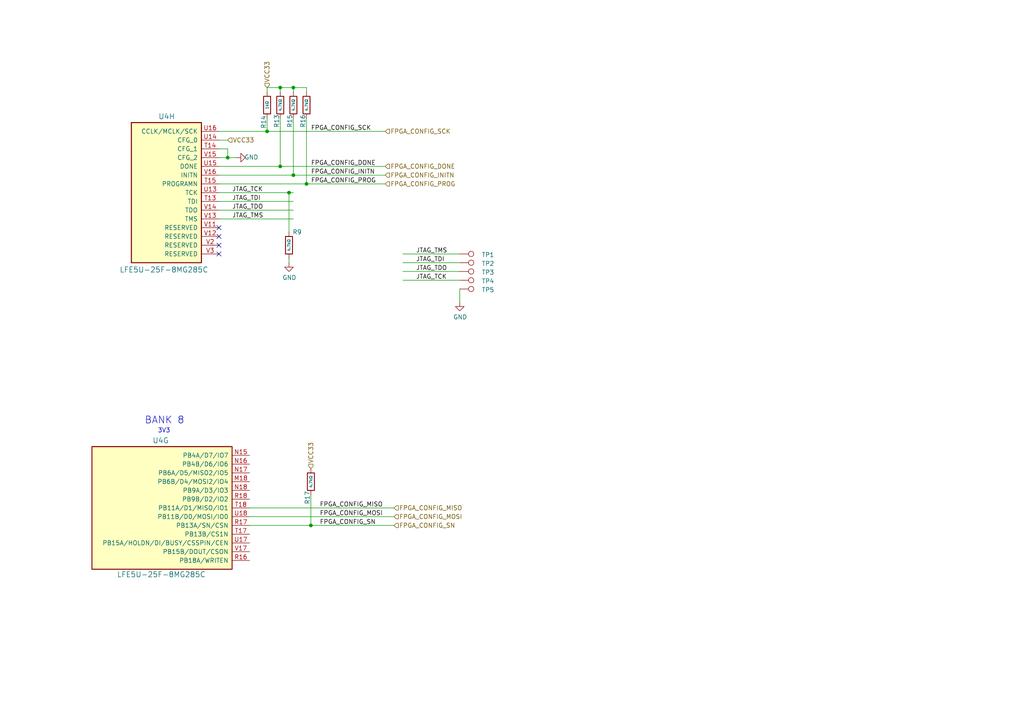
<source format=kicad_sch>
(kicad_sch
	(version 20250114)
	(generator "eeschema")
	(generator_version "9.0")
	(uuid "3cb302a1-290c-4565-abde-900f3a6de089")
	(paper "A4")
	(lib_symbols
		(symbol "Connector:TestPoint"
			(pin_numbers
				(hide yes)
			)
			(pin_names
				(offset 0.762)
				(hide yes)
			)
			(exclude_from_sim no)
			(in_bom yes)
			(on_board yes)
			(property "Reference" "TP"
				(at 0 6.858 0)
				(effects
					(font
						(size 1.27 1.27)
					)
				)
			)
			(property "Value" "TestPoint"
				(at 0 5.08 0)
				(effects
					(font
						(size 1.27 1.27)
					)
				)
			)
			(property "Footprint" ""
				(at 5.08 0 0)
				(effects
					(font
						(size 1.27 1.27)
					)
					(hide yes)
				)
			)
			(property "Datasheet" "~"
				(at 5.08 0 0)
				(effects
					(font
						(size 1.27 1.27)
					)
					(hide yes)
				)
			)
			(property "Description" "test point"
				(at 0 0 0)
				(effects
					(font
						(size 1.27 1.27)
					)
					(hide yes)
				)
			)
			(property "ki_keywords" "test point tp"
				(at 0 0 0)
				(effects
					(font
						(size 1.27 1.27)
					)
					(hide yes)
				)
			)
			(property "ki_fp_filters" "Pin* Test*"
				(at 0 0 0)
				(effects
					(font
						(size 1.27 1.27)
					)
					(hide yes)
				)
			)
			(symbol "TestPoint_0_1"
				(circle
					(center 0 3.302)
					(radius 0.762)
					(stroke
						(width 0)
						(type default)
					)
					(fill
						(type none)
					)
				)
			)
			(symbol "TestPoint_1_1"
				(pin passive line
					(at 0 0 90)
					(length 2.54)
					(name "1"
						(effects
							(font
								(size 1.27 1.27)
							)
						)
					)
					(number "1"
						(effects
							(font
								(size 1.27 1.27)
							)
						)
					)
				)
			)
			(embedded_fonts no)
		)
		(symbol "PCM_JLCPCB-Resistors:0402,1kΩ"
			(pin_numbers
				(hide yes)
			)
			(pin_names
				(offset 0)
			)
			(exclude_from_sim no)
			(in_bom yes)
			(on_board yes)
			(property "Reference" "R"
				(at 1.778 0 0)
				(effects
					(font
						(size 1.27 1.27)
					)
					(justify left)
				)
			)
			(property "Value" "1kΩ"
				(at 0 0 90)
				(do_not_autoplace)
				(effects
					(font
						(size 0.8 0.8)
					)
				)
			)
			(property "Footprint" "PCM_JLCPCB:R_0402"
				(at -1.778 0 90)
				(effects
					(font
						(size 1.27 1.27)
					)
					(hide yes)
				)
			)
			(property "Datasheet" "https://www.lcsc.com/datasheet/lcsc_datasheet_2206010216_UNI-ROYAL-Uniroyal-Elec-0402WGF1001TCE_C11702.pdf"
				(at 0 0 0)
				(effects
					(font
						(size 1.27 1.27)
					)
					(hide yes)
				)
			)
			(property "Description" "62.5mW Thick Film Resistors 50V ±100ppm/°C ±1% 1kΩ 0402 Chip Resistor - Surface Mount ROHS"
				(at 0 0 0)
				(effects
					(font
						(size 1.27 1.27)
					)
					(hide yes)
				)
			)
			(property "LCSC" "C11702"
				(at 0 0 0)
				(effects
					(font
						(size 1.27 1.27)
					)
					(hide yes)
				)
			)
			(property "Stock" "8712818"
				(at 0 0 0)
				(effects
					(font
						(size 1.27 1.27)
					)
					(hide yes)
				)
			)
			(property "Price" "0.004USD"
				(at 0 0 0)
				(effects
					(font
						(size 1.27 1.27)
					)
					(hide yes)
				)
			)
			(property "Process" "SMT"
				(at 0 0 0)
				(effects
					(font
						(size 1.27 1.27)
					)
					(hide yes)
				)
			)
			(property "Minimum Qty" "20"
				(at 0 0 0)
				(effects
					(font
						(size 1.27 1.27)
					)
					(hide yes)
				)
			)
			(property "Attrition Qty" "10"
				(at 0 0 0)
				(effects
					(font
						(size 1.27 1.27)
					)
					(hide yes)
				)
			)
			(property "Class" "Basic Component"
				(at 0 0 0)
				(effects
					(font
						(size 1.27 1.27)
					)
					(hide yes)
				)
			)
			(property "Category" "Resistors,Chip Resistor - Surface Mount"
				(at 0 0 0)
				(effects
					(font
						(size 1.27 1.27)
					)
					(hide yes)
				)
			)
			(property "Manufacturer" "UNI-ROYAL(Uniroyal Elec)"
				(at 0 0 0)
				(effects
					(font
						(size 1.27 1.27)
					)
					(hide yes)
				)
			)
			(property "Part" "0402WGF1001TCE"
				(at 0 0 0)
				(effects
					(font
						(size 1.27 1.27)
					)
					(hide yes)
				)
			)
			(property "Resistance" "1kΩ"
				(at 0 0 0)
				(effects
					(font
						(size 1.27 1.27)
					)
					(hide yes)
				)
			)
			(property "Power(Watts)" "62.5mW"
				(at 0 0 0)
				(effects
					(font
						(size 1.27 1.27)
					)
					(hide yes)
				)
			)
			(property "Type" "Thick Film Resistors"
				(at 0 0 0)
				(effects
					(font
						(size 1.27 1.27)
					)
					(hide yes)
				)
			)
			(property "Overload Voltage (Max)" "50V"
				(at 0 0 0)
				(effects
					(font
						(size 1.27 1.27)
					)
					(hide yes)
				)
			)
			(property "Operating Temperature Range" "-55°C~+155°C"
				(at 0 0 0)
				(effects
					(font
						(size 1.27 1.27)
					)
					(hide yes)
				)
			)
			(property "Tolerance" "±1%"
				(at 0 0 0)
				(effects
					(font
						(size 1.27 1.27)
					)
					(hide yes)
				)
			)
			(property "Temperature Coefficient" "±100ppm/°C"
				(at 0 0 0)
				(effects
					(font
						(size 1.27 1.27)
					)
					(hide yes)
				)
			)
			(property "ki_fp_filters" "R_*"
				(at 0 0 0)
				(effects
					(font
						(size 1.27 1.27)
					)
					(hide yes)
				)
			)
			(symbol "0402,1kΩ_0_1"
				(rectangle
					(start -1.016 2.54)
					(end 1.016 -2.54)
					(stroke
						(width 0.254)
						(type default)
					)
					(fill
						(type none)
					)
				)
			)
			(symbol "0402,1kΩ_1_1"
				(pin passive line
					(at 0 3.81 270)
					(length 1.27)
					(name "~"
						(effects
							(font
								(size 1.27 1.27)
							)
						)
					)
					(number "1"
						(effects
							(font
								(size 1.27 1.27)
							)
						)
					)
				)
				(pin passive line
					(at 0 -3.81 90)
					(length 1.27)
					(name "~"
						(effects
							(font
								(size 1.27 1.27)
							)
						)
					)
					(number "2"
						(effects
							(font
								(size 1.27 1.27)
							)
						)
					)
				)
			)
			(embedded_fonts no)
		)
		(symbol "PCM_JLCPCB-Resistors:0402,4.7kΩ"
			(pin_numbers
				(hide yes)
			)
			(pin_names
				(offset 0)
			)
			(exclude_from_sim no)
			(in_bom yes)
			(on_board yes)
			(property "Reference" "R"
				(at 1.778 0 0)
				(effects
					(font
						(size 1.27 1.27)
					)
					(justify left)
				)
			)
			(property "Value" "4.7kΩ"
				(at 0 0 90)
				(do_not_autoplace)
				(effects
					(font
						(size 0.8 0.8)
					)
				)
			)
			(property "Footprint" "PCM_JLCPCB:R_0402"
				(at -1.778 0 90)
				(effects
					(font
						(size 1.27 1.27)
					)
					(hide yes)
				)
			)
			(property "Datasheet" "https://www.lcsc.com/datasheet/lcsc_datasheet_2206010045_UNI-ROYAL-Uniroyal-Elec-0402WGF4701TCE_C25900.pdf"
				(at 0 0 0)
				(effects
					(font
						(size 1.27 1.27)
					)
					(hide yes)
				)
			)
			(property "Description" "62.5mW Thick Film Resistors 50V ±100ppm/°C ±1% 4.7kΩ 0402 Chip Resistor - Surface Mount ROHS"
				(at 0 0 0)
				(effects
					(font
						(size 1.27 1.27)
					)
					(hide yes)
				)
			)
			(property "LCSC" "C25900"
				(at 0 0 0)
				(effects
					(font
						(size 1.27 1.27)
					)
					(hide yes)
				)
			)
			(property "Stock" "4198146"
				(at 0 0 0)
				(effects
					(font
						(size 1.27 1.27)
					)
					(hide yes)
				)
			)
			(property "Price" "0.004USD"
				(at 0 0 0)
				(effects
					(font
						(size 1.27 1.27)
					)
					(hide yes)
				)
			)
			(property "Process" "SMT"
				(at 0 0 0)
				(effects
					(font
						(size 1.27 1.27)
					)
					(hide yes)
				)
			)
			(property "Minimum Qty" "20"
				(at 0 0 0)
				(effects
					(font
						(size 1.27 1.27)
					)
					(hide yes)
				)
			)
			(property "Attrition Qty" "10"
				(at 0 0 0)
				(effects
					(font
						(size 1.27 1.27)
					)
					(hide yes)
				)
			)
			(property "Class" "Basic Component"
				(at 0 0 0)
				(effects
					(font
						(size 1.27 1.27)
					)
					(hide yes)
				)
			)
			(property "Category" "Resistors,Chip Resistor - Surface Mount"
				(at 0 0 0)
				(effects
					(font
						(size 1.27 1.27)
					)
					(hide yes)
				)
			)
			(property "Manufacturer" "UNI-ROYAL(Uniroyal Elec)"
				(at 0 0 0)
				(effects
					(font
						(size 1.27 1.27)
					)
					(hide yes)
				)
			)
			(property "Part" "0402WGF4701TCE"
				(at 0 0 0)
				(effects
					(font
						(size 1.27 1.27)
					)
					(hide yes)
				)
			)
			(property "Resistance" "4.7kΩ"
				(at 0 0 0)
				(effects
					(font
						(size 1.27 1.27)
					)
					(hide yes)
				)
			)
			(property "Power(Watts)" "62.5mW"
				(at 0 0 0)
				(effects
					(font
						(size 1.27 1.27)
					)
					(hide yes)
				)
			)
			(property "Type" "Thick Film Resistors"
				(at 0 0 0)
				(effects
					(font
						(size 1.27 1.27)
					)
					(hide yes)
				)
			)
			(property "Overload Voltage (Max)" "50V"
				(at 0 0 0)
				(effects
					(font
						(size 1.27 1.27)
					)
					(hide yes)
				)
			)
			(property "Operating Temperature Range" "-55°C~+155°C"
				(at 0 0 0)
				(effects
					(font
						(size 1.27 1.27)
					)
					(hide yes)
				)
			)
			(property "Tolerance" "±1%"
				(at 0 0 0)
				(effects
					(font
						(size 1.27 1.27)
					)
					(hide yes)
				)
			)
			(property "Temperature Coefficient" "±100ppm/°C"
				(at 0 0 0)
				(effects
					(font
						(size 1.27 1.27)
					)
					(hide yes)
				)
			)
			(property "ki_fp_filters" "R_*"
				(at 0 0 0)
				(effects
					(font
						(size 1.27 1.27)
					)
					(hide yes)
				)
			)
			(symbol "0402,4.7kΩ_0_1"
				(rectangle
					(start -1.016 2.54)
					(end 1.016 -2.54)
					(stroke
						(width 0.254)
						(type default)
					)
					(fill
						(type none)
					)
				)
			)
			(symbol "0402,4.7kΩ_1_1"
				(pin passive line
					(at 0 3.81 270)
					(length 1.27)
					(name "~"
						(effects
							(font
								(size 1.27 1.27)
							)
						)
					)
					(number "1"
						(effects
							(font
								(size 1.27 1.27)
							)
						)
					)
				)
				(pin passive line
					(at 0 -3.81 90)
					(length 1.27)
					(name "~"
						(effects
							(font
								(size 1.27 1.27)
							)
						)
					)
					(number "2"
						(effects
							(font
								(size 1.27 1.27)
							)
						)
					)
				)
			)
			(embedded_fonts no)
		)
		(symbol "gkl_lattice:ECP5U25-MG285"
			(pin_names
				(offset 1.016)
			)
			(exclude_from_sim no)
			(in_bom yes)
			(on_board yes)
			(property "Reference" "U"
				(at 5.08 6.35 0)
				(effects
					(font
						(size 1.524 1.524)
					)
					(justify left)
				)
			)
			(property "Value" "gkl_lattice_ECP5U25-MG285"
				(at 5.08 3.81 0)
				(effects
					(font
						(size 1.524 1.524)
					)
					(justify left)
				)
			)
			(property "Footprint" ""
				(at 0 0 0)
				(effects
					(font
						(size 1.27 1.27)
					)
					(hide yes)
				)
			)
			(property "Datasheet" ""
				(at 0 0 0)
				(effects
					(font
						(size 1.27 1.27)
					)
					(hide yes)
				)
			)
			(property "Description" ""
				(at 0 0 0)
				(effects
					(font
						(size 1.27 1.27)
					)
					(hide yes)
				)
			)
			(property "ki_locked" ""
				(at 0 0 0)
				(effects
					(font
						(size 1.27 1.27)
					)
				)
			)
			(symbol "ECP5U25-MG285_1_1"
				(rectangle
					(start 5.08 2.54)
					(end 25.4 -15.24)
					(stroke
						(width 0.3048)
						(type solid)
					)
					(fill
						(type background)
					)
				)
				(pin bidirectional line
					(at 0 0 0)
					(length 5.08)
					(name "PT4A"
						(effects
							(font
								(size 1.27 1.27)
							)
						)
					)
					(number "B11"
						(effects
							(font
								(size 1.27 1.27)
							)
						)
					)
				)
				(pin bidirectional line
					(at 0 -2.54 0)
					(length 5.08)
					(name "PT4B"
						(effects
							(font
								(size 1.27 1.27)
							)
						)
					)
					(number "C11"
						(effects
							(font
								(size 1.27 1.27)
							)
						)
					)
				)
				(pin bidirectional line
					(at 0 -5.08 0)
					(length 5.08)
					(name "PT27A/PCLKT0_1"
						(effects
							(font
								(size 1.27 1.27)
							)
						)
					)
					(number "A11"
						(effects
							(font
								(size 1.27 1.27)
							)
						)
					)
				)
				(pin bidirectional line
					(at 0 -7.62 0)
					(length 5.08)
					(name "PT27B/PCLKC0_1"
						(effects
							(font
								(size 1.27 1.27)
							)
						)
					)
					(number "A10"
						(effects
							(font
								(size 1.27 1.27)
							)
						)
					)
				)
				(pin bidirectional line
					(at 0 -10.16 0)
					(length 5.08)
					(name "PT29A/PCLKT0_0"
						(effects
							(font
								(size 1.27 1.27)
							)
						)
					)
					(number "B10"
						(effects
							(font
								(size 1.27 1.27)
							)
						)
					)
				)
				(pin bidirectional line
					(at 0 -12.7 0)
					(length 5.08)
					(name "PT29B/PCLKC0_0"
						(effects
							(font
								(size 1.27 1.27)
							)
						)
					)
					(number "C10"
						(effects
							(font
								(size 1.27 1.27)
							)
						)
					)
				)
			)
			(symbol "ECP5U25-MG285_2_1"
				(rectangle
					(start 5.08 2.54)
					(end 25.4 -15.24)
					(stroke
						(width 0.3048)
						(type solid)
					)
					(fill
						(type background)
					)
				)
				(pin bidirectional line
					(at 0 0 0)
					(length 5.08)
					(name "PT33A/PCLKT1_1"
						(effects
							(font
								(size 1.27 1.27)
							)
						)
					)
					(number "B9"
						(effects
							(font
								(size 1.27 1.27)
							)
						)
					)
				)
				(pin bidirectional line
					(at 0 -2.54 0)
					(length 5.08)
					(name "PT33B/PCLKC1_1"
						(effects
							(font
								(size 1.27 1.27)
							)
						)
					)
					(number "C9"
						(effects
							(font
								(size 1.27 1.27)
							)
						)
					)
				)
				(pin bidirectional line
					(at 0 -5.08 0)
					(length 5.08)
					(name "PT35A/PCLKT1_0"
						(effects
							(font
								(size 1.27 1.27)
							)
						)
					)
					(number "A9"
						(effects
							(font
								(size 1.27 1.27)
							)
						)
					)
				)
				(pin bidirectional line
					(at 0 -7.62 0)
					(length 5.08)
					(name "PT35B/PCLKC1_0"
						(effects
							(font
								(size 1.27 1.27)
							)
						)
					)
					(number "A8"
						(effects
							(font
								(size 1.27 1.27)
							)
						)
					)
				)
				(pin bidirectional line
					(at 0 -10.16 0)
					(length 5.08)
					(name "PT67A"
						(effects
							(font
								(size 1.27 1.27)
							)
						)
					)
					(number "B8"
						(effects
							(font
								(size 1.27 1.27)
							)
						)
					)
				)
				(pin bidirectional line
					(at 0 -12.7 0)
					(length 5.08)
					(name "PT67B"
						(effects
							(font
								(size 1.27 1.27)
							)
						)
					)
					(number "C8"
						(effects
							(font
								(size 1.27 1.27)
							)
						)
					)
				)
			)
			(symbol "ECP5U25-MG285_3_1"
				(rectangle
					(start 5.08 2.54)
					(end 27.94 -53.34)
					(stroke
						(width 0.3048)
						(type solid)
					)
					(fill
						(type background)
					)
				)
				(pin bidirectional line
					(at 0 0 0)
					(length 5.08)
					(name "PR2A"
						(effects
							(font
								(size 1.27 1.27)
							)
						)
					)
					(number "C7"
						(effects
							(font
								(size 1.27 1.27)
							)
						)
					)
				)
				(pin bidirectional line
					(at 0 -2.54 0)
					(length 5.08)
					(name "PR2B/S0_IN"
						(effects
							(font
								(size 1.27 1.27)
							)
						)
					)
					(number "B7"
						(effects
							(font
								(size 1.27 1.27)
							)
						)
					)
				)
				(pin bidirectional line
					(at 0 -5.08 0)
					(length 5.08)
					(name "PR5A"
						(effects
							(font
								(size 1.27 1.27)
							)
						)
					)
					(number "D6"
						(effects
							(font
								(size 1.27 1.27)
							)
						)
					)
				)
				(pin bidirectional line
					(at 0 -7.62 0)
					(length 5.08)
					(name "PR5B"
						(effects
							(font
								(size 1.27 1.27)
							)
						)
					)
					(number "C6"
						(effects
							(font
								(size 1.27 1.27)
							)
						)
					)
				)
				(pin bidirectional line
					(at 0 -10.16 0)
					(length 5.08)
					(name "PR8A"
						(effects
							(font
								(size 1.27 1.27)
							)
						)
					)
					(number "B6"
						(effects
							(font
								(size 1.27 1.27)
							)
						)
					)
				)
				(pin bidirectional line
					(at 0 -12.7 0)
					(length 5.08)
					(name "PR8B"
						(effects
							(font
								(size 1.27 1.27)
							)
						)
					)
					(number "A7"
						(effects
							(font
								(size 1.27 1.27)
							)
						)
					)
				)
				(pin bidirectional line
					(at 0 -15.24 0)
					(length 5.08)
					(name "PR11A"
						(effects
							(font
								(size 1.27 1.27)
							)
						)
					)
					(number "A6"
						(effects
							(font
								(size 1.27 1.27)
							)
						)
					)
				)
				(pin bidirectional line
					(at 0 -17.78 0)
					(length 5.08)
					(name "PR11B"
						(effects
							(font
								(size 1.27 1.27)
							)
						)
					)
					(number "A4"
						(effects
							(font
								(size 1.27 1.27)
							)
						)
					)
				)
				(pin bidirectional line
					(at 0 -20.32 0)
					(length 5.08)
					(name "PR14A"
						(effects
							(font
								(size 1.27 1.27)
							)
						)
					)
					(number "D4"
						(effects
							(font
								(size 1.27 1.27)
							)
						)
					)
				)
				(pin bidirectional line
					(at 0 -22.86 0)
					(length 5.08)
					(name "PR14B"
						(effects
							(font
								(size 1.27 1.27)
							)
						)
					)
					(number "C4"
						(effects
							(font
								(size 1.27 1.27)
							)
						)
					)
				)
				(pin bidirectional line
					(at 0 -25.4 0)
					(length 5.08)
					(name "PR14C/VREF1_2"
						(effects
							(font
								(size 1.27 1.27)
							)
						)
					)
					(number "B4"
						(effects
							(font
								(size 1.27 1.27)
							)
						)
					)
				)
				(pin bidirectional line
					(at 0 -27.94 0)
					(length 5.08)
					(name "PR14D"
						(effects
							(font
								(size 1.27 1.27)
							)
						)
					)
					(number "C3"
						(effects
							(font
								(size 1.27 1.27)
							)
						)
					)
				)
				(pin bidirectional line
					(at 0 -30.48 0)
					(length 5.08)
					(name "PR17A"
						(effects
							(font
								(size 1.27 1.27)
							)
						)
					)
					(number "D3"
						(effects
							(font
								(size 1.27 1.27)
							)
						)
					)
				)
				(pin bidirectional line
					(at 0 -33.02 0)
					(length 5.08)
					(name "PR17B"
						(effects
							(font
								(size 1.27 1.27)
							)
						)
					)
					(number "C2"
						(effects
							(font
								(size 1.27 1.27)
							)
						)
					)
				)
				(pin bidirectional line
					(at 0 -35.56 0)
					(length 5.08)
					(name "PR20A/GR_PCLK2_1"
						(effects
							(font
								(size 1.27 1.27)
							)
						)
					)
					(number "A3"
						(effects
							(font
								(size 1.27 1.27)
							)
						)
					)
				)
				(pin bidirectional line
					(at 0 -38.1 0)
					(length 5.08)
					(name "PR20B"
						(effects
							(font
								(size 1.27 1.27)
							)
						)
					)
					(number "B2"
						(effects
							(font
								(size 1.27 1.27)
							)
						)
					)
				)
				(pin bidirectional line
					(at 0 -40.64 0)
					(length 5.08)
					(name "PR20C/GR_PCLK2_0"
						(effects
							(font
								(size 1.27 1.27)
							)
						)
					)
					(number "A2"
						(effects
							(font
								(size 1.27 1.27)
							)
						)
					)
				)
				(pin bidirectional line
					(at 0 -43.18 0)
					(length 5.08)
					(name "PR23A/PCLKT2_1"
						(effects
							(font
								(size 1.27 1.27)
							)
						)
					)
					(number "D2"
						(effects
							(font
								(size 1.27 1.27)
							)
						)
					)
				)
				(pin bidirectional line
					(at 0 -45.72 0)
					(length 5.08)
					(name "PR23B/PCLKC2_1"
						(effects
							(font
								(size 1.27 1.27)
							)
						)
					)
					(number "B1"
						(effects
							(font
								(size 1.27 1.27)
							)
						)
					)
				)
				(pin bidirectional line
					(at 0 -48.26 0)
					(length 5.08)
					(name "PR23C/PCLKT2_0"
						(effects
							(font
								(size 1.27 1.27)
							)
						)
					)
					(number "C1"
						(effects
							(font
								(size 1.27 1.27)
							)
						)
					)
				)
				(pin bidirectional line
					(at 0 -50.8 0)
					(length 5.08)
					(name "PR23D/PCLKC2_0"
						(effects
							(font
								(size 1.27 1.27)
							)
						)
					)
					(number "D1"
						(effects
							(font
								(size 1.27 1.27)
							)
						)
					)
				)
			)
			(symbol "ECP5U25-MG285_4_1"
				(rectangle
					(start 5.08 2.54)
					(end 33.02 -71.12)
					(stroke
						(width 0.3048)
						(type solid)
					)
					(fill
						(type background)
					)
				)
				(pin bidirectional line
					(at 0 0 0)
					(length 5.08)
					(name "PR26A/PCLKT3_1"
						(effects
							(font
								(size 1.27 1.27)
							)
						)
					)
					(number "H4"
						(effects
							(font
								(size 1.27 1.27)
							)
						)
					)
				)
				(pin bidirectional line
					(at 0 -2.54 0)
					(length 5.08)
					(name "PR26B/PCLKC3_1"
						(effects
							(font
								(size 1.27 1.27)
							)
						)
					)
					(number "G4"
						(effects
							(font
								(size 1.27 1.27)
							)
						)
					)
				)
				(pin bidirectional line
					(at 0 -5.08 0)
					(length 5.08)
					(name "PR26C/PCLKT3_0"
						(effects
							(font
								(size 1.27 1.27)
							)
						)
					)
					(number "F4"
						(effects
							(font
								(size 1.27 1.27)
							)
						)
					)
				)
				(pin bidirectional line
					(at 0 -7.62 0)
					(length 5.08)
					(name "PR26D/PCLKC3_0"
						(effects
							(font
								(size 1.27 1.27)
							)
						)
					)
					(number "F3"
						(effects
							(font
								(size 1.27 1.27)
							)
						)
					)
				)
				(pin bidirectional line
					(at 0 -10.16 0)
					(length 5.08)
					(name "PR29A/GR_PCLK3_0"
						(effects
							(font
								(size 1.27 1.27)
							)
						)
					)
					(number "H3"
						(effects
							(font
								(size 1.27 1.27)
							)
						)
					)
				)
				(pin bidirectional line
					(at 0 -12.7 0)
					(length 5.08)
					(name "PR29B"
						(effects
							(font
								(size 1.27 1.27)
							)
						)
					)
					(number "G3"
						(effects
							(font
								(size 1.27 1.27)
							)
						)
					)
				)
				(pin bidirectional line
					(at 0 -15.24 0)
					(length 5.08)
					(name "PR29C/GR_PCLK3_1"
						(effects
							(font
								(size 1.27 1.27)
							)
						)
					)
					(number "J3"
						(effects
							(font
								(size 1.27 1.27)
							)
						)
					)
				)
				(pin bidirectional line
					(at 0 -17.78 0)
					(length 5.08)
					(name "PR29D"
						(effects
							(font
								(size 1.27 1.27)
							)
						)
					)
					(number "H2"
						(effects
							(font
								(size 1.27 1.27)
							)
						)
					)
				)
				(pin bidirectional line
					(at 0 -20.32 0)
					(length 5.08)
					(name "PR32A"
						(effects
							(font
								(size 1.27 1.27)
							)
						)
					)
					(number "F2"
						(effects
							(font
								(size 1.27 1.27)
							)
						)
					)
				)
				(pin bidirectional line
					(at 0 -22.86 0)
					(length 5.08)
					(name "PR32B"
						(effects
							(font
								(size 1.27 1.27)
							)
						)
					)
					(number "G1"
						(effects
							(font
								(size 1.27 1.27)
							)
						)
					)
				)
				(pin bidirectional line
					(at 0 -25.4 0)
					(length 5.08)
					(name "PR35A"
						(effects
							(font
								(size 1.27 1.27)
							)
						)
					)
					(number "J2"
						(effects
							(font
								(size 1.27 1.27)
							)
						)
					)
				)
				(pin bidirectional line
					(at 0 -27.94 0)
					(length 5.08)
					(name "PR35B/VREF1_3"
						(effects
							(font
								(size 1.27 1.27)
							)
						)
					)
					(number "J1"
						(effects
							(font
								(size 1.27 1.27)
							)
						)
					)
				)
				(pin bidirectional line
					(at 0 -30.48 0)
					(length 5.08)
					(name "PR35C"
						(effects
							(font
								(size 1.27 1.27)
							)
						)
					)
					(number "F1"
						(effects
							(font
								(size 1.27 1.27)
							)
						)
					)
				)
				(pin bidirectional line
					(at 0 -33.02 0)
					(length 5.08)
					(name "PR35D"
						(effects
							(font
								(size 1.27 1.27)
							)
						)
					)
					(number "H1"
						(effects
							(font
								(size 1.27 1.27)
							)
						)
					)
				)
				(pin bidirectional line
					(at 0 -35.56 0)
					(length 5.08)
					(name "PR38A"
						(effects
							(font
								(size 1.27 1.27)
							)
						)
					)
					(number "K4"
						(effects
							(font
								(size 1.27 1.27)
							)
						)
					)
				)
				(pin bidirectional line
					(at 0 -38.1 0)
					(length 5.08)
					(name "PR38B"
						(effects
							(font
								(size 1.27 1.27)
							)
						)
					)
					(number "L4"
						(effects
							(font
								(size 1.27 1.27)
							)
						)
					)
				)
				(pin bidirectional line
					(at 0 -40.64 0)
					(length 5.08)
					(name "PR38C"
						(effects
							(font
								(size 1.27 1.27)
							)
						)
					)
					(number "N4"
						(effects
							(font
								(size 1.27 1.27)
							)
						)
					)
				)
				(pin bidirectional line
					(at 0 -43.18 0)
					(length 5.08)
					(name "PR38D"
						(effects
							(font
								(size 1.27 1.27)
							)
						)
					)
					(number "N3"
						(effects
							(font
								(size 1.27 1.27)
							)
						)
					)
				)
				(pin bidirectional line
					(at 0 -45.72 0)
					(length 5.08)
					(name "PR41A"
						(effects
							(font
								(size 1.27 1.27)
							)
						)
					)
					(number "M3"
						(effects
							(font
								(size 1.27 1.27)
							)
						)
					)
				)
				(pin bidirectional line
					(at 0 -48.26 0)
					(length 5.08)
					(name "PR41B"
						(effects
							(font
								(size 1.27 1.27)
							)
						)
					)
					(number "L3"
						(effects
							(font
								(size 1.27 1.27)
							)
						)
					)
				)
				(pin bidirectional line
					(at 0 -50.8 0)
					(length 5.08)
					(name "PR41C"
						(effects
							(font
								(size 1.27 1.27)
							)
						)
					)
					(number "K3"
						(effects
							(font
								(size 1.27 1.27)
							)
						)
					)
				)
				(pin bidirectional line
					(at 0 -53.34 0)
					(length 5.08)
					(name "PR41D"
						(effects
							(font
								(size 1.27 1.27)
							)
						)
					)
					(number "K1"
						(effects
							(font
								(size 1.27 1.27)
							)
						)
					)
				)
				(pin bidirectional line
					(at 0 -55.88 0)
					(length 5.08)
					(name "PR44A"
						(effects
							(font
								(size 1.27 1.27)
							)
						)
					)
					(number "K2"
						(effects
							(font
								(size 1.27 1.27)
							)
						)
					)
				)
				(pin bidirectional line
					(at 0 -58.42 0)
					(length 5.08)
					(name "PR44B"
						(effects
							(font
								(size 1.27 1.27)
							)
						)
					)
					(number "L1"
						(effects
							(font
								(size 1.27 1.27)
							)
						)
					)
				)
				(pin bidirectional line
					(at 0 -60.96 0)
					(length 5.08)
					(name "PR44C"
						(effects
							(font
								(size 1.27 1.27)
							)
						)
					)
					(number "M2"
						(effects
							(font
								(size 1.27 1.27)
							)
						)
					)
				)
				(pin bidirectional line
					(at 0 -63.5 0)
					(length 5.08)
					(name "PR44D"
						(effects
							(font
								(size 1.27 1.27)
							)
						)
					)
					(number "N2"
						(effects
							(font
								(size 1.27 1.27)
							)
						)
					)
				)
				(pin bidirectional line
					(at 0 -66.04 0)
					(length 5.08)
					(name "PR47C/LRC_GPLL0T_IN"
						(effects
							(font
								(size 1.27 1.27)
							)
						)
					)
					(number "M1"
						(effects
							(font
								(size 1.27 1.27)
							)
						)
					)
				)
				(pin bidirectional line
					(at 0 -68.58 0)
					(length 5.08)
					(name "PR47D/LRC_GPLL0C_IN"
						(effects
							(font
								(size 1.27 1.27)
							)
						)
					)
					(number "N1"
						(effects
							(font
								(size 1.27 1.27)
							)
						)
					)
				)
			)
			(symbol "ECP5U25-MG285_5_1"
				(rectangle
					(start 5.08 2.54)
					(end 33.02 -66.04)
					(stroke
						(width 0.3048)
						(type solid)
					)
					(fill
						(type background)
					)
				)
				(pin bidirectional line
					(at 0 0 0)
					(length 5.08)
					(name "PL26A/PCLKT6_1"
						(effects
							(font
								(size 1.27 1.27)
							)
						)
					)
					(number "D17"
						(effects
							(font
								(size 1.27 1.27)
							)
						)
					)
				)
				(pin bidirectional line
					(at 0 -2.54 0)
					(length 5.08)
					(name "PL26B/PCLKC6_1"
						(effects
							(font
								(size 1.27 1.27)
							)
						)
					)
					(number "C18"
						(effects
							(font
								(size 1.27 1.27)
							)
						)
					)
				)
				(pin bidirectional line
					(at 0 -5.08 0)
					(length 5.08)
					(name "PL26C/PCLKT6_0"
						(effects
							(font
								(size 1.27 1.27)
							)
						)
					)
					(number "D18"
						(effects
							(font
								(size 1.27 1.27)
							)
						)
					)
				)
				(pin bidirectional line
					(at 0 -7.62 0)
					(length 5.08)
					(name "PL26D/PCLKC6_0"
						(effects
							(font
								(size 1.27 1.27)
							)
						)
					)
					(number "F18"
						(effects
							(font
								(size 1.27 1.27)
							)
						)
					)
				)
				(pin bidirectional line
					(at 0 -10.16 0)
					(length 5.08)
					(name "PL29A/GR_PCLK6_0"
						(effects
							(font
								(size 1.27 1.27)
							)
						)
					)
					(number "F17"
						(effects
							(font
								(size 1.27 1.27)
							)
						)
					)
				)
				(pin bidirectional line
					(at 0 -12.7 0)
					(length 5.08)
					(name "PL29B"
						(effects
							(font
								(size 1.27 1.27)
							)
						)
					)
					(number "F16"
						(effects
							(font
								(size 1.27 1.27)
							)
						)
					)
				)
				(pin bidirectional line
					(at 0 -15.24 0)
					(length 5.08)
					(name "PL29C/GR_PCLK6_1"
						(effects
							(font
								(size 1.27 1.27)
							)
						)
					)
					(number "F15"
						(effects
							(font
								(size 1.27 1.27)
							)
						)
					)
				)
				(pin bidirectional line
					(at 0 -17.78 0)
					(length 5.08)
					(name "PL29D"
						(effects
							(font
								(size 1.27 1.27)
							)
						)
					)
					(number "G16"
						(effects
							(font
								(size 1.27 1.27)
							)
						)
					)
				)
				(pin bidirectional line
					(at 0 -20.32 0)
					(length 5.08)
					(name "PL32A"
						(effects
							(font
								(size 1.27 1.27)
							)
						)
					)
					(number "G18"
						(effects
							(font
								(size 1.27 1.27)
							)
						)
					)
				)
				(pin bidirectional line
					(at 0 -22.86 0)
					(length 5.08)
					(name "PL32B"
						(effects
							(font
								(size 1.27 1.27)
							)
						)
					)
					(number "H17"
						(effects
							(font
								(size 1.27 1.27)
							)
						)
					)
				)
				(pin bidirectional line
					(at 0 -25.4 0)
					(length 5.08)
					(name "PL35A"
						(effects
							(font
								(size 1.27 1.27)
							)
						)
					)
					(number "G15"
						(effects
							(font
								(size 1.27 1.27)
							)
						)
					)
				)
				(pin bidirectional line
					(at 0 -27.94 0)
					(length 5.08)
					(name "PL35B/VREF1_6"
						(effects
							(font
								(size 1.27 1.27)
							)
						)
					)
					(number "H15"
						(effects
							(font
								(size 1.27 1.27)
							)
						)
					)
				)
				(pin bidirectional line
					(at 0 -30.48 0)
					(length 5.08)
					(name "PL35C"
						(effects
							(font
								(size 1.27 1.27)
							)
						)
					)
					(number "H16"
						(effects
							(font
								(size 1.27 1.27)
							)
						)
					)
				)
				(pin bidirectional line
					(at 0 -33.02 0)
					(length 5.08)
					(name "PL35D"
						(effects
							(font
								(size 1.27 1.27)
							)
						)
					)
					(number "J16"
						(effects
							(font
								(size 1.27 1.27)
							)
						)
					)
				)
				(pin bidirectional line
					(at 0 -35.56 0)
					(length 5.08)
					(name "PL38C"
						(effects
							(font
								(size 1.27 1.27)
							)
						)
					)
					(number "J17"
						(effects
							(font
								(size 1.27 1.27)
							)
						)
					)
				)
				(pin bidirectional line
					(at 0 -38.1 0)
					(length 5.08)
					(name "PL38D"
						(effects
							(font
								(size 1.27 1.27)
							)
						)
					)
					(number "H18"
						(effects
							(font
								(size 1.27 1.27)
							)
						)
					)
				)
				(pin bidirectional line
					(at 0 -40.64 0)
					(length 5.08)
					(name "PL41A"
						(effects
							(font
								(size 1.27 1.27)
							)
						)
					)
					(number "J18"
						(effects
							(font
								(size 1.27 1.27)
							)
						)
					)
				)
				(pin bidirectional line
					(at 0 -43.18 0)
					(length 5.08)
					(name "PL41B"
						(effects
							(font
								(size 1.27 1.27)
							)
						)
					)
					(number "K18"
						(effects
							(font
								(size 1.27 1.27)
							)
						)
					)
				)
				(pin bidirectional line
					(at 0 -45.72 0)
					(length 5.08)
					(name "PL41C"
						(effects
							(font
								(size 1.27 1.27)
							)
						)
					)
					(number "K16"
						(effects
							(font
								(size 1.27 1.27)
							)
						)
					)
				)
				(pin bidirectional line
					(at 0 -48.26 0)
					(length 5.08)
					(name "PL41D"
						(effects
							(font
								(size 1.27 1.27)
							)
						)
					)
					(number "K15"
						(effects
							(font
								(size 1.27 1.27)
							)
						)
					)
				)
				(pin bidirectional line
					(at 0 -50.8 0)
					(length 5.08)
					(name "PL44A"
						(effects
							(font
								(size 1.27 1.27)
							)
						)
					)
					(number "K17"
						(effects
							(font
								(size 1.27 1.27)
							)
						)
					)
				)
				(pin bidirectional line
					(at 0 -53.34 0)
					(length 5.08)
					(name "PL44B"
						(effects
							(font
								(size 1.27 1.27)
							)
						)
					)
					(number "L18"
						(effects
							(font
								(size 1.27 1.27)
							)
						)
					)
				)
				(pin bidirectional line
					(at 0 -55.88 0)
					(length 5.08)
					(name "PL44C"
						(effects
							(font
								(size 1.27 1.27)
							)
						)
					)
					(number "L15"
						(effects
							(font
								(size 1.27 1.27)
							)
						)
					)
				)
				(pin bidirectional line
					(at 0 -58.42 0)
					(length 5.08)
					(name "PL44D"
						(effects
							(font
								(size 1.27 1.27)
							)
						)
					)
					(number "L16"
						(effects
							(font
								(size 1.27 1.27)
							)
						)
					)
				)
				(pin bidirectional line
					(at 0 -60.96 0)
					(length 5.08)
					(name "PL47C/LLC_GPLL0T_IN"
						(effects
							(font
								(size 1.27 1.27)
							)
						)
					)
					(number "M16"
						(effects
							(font
								(size 1.27 1.27)
							)
						)
					)
				)
				(pin bidirectional line
					(at 0 -63.5 0)
					(length 5.08)
					(name "PL47D/LLC_GPLL0C_IN"
						(effects
							(font
								(size 1.27 1.27)
							)
						)
					)
					(number "M17"
						(effects
							(font
								(size 1.27 1.27)
							)
						)
					)
				)
			)
			(symbol "ECP5U25-MG285_6_1"
				(rectangle
					(start 5.08 2.54)
					(end 27.94 -45.72)
					(stroke
						(width 0.3048)
						(type solid)
					)
					(fill
						(type background)
					)
				)
				(pin bidirectional line
					(at 0 0 0)
					(length 5.08)
					(name "PL2A"
						(effects
							(font
								(size 1.27 1.27)
							)
						)
					)
					(number "C12"
						(effects
							(font
								(size 1.27 1.27)
							)
						)
					)
				)
				(pin bidirectional line
					(at 0 -2.54 0)
					(length 5.08)
					(name "PL2B"
						(effects
							(font
								(size 1.27 1.27)
							)
						)
					)
					(number "B12"
						(effects
							(font
								(size 1.27 1.27)
							)
						)
					)
				)
				(pin bidirectional line
					(at 0 -5.08 0)
					(length 5.08)
					(name "PL5A"
						(effects
							(font
								(size 1.27 1.27)
							)
						)
					)
					(number "A12"
						(effects
							(font
								(size 1.27 1.27)
							)
						)
					)
				)
				(pin bidirectional line
					(at 0 -7.62 0)
					(length 5.08)
					(name "PL8A"
						(effects
							(font
								(size 1.27 1.27)
							)
						)
					)
					(number "D13"
						(effects
							(font
								(size 1.27 1.27)
							)
						)
					)
				)
				(pin bidirectional line
					(at 0 -10.16 0)
					(length 5.08)
					(name "PL8B"
						(effects
							(font
								(size 1.27 1.27)
							)
						)
					)
					(number "C13"
						(effects
							(font
								(size 1.27 1.27)
							)
						)
					)
				)
				(pin bidirectional line
					(at 0 -12.7 0)
					(length 5.08)
					(name "PL14A"
						(effects
							(font
								(size 1.27 1.27)
							)
						)
					)
					(number "B13"
						(effects
							(font
								(size 1.27 1.27)
							)
						)
					)
				)
				(pin bidirectional line
					(at 0 -15.24 0)
					(length 5.08)
					(name "PL14B"
						(effects
							(font
								(size 1.27 1.27)
							)
						)
					)
					(number "A13"
						(effects
							(font
								(size 1.27 1.27)
							)
						)
					)
				)
				(pin bidirectional line
					(at 0 -17.78 0)
					(length 5.08)
					(name "PL14C/VREF1_7"
						(effects
							(font
								(size 1.27 1.27)
							)
						)
					)
					(number "C15"
						(effects
							(font
								(size 1.27 1.27)
							)
						)
					)
				)
				(pin bidirectional line
					(at 0 -20.32 0)
					(length 5.08)
					(name "PL14D"
						(effects
							(font
								(size 1.27 1.27)
							)
						)
					)
					(number "A15"
						(effects
							(font
								(size 1.27 1.27)
							)
						)
					)
				)
				(pin bidirectional line
					(at 0 -22.86 0)
					(length 5.08)
					(name "PL17A"
						(effects
							(font
								(size 1.27 1.27)
							)
						)
					)
					(number "D15"
						(effects
							(font
								(size 1.27 1.27)
							)
						)
					)
				)
				(pin bidirectional line
					(at 0 -25.4 0)
					(length 5.08)
					(name "PL17B"
						(effects
							(font
								(size 1.27 1.27)
							)
						)
					)
					(number "D16"
						(effects
							(font
								(size 1.27 1.27)
							)
						)
					)
				)
				(pin bidirectional line
					(at 0 -27.94 0)
					(length 5.08)
					(name "PL20A/GR_PCLK7_1"
						(effects
							(font
								(size 1.27 1.27)
							)
						)
					)
					(number "B15"
						(effects
							(font
								(size 1.27 1.27)
							)
						)
					)
				)
				(pin bidirectional line
					(at 0 -30.48 0)
					(length 5.08)
					(name "PL20B"
						(effects
							(font
								(size 1.27 1.27)
							)
						)
					)
					(number "A16"
						(effects
							(font
								(size 1.27 1.27)
							)
						)
					)
				)
				(pin bidirectional line
					(at 0 -33.02 0)
					(length 5.08)
					(name "PL20C/GR_PCLK7_0"
						(effects
							(font
								(size 1.27 1.27)
							)
						)
					)
					(number "C16"
						(effects
							(font
								(size 1.27 1.27)
							)
						)
					)
				)
				(pin bidirectional line
					(at 0 -35.56 0)
					(length 5.08)
					(name "PL23A/PCLKT7_1"
						(effects
							(font
								(size 1.27 1.27)
							)
						)
					)
					(number "A17"
						(effects
							(font
								(size 1.27 1.27)
							)
						)
					)
				)
				(pin bidirectional line
					(at 0 -38.1 0)
					(length 5.08)
					(name "PL23B/PCLKC7_1"
						(effects
							(font
								(size 1.27 1.27)
							)
						)
					)
					(number "B17"
						(effects
							(font
								(size 1.27 1.27)
							)
						)
					)
				)
				(pin bidirectional line
					(at 0 -40.64 0)
					(length 5.08)
					(name "PL23C/PCLKT7_0"
						(effects
							(font
								(size 1.27 1.27)
							)
						)
					)
					(number "B18"
						(effects
							(font
								(size 1.27 1.27)
							)
						)
					)
				)
				(pin bidirectional line
					(at 0 -43.18 0)
					(length 5.08)
					(name "PL23D/PCLKC7_0"
						(effects
							(font
								(size 1.27 1.27)
							)
						)
					)
					(number "C17"
						(effects
							(font
								(size 1.27 1.27)
							)
						)
					)
				)
			)
			(symbol "ECP5U25-MG285_7_1"
				(rectangle
					(start 5.08 2.54)
					(end 45.72 -33.02)
					(stroke
						(width 0.3048)
						(type solid)
					)
					(fill
						(type background)
					)
				)
				(pin bidirectional line
					(at 0 0 0)
					(length 5.08)
					(name "PB4A/D7/IO7"
						(effects
							(font
								(size 1.27 1.27)
							)
						)
					)
					(number "N15"
						(effects
							(font
								(size 1.27 1.27)
							)
						)
					)
				)
				(pin bidirectional line
					(at 0 -2.54 0)
					(length 5.08)
					(name "PB4B/D6/IO6"
						(effects
							(font
								(size 1.27 1.27)
							)
						)
					)
					(number "N16"
						(effects
							(font
								(size 1.27 1.27)
							)
						)
					)
				)
				(pin bidirectional line
					(at 0 -5.08 0)
					(length 5.08)
					(name "PB6A/D5/MISO2/IO5"
						(effects
							(font
								(size 1.27 1.27)
							)
						)
					)
					(number "N17"
						(effects
							(font
								(size 1.27 1.27)
							)
						)
					)
				)
				(pin bidirectional line
					(at 0 -7.62 0)
					(length 5.08)
					(name "PB6B/D4/MOSI2/IO4"
						(effects
							(font
								(size 1.27 1.27)
							)
						)
					)
					(number "M18"
						(effects
							(font
								(size 1.27 1.27)
							)
						)
					)
				)
				(pin bidirectional line
					(at 0 -10.16 0)
					(length 5.08)
					(name "PB9A/D3/IO3"
						(effects
							(font
								(size 1.27 1.27)
							)
						)
					)
					(number "N18"
						(effects
							(font
								(size 1.27 1.27)
							)
						)
					)
				)
				(pin bidirectional line
					(at 0 -12.7 0)
					(length 5.08)
					(name "PB9B/D2/IO2"
						(effects
							(font
								(size 1.27 1.27)
							)
						)
					)
					(number "R18"
						(effects
							(font
								(size 1.27 1.27)
							)
						)
					)
				)
				(pin bidirectional line
					(at 0 -15.24 0)
					(length 5.08)
					(name "PB11A/D1/MISO/IO1"
						(effects
							(font
								(size 1.27 1.27)
							)
						)
					)
					(number "T18"
						(effects
							(font
								(size 1.27 1.27)
							)
						)
					)
				)
				(pin bidirectional line
					(at 0 -17.78 0)
					(length 5.08)
					(name "PB11B/D0/MOSI/IO0"
						(effects
							(font
								(size 1.27 1.27)
							)
						)
					)
					(number "U18"
						(effects
							(font
								(size 1.27 1.27)
							)
						)
					)
				)
				(pin bidirectional line
					(at 0 -20.32 0)
					(length 5.08)
					(name "PB13A/SN/CSN"
						(effects
							(font
								(size 1.27 1.27)
							)
						)
					)
					(number "R17"
						(effects
							(font
								(size 1.27 1.27)
							)
						)
					)
				)
				(pin bidirectional line
					(at 0 -22.86 0)
					(length 5.08)
					(name "PB13B/CS1N"
						(effects
							(font
								(size 1.27 1.27)
							)
						)
					)
					(number "T17"
						(effects
							(font
								(size 1.27 1.27)
							)
						)
					)
				)
				(pin bidirectional line
					(at 0 -25.4 0)
					(length 5.08)
					(name "PB15A/HOLDN/DI/BUSY/CSSPIN/CEN"
						(effects
							(font
								(size 1.27 1.27)
							)
						)
					)
					(number "U17"
						(effects
							(font
								(size 1.27 1.27)
							)
						)
					)
				)
				(pin bidirectional line
					(at 0 -27.94 0)
					(length 5.08)
					(name "PB15B/DOUT/CSON"
						(effects
							(font
								(size 1.27 1.27)
							)
						)
					)
					(number "V17"
						(effects
							(font
								(size 1.27 1.27)
							)
						)
					)
				)
				(pin bidirectional line
					(at 0 -30.48 0)
					(length 5.08)
					(name "PB18A/WRITEN"
						(effects
							(font
								(size 1.27 1.27)
							)
						)
					)
					(number "R16"
						(effects
							(font
								(size 1.27 1.27)
							)
						)
					)
				)
			)
			(symbol "ECP5U25-MG285_8_1"
				(rectangle
					(start 5.08 2.54)
					(end 25.4 -38.1)
					(stroke
						(width 0.3048)
						(type solid)
					)
					(fill
						(type background)
					)
				)
				(pin power_in line
					(at 0 0 0)
					(length 5.08)
					(name "CCLK/MCLK/SCK"
						(effects
							(font
								(size 1.27 1.27)
							)
						)
					)
					(number "U16"
						(effects
							(font
								(size 1.27 1.27)
							)
						)
					)
				)
				(pin power_in line
					(at 0 -2.54 0)
					(length 5.08)
					(name "CFG_0"
						(effects
							(font
								(size 1.27 1.27)
							)
						)
					)
					(number "U14"
						(effects
							(font
								(size 1.27 1.27)
							)
						)
					)
				)
				(pin power_in line
					(at 0 -5.08 0)
					(length 5.08)
					(name "CFG_1"
						(effects
							(font
								(size 1.27 1.27)
							)
						)
					)
					(number "T14"
						(effects
							(font
								(size 1.27 1.27)
							)
						)
					)
				)
				(pin power_in line
					(at 0 -7.62 0)
					(length 5.08)
					(name "CFG_2"
						(effects
							(font
								(size 1.27 1.27)
							)
						)
					)
					(number "V15"
						(effects
							(font
								(size 1.27 1.27)
							)
						)
					)
				)
				(pin power_in line
					(at 0 -10.16 0)
					(length 5.08)
					(name "DONE"
						(effects
							(font
								(size 1.27 1.27)
							)
						)
					)
					(number "U15"
						(effects
							(font
								(size 1.27 1.27)
							)
						)
					)
				)
				(pin power_in line
					(at 0 -12.7 0)
					(length 5.08)
					(name "INITN"
						(effects
							(font
								(size 1.27 1.27)
							)
						)
					)
					(number "V16"
						(effects
							(font
								(size 1.27 1.27)
							)
						)
					)
				)
				(pin power_in line
					(at 0 -15.24 0)
					(length 5.08)
					(name "PROGRAMN"
						(effects
							(font
								(size 1.27 1.27)
							)
						)
					)
					(number "T15"
						(effects
							(font
								(size 1.27 1.27)
							)
						)
					)
				)
				(pin power_in line
					(at 0 -17.78 0)
					(length 5.08)
					(name "TCK"
						(effects
							(font
								(size 1.27 1.27)
							)
						)
					)
					(number "U13"
						(effects
							(font
								(size 1.27 1.27)
							)
						)
					)
				)
				(pin power_in line
					(at 0 -20.32 0)
					(length 5.08)
					(name "TDI"
						(effects
							(font
								(size 1.27 1.27)
							)
						)
					)
					(number "T13"
						(effects
							(font
								(size 1.27 1.27)
							)
						)
					)
				)
				(pin power_in line
					(at 0 -22.86 0)
					(length 5.08)
					(name "TDO"
						(effects
							(font
								(size 1.27 1.27)
							)
						)
					)
					(number "V14"
						(effects
							(font
								(size 1.27 1.27)
							)
						)
					)
				)
				(pin power_in line
					(at 0 -25.4 0)
					(length 5.08)
					(name "TMS"
						(effects
							(font
								(size 1.27 1.27)
							)
						)
					)
					(number "V13"
						(effects
							(font
								(size 1.27 1.27)
							)
						)
					)
				)
				(pin power_in line
					(at 0 -27.94 0)
					(length 5.08)
					(name "RESERVED"
						(effects
							(font
								(size 1.27 1.27)
							)
						)
					)
					(number "V11"
						(effects
							(font
								(size 1.27 1.27)
							)
						)
					)
				)
				(pin power_in line
					(at 0 -30.48 0)
					(length 5.08)
					(name "RESERVED"
						(effects
							(font
								(size 1.27 1.27)
							)
						)
					)
					(number "V12"
						(effects
							(font
								(size 1.27 1.27)
							)
						)
					)
				)
				(pin power_in line
					(at 0 -33.02 0)
					(length 5.08)
					(name "RESERVED"
						(effects
							(font
								(size 1.27 1.27)
							)
						)
					)
					(number "V2"
						(effects
							(font
								(size 1.27 1.27)
							)
						)
					)
				)
				(pin power_in line
					(at 0 -35.56 0)
					(length 5.08)
					(name "RESERVED"
						(effects
							(font
								(size 1.27 1.27)
							)
						)
					)
					(number "V3"
						(effects
							(font
								(size 1.27 1.27)
							)
						)
					)
				)
			)
			(symbol "ECP5U25-MG285_9_1"
				(rectangle
					(start 5.08 2.54)
					(end 20.32 -25.4)
					(stroke
						(width 0.3048)
						(type solid)
					)
					(fill
						(type background)
					)
				)
				(pin power_in line
					(at 0 0 0)
					(length 5.08)
					(name "GND[123]"
						(effects
							(font
								(size 1.27 1.27)
							)
						)
					)
					(number "B16"
						(effects
							(font
								(size 0 0)
							)
						)
					)
				)
				(pin power_in line
					(at 0 0 0)
					(length 5.08)
					(name "GND[123]"
						(effects
							(font
								(size 1.27 1.27)
							)
						)
					)
					(number "B3"
						(effects
							(font
								(size 0 0)
							)
						)
					)
				)
				(pin power_in line
					(at 0 0 0)
					(length 5.08)
					(name "GND[123]"
						(effects
							(font
								(size 1.27 1.27)
							)
						)
					)
					(number "E10"
						(effects
							(font
								(size 0 0)
							)
						)
					)
				)
				(pin power_in line
					(at 0 0 0)
					(length 5.08)
					(name "GND[123]"
						(effects
							(font
								(size 1.27 1.27)
							)
						)
					)
					(number "E11"
						(effects
							(font
								(size 0 0)
							)
						)
					)
				)
				(pin power_in line
					(at 0 0 0)
					(length 5.08)
					(name "GND[123]"
						(effects
							(font
								(size 1.27 1.27)
							)
						)
					)
					(number "E12"
						(effects
							(font
								(size 0 0)
							)
						)
					)
				)
				(pin power_in line
					(at 0 0 0)
					(length 5.08)
					(name "GND[123]"
						(effects
							(font
								(size 1.27 1.27)
							)
						)
					)
					(number "E14"
						(effects
							(font
								(size 0 0)
							)
						)
					)
				)
				(pin power_in line
					(at 0 0 0)
					(length 5.08)
					(name "GND[123]"
						(effects
							(font
								(size 1.27 1.27)
							)
						)
					)
					(number "E5"
						(effects
							(font
								(size 0 0)
							)
						)
					)
				)
				(pin power_in line
					(at 0 0 0)
					(length 5.08)
					(name "GND[123]"
						(effects
							(font
								(size 1.27 1.27)
							)
						)
					)
					(number "E7"
						(effects
							(font
								(size 0 0)
							)
						)
					)
				)
				(pin power_in line
					(at 0 0 0)
					(length 5.08)
					(name "GND[123]"
						(effects
							(font
								(size 1.27 1.27)
							)
						)
					)
					(number "E8"
						(effects
							(font
								(size 0 0)
							)
						)
					)
				)
				(pin power_in line
					(at 0 0 0)
					(length 5.08)
					(name "GND[123]"
						(effects
							(font
								(size 1.27 1.27)
							)
						)
					)
					(number "E9"
						(effects
							(font
								(size 0 0)
							)
						)
					)
				)
				(pin power_in line
					(at 0 0 0)
					(length 5.08)
					(name "GND[123]"
						(effects
							(font
								(size 1.27 1.27)
							)
						)
					)
					(number "F10"
						(effects
							(font
								(size 0 0)
							)
						)
					)
				)
				(pin power_in line
					(at 0 0 0)
					(length 5.08)
					(name "GND[123]"
						(effects
							(font
								(size 1.27 1.27)
							)
						)
					)
					(number "F11"
						(effects
							(font
								(size 0 0)
							)
						)
					)
				)
				(pin power_in line
					(at 0 0 0)
					(length 5.08)
					(name "GND[123]"
						(effects
							(font
								(size 1.27 1.27)
							)
						)
					)
					(number "F12"
						(effects
							(font
								(size 0 0)
							)
						)
					)
				)
				(pin power_in line
					(at 0 0 0)
					(length 5.08)
					(name "GND[123]"
						(effects
							(font
								(size 1.27 1.27)
							)
						)
					)
					(number "F13"
						(effects
							(font
								(size 0 0)
							)
						)
					)
				)
				(pin power_in line
					(at 0 0 0)
					(length 5.08)
					(name "GND[123]"
						(effects
							(font
								(size 1.27 1.27)
							)
						)
					)
					(number "F14"
						(effects
							(font
								(size 0 0)
							)
						)
					)
				)
				(pin power_in line
					(at 0 0 0)
					(length 5.08)
					(name "GND[123]"
						(effects
							(font
								(size 1.27 1.27)
							)
						)
					)
					(number "F5"
						(effects
							(font
								(size 0 0)
							)
						)
					)
				)
				(pin power_in line
					(at 0 0 0)
					(length 5.08)
					(name "GND[123]"
						(effects
							(font
								(size 1.27 1.27)
							)
						)
					)
					(number "F6"
						(effects
							(font
								(size 0 0)
							)
						)
					)
				)
				(pin power_in line
					(at 0 0 0)
					(length 5.08)
					(name "GND[123]"
						(effects
							(font
								(size 1.27 1.27)
							)
						)
					)
					(number "F7"
						(effects
							(font
								(size 0 0)
							)
						)
					)
				)
				(pin power_in line
					(at 0 0 0)
					(length 5.08)
					(name "GND[123]"
						(effects
							(font
								(size 1.27 1.27)
							)
						)
					)
					(number "F8"
						(effects
							(font
								(size 0 0)
							)
						)
					)
				)
				(pin power_in line
					(at 0 0 0)
					(length 5.08)
					(name "GND[123]"
						(effects
							(font
								(size 1.27 1.27)
							)
						)
					)
					(number "F9"
						(effects
							(font
								(size 0 0)
							)
						)
					)
				)
				(pin power_in line
					(at 0 0 0)
					(length 5.08)
					(name "GND[123]"
						(effects
							(font
								(size 1.27 1.27)
							)
						)
					)
					(number "G10"
						(effects
							(font
								(size 0 0)
							)
						)
					)
				)
				(pin power_in line
					(at 0 0 0)
					(length 5.08)
					(name "GND[123]"
						(effects
							(font
								(size 1.27 1.27)
							)
						)
					)
					(number "G11"
						(effects
							(font
								(size 0 0)
							)
						)
					)
				)
				(pin power_in line
					(at 0 0 0)
					(length 5.08)
					(name "GND[123]"
						(effects
							(font
								(size 1.27 1.27)
							)
						)
					)
					(number "G12"
						(effects
							(font
								(size 0 0)
							)
						)
					)
				)
				(pin power_in line
					(at 0 0 0)
					(length 5.08)
					(name "GND[123]"
						(effects
							(font
								(size 1.27 1.27)
							)
						)
					)
					(number "G13"
						(effects
							(font
								(size 0 0)
							)
						)
					)
				)
				(pin power_in line
					(at 0 0 0)
					(length 5.08)
					(name "GND[123]"
						(effects
							(font
								(size 1.27 1.27)
							)
						)
					)
					(number "G17"
						(effects
							(font
								(size 0 0)
							)
						)
					)
				)
				(pin power_in line
					(at 0 0 0)
					(length 5.08)
					(name "GND[123]"
						(effects
							(font
								(size 1.27 1.27)
							)
						)
					)
					(number "G2"
						(effects
							(font
								(size 0 0)
							)
						)
					)
				)
				(pin power_in line
					(at 0 0 0)
					(length 5.08)
					(name "GND[123]"
						(effects
							(font
								(size 1.27 1.27)
							)
						)
					)
					(number "G6"
						(effects
							(font
								(size 0 0)
							)
						)
					)
				)
				(pin power_in line
					(at 0 0 0)
					(length 5.08)
					(name "GND[123]"
						(effects
							(font
								(size 1.27 1.27)
							)
						)
					)
					(number "G7"
						(effects
							(font
								(size 0 0)
							)
						)
					)
				)
				(pin power_in line
					(at 0 0 0)
					(length 5.08)
					(name "GND[123]"
						(effects
							(font
								(size 1.27 1.27)
							)
						)
					)
					(number "G8"
						(effects
							(font
								(size 0 0)
							)
						)
					)
				)
				(pin power_in line
					(at 0 0 0)
					(length 5.08)
					(name "GND[123]"
						(effects
							(font
								(size 1.27 1.27)
							)
						)
					)
					(number "G9"
						(effects
							(font
								(size 0 0)
							)
						)
					)
				)
				(pin power_in line
					(at 0 0 0)
					(length 5.08)
					(name "GND[123]"
						(effects
							(font
								(size 1.27 1.27)
							)
						)
					)
					(number "H10"
						(effects
							(font
								(size 0 0)
							)
						)
					)
				)
				(pin power_in line
					(at 0 0 0)
					(length 5.08)
					(name "GND[123]"
						(effects
							(font
								(size 1.27 1.27)
							)
						)
					)
					(number "H11"
						(effects
							(font
								(size 0 0)
							)
						)
					)
				)
				(pin power_in line
					(at 0 0 0)
					(length 5.08)
					(name "GND[123]"
						(effects
							(font
								(size 1.27 1.27)
							)
						)
					)
					(number "H12"
						(effects
							(font
								(size 0 0)
							)
						)
					)
				)
				(pin power_in line
					(at 0 0 0)
					(length 5.08)
					(name "GND[123]"
						(effects
							(font
								(size 1.27 1.27)
							)
						)
					)
					(number "H13"
						(effects
							(font
								(size 0 0)
							)
						)
					)
				)
				(pin power_in line
					(at 0 0 0)
					(length 5.08)
					(name "GND[123]"
						(effects
							(font
								(size 1.27 1.27)
							)
						)
					)
					(number "H6"
						(effects
							(font
								(size 0 0)
							)
						)
					)
				)
				(pin power_in line
					(at 0 0 0)
					(length 5.08)
					(name "GND[123]"
						(effects
							(font
								(size 1.27 1.27)
							)
						)
					)
					(number "H7"
						(effects
							(font
								(size 0 0)
							)
						)
					)
				)
				(pin power_in line
					(at 0 0 0)
					(length 5.08)
					(name "GND[123]"
						(effects
							(font
								(size 1.27 1.27)
							)
						)
					)
					(number "H8"
						(effects
							(font
								(size 0 0)
							)
						)
					)
				)
				(pin power_in line
					(at 0 0 0)
					(length 5.08)
					(name "GND[123]"
						(effects
							(font
								(size 1.27 1.27)
							)
						)
					)
					(number "H9"
						(effects
							(font
								(size 0 0)
							)
						)
					)
				)
				(pin power_in line
					(at 0 0 0)
					(length 5.08)
					(name "GND[123]"
						(effects
							(font
								(size 1.27 1.27)
							)
						)
					)
					(number "J10"
						(effects
							(font
								(size 0 0)
							)
						)
					)
				)
				(pin power_in line
					(at 0 0 0)
					(length 5.08)
					(name "GND[123]"
						(effects
							(font
								(size 1.27 1.27)
							)
						)
					)
					(number "J11"
						(effects
							(font
								(size 0 0)
							)
						)
					)
				)
				(pin power_in line
					(at 0 0 0)
					(length 5.08)
					(name "GND[123]"
						(effects
							(font
								(size 1.27 1.27)
							)
						)
					)
					(number "J12"
						(effects
							(font
								(size 0 0)
							)
						)
					)
				)
				(pin power_in line
					(at 0 0 0)
					(length 5.08)
					(name "GND[123]"
						(effects
							(font
								(size 1.27 1.27)
							)
						)
					)
					(number "J13"
						(effects
							(font
								(size 0 0)
							)
						)
					)
				)
				(pin power_in line
					(at 0 0 0)
					(length 5.08)
					(name "GND[123]"
						(effects
							(font
								(size 1.27 1.27)
							)
						)
					)
					(number "J6"
						(effects
							(font
								(size 0 0)
							)
						)
					)
				)
				(pin power_in line
					(at 0 0 0)
					(length 5.08)
					(name "GND[123]"
						(effects
							(font
								(size 1.27 1.27)
							)
						)
					)
					(number "J7"
						(effects
							(font
								(size 0 0)
							)
						)
					)
				)
				(pin power_in line
					(at 0 0 0)
					(length 5.08)
					(name "GND[123]"
						(effects
							(font
								(size 1.27 1.27)
							)
						)
					)
					(number "J8"
						(effects
							(font
								(size 0 0)
							)
						)
					)
				)
				(pin power_in line
					(at 0 0 0)
					(length 5.08)
					(name "GND[123]"
						(effects
							(font
								(size 1.27 1.27)
							)
						)
					)
					(number "J9"
						(effects
							(font
								(size 0 0)
							)
						)
					)
				)
				(pin power_in line
					(at 0 0 0)
					(length 5.08)
					(name "GND[123]"
						(effects
							(font
								(size 1.27 1.27)
							)
						)
					)
					(number "K10"
						(effects
							(font
								(size 0 0)
							)
						)
					)
				)
				(pin power_in line
					(at 0 0 0)
					(length 5.08)
					(name "GND[123]"
						(effects
							(font
								(size 1.27 1.27)
							)
						)
					)
					(number "K11"
						(effects
							(font
								(size 0 0)
							)
						)
					)
				)
				(pin power_in line
					(at 0 0 0)
					(length 5.08)
					(name "GND[123]"
						(effects
							(font
								(size 1.27 1.27)
							)
						)
					)
					(number "K12"
						(effects
							(font
								(size 0 0)
							)
						)
					)
				)
				(pin power_in line
					(at 0 0 0)
					(length 5.08)
					(name "GND[123]"
						(effects
							(font
								(size 1.27 1.27)
							)
						)
					)
					(number "K13"
						(effects
							(font
								(size 0 0)
							)
						)
					)
				)
				(pin power_in line
					(at 0 0 0)
					(length 5.08)
					(name "GND[123]"
						(effects
							(font
								(size 1.27 1.27)
							)
						)
					)
					(number "K14"
						(effects
							(font
								(size 0 0)
							)
						)
					)
				)
				(pin power_in line
					(at 0 0 0)
					(length 5.08)
					(name "GND[123]"
						(effects
							(font
								(size 1.27 1.27)
							)
						)
					)
					(number "K5"
						(effects
							(font
								(size 0 0)
							)
						)
					)
				)
				(pin power_in line
					(at 0 0 0)
					(length 5.08)
					(name "GND[123]"
						(effects
							(font
								(size 1.27 1.27)
							)
						)
					)
					(number "K6"
						(effects
							(font
								(size 0 0)
							)
						)
					)
				)
				(pin power_in line
					(at 0 0 0)
					(length 5.08)
					(name "GND[123]"
						(effects
							(font
								(size 1.27 1.27)
							)
						)
					)
					(number "K7"
						(effects
							(font
								(size 0 0)
							)
						)
					)
				)
				(pin power_in line
					(at 0 0 0)
					(length 5.08)
					(name "GND[123]"
						(effects
							(font
								(size 1.27 1.27)
							)
						)
					)
					(number "K8"
						(effects
							(font
								(size 0 0)
							)
						)
					)
				)
				(pin power_in line
					(at 0 0 0)
					(length 5.08)
					(name "GND[123]"
						(effects
							(font
								(size 1.27 1.27)
							)
						)
					)
					(number "K9"
						(effects
							(font
								(size 0 0)
							)
						)
					)
				)
				(pin power_in line
					(at 0 0 0)
					(length 5.08)
					(name "GND[123]"
						(effects
							(font
								(size 1.27 1.27)
							)
						)
					)
					(number "L10"
						(effects
							(font
								(size 0 0)
							)
						)
					)
				)
				(pin power_in line
					(at 0 0 0)
					(length 5.08)
					(name "GND[123]"
						(effects
							(font
								(size 1.27 1.27)
							)
						)
					)
					(number "L11"
						(effects
							(font
								(size 0 0)
							)
						)
					)
				)
				(pin power_in line
					(at 0 0 0)
					(length 5.08)
					(name "GND[123]"
						(effects
							(font
								(size 1.27 1.27)
							)
						)
					)
					(number "L12"
						(effects
							(font
								(size 0 0)
							)
						)
					)
				)
				(pin power_in line
					(at 0 0 0)
					(length 5.08)
					(name "GND[123]"
						(effects
							(font
								(size 1.27 1.27)
							)
						)
					)
					(number "L13"
						(effects
							(font
								(size 0 0)
							)
						)
					)
				)
				(pin power_in line
					(at 0 0 0)
					(length 5.08)
					(name "GND[123]"
						(effects
							(font
								(size 1.27 1.27)
							)
						)
					)
					(number "L14"
						(effects
							(font
								(size 0 0)
							)
						)
					)
				)
				(pin power_in line
					(at 0 0 0)
					(length 5.08)
					(name "GND[123]"
						(effects
							(font
								(size 1.27 1.27)
							)
						)
					)
					(number "L17"
						(effects
							(font
								(size 0 0)
							)
						)
					)
				)
				(pin power_in line
					(at 0 0 0)
					(length 5.08)
					(name "GND[123]"
						(effects
							(font
								(size 1.27 1.27)
							)
						)
					)
					(number "L2"
						(effects
							(font
								(size 0 0)
							)
						)
					)
				)
				(pin power_in line
					(at 0 0 0)
					(length 5.08)
					(name "GND[123]"
						(effects
							(font
								(size 1.27 1.27)
							)
						)
					)
					(number "L5"
						(effects
							(font
								(size 0 0)
							)
						)
					)
				)
				(pin power_in line
					(at 0 0 0)
					(length 5.08)
					(name "GND[123]"
						(effects
							(font
								(size 1.27 1.27)
							)
						)
					)
					(number "L6"
						(effects
							(font
								(size 0 0)
							)
						)
					)
				)
				(pin power_in line
					(at 0 0 0)
					(length 5.08)
					(name "GND[123]"
						(effects
							(font
								(size 1.27 1.27)
							)
						)
					)
					(number "L7"
						(effects
							(font
								(size 0 0)
							)
						)
					)
				)
				(pin power_in line
					(at 0 0 0)
					(length 5.08)
					(name "GND[123]"
						(effects
							(font
								(size 1.27 1.27)
							)
						)
					)
					(number "L8"
						(effects
							(font
								(size 0 0)
							)
						)
					)
				)
				(pin power_in line
					(at 0 0 0)
					(length 5.08)
					(name "GND[123]"
						(effects
							(font
								(size 1.27 1.27)
							)
						)
					)
					(number "L9"
						(effects
							(font
								(size 0 0)
							)
						)
					)
				)
				(pin power_in line
					(at 0 0 0)
					(length 5.08)
					(name "GND[123]"
						(effects
							(font
								(size 1.27 1.27)
							)
						)
					)
					(number "M10"
						(effects
							(font
								(size 0 0)
							)
						)
					)
				)
				(pin power_in line
					(at 0 0 0)
					(length 5.08)
					(name "GND[123]"
						(effects
							(font
								(size 1.27 1.27)
							)
						)
					)
					(number "M11"
						(effects
							(font
								(size 0 0)
							)
						)
					)
				)
				(pin power_in line
					(at 0 0 0)
					(length 5.08)
					(name "GND[123]"
						(effects
							(font
								(size 1.27 1.27)
							)
						)
					)
					(number "M12"
						(effects
							(font
								(size 0 0)
							)
						)
					)
				)
				(pin power_in line
					(at 0 0 0)
					(length 5.08)
					(name "GND[123]"
						(effects
							(font
								(size 1.27 1.27)
							)
						)
					)
					(number "M13"
						(effects
							(font
								(size 0 0)
							)
						)
					)
				)
				(pin power_in line
					(at 0 0 0)
					(length 5.08)
					(name "GND[123]"
						(effects
							(font
								(size 1.27 1.27)
							)
						)
					)
					(number "M6"
						(effects
							(font
								(size 0 0)
							)
						)
					)
				)
				(pin power_in line
					(at 0 0 0)
					(length 5.08)
					(name "GND[123]"
						(effects
							(font
								(size 1.27 1.27)
							)
						)
					)
					(number "M7"
						(effects
							(font
								(size 0 0)
							)
						)
					)
				)
				(pin power_in line
					(at 0 0 0)
					(length 5.08)
					(name "GND[123]"
						(effects
							(font
								(size 1.27 1.27)
							)
						)
					)
					(number "M8"
						(effects
							(font
								(size 0 0)
							)
						)
					)
				)
				(pin power_in line
					(at 0 0 0)
					(length 5.08)
					(name "GND[123]"
						(effects
							(font
								(size 1.27 1.27)
							)
						)
					)
					(number "M9"
						(effects
							(font
								(size 0 0)
							)
						)
					)
				)
				(pin power_in line
					(at 0 0 0)
					(length 5.08)
					(name "GND[123]"
						(effects
							(font
								(size 1.27 1.27)
							)
						)
					)
					(number "N10"
						(effects
							(font
								(size 0 0)
							)
						)
					)
				)
				(pin power_in line
					(at 0 0 0)
					(length 5.08)
					(name "GND[123]"
						(effects
							(font
								(size 1.27 1.27)
							)
						)
					)
					(number "N11"
						(effects
							(font
								(size 0 0)
							)
						)
					)
				)
				(pin power_in line
					(at 0 0 0)
					(length 5.08)
					(name "GND[123]"
						(effects
							(font
								(size 1.27 1.27)
							)
						)
					)
					(number "N12"
						(effects
							(font
								(size 0 0)
							)
						)
					)
				)
				(pin power_in line
					(at 0 0 0)
					(length 5.08)
					(name "GND[123]"
						(effects
							(font
								(size 1.27 1.27)
							)
						)
					)
					(number "N7"
						(effects
							(font
								(size 0 0)
							)
						)
					)
				)
				(pin power_in line
					(at 0 0 0)
					(length 5.08)
					(name "GND[123]"
						(effects
							(font
								(size 1.27 1.27)
							)
						)
					)
					(number "N8"
						(effects
							(font
								(size 0 0)
							)
						)
					)
				)
				(pin power_in line
					(at 0 0 0)
					(length 5.08)
					(name "GND[123]"
						(effects
							(font
								(size 1.27 1.27)
							)
						)
					)
					(number "N9"
						(effects
							(font
								(size 0 0)
							)
						)
					)
				)
				(pin power_in line
					(at 0 0 0)
					(length 5.08)
					(name "GND[123]"
						(effects
							(font
								(size 1.27 1.27)
							)
						)
					)
					(number "P10"
						(effects
							(font
								(size 0 0)
							)
						)
					)
				)
				(pin power_in line
					(at 0 0 0)
					(length 5.08)
					(name "GND[123]"
						(effects
							(font
								(size 1.27 1.27)
							)
						)
					)
					(number "P12"
						(effects
							(font
								(size 0 0)
							)
						)
					)
				)
				(pin power_in line
					(at 0 0 0)
					(length 5.08)
					(name "GND[123]"
						(effects
							(font
								(size 1.27 1.27)
							)
						)
					)
					(number "P5"
						(effects
							(font
								(size 0 0)
							)
						)
					)
				)
				(pin power_in line
					(at 0 0 0)
					(length 5.08)
					(name "GND[123]"
						(effects
							(font
								(size 1.27 1.27)
							)
						)
					)
					(number "P6"
						(effects
							(font
								(size 0 0)
							)
						)
					)
				)
				(pin power_in line
					(at 0 0 0)
					(length 5.08)
					(name "GND[123]"
						(effects
							(font
								(size 1.27 1.27)
							)
						)
					)
					(number "P8"
						(effects
							(font
								(size 0 0)
							)
						)
					)
				)
				(pin power_in line
					(at 0 0 0)
					(length 5.08)
					(name "GND[123]"
						(effects
							(font
								(size 1.27 1.27)
							)
						)
					)
					(number "R1"
						(effects
							(font
								(size 0 0)
							)
						)
					)
				)
				(pin power_in line
					(at 0 0 0)
					(length 5.08)
					(name "GND[123]"
						(effects
							(font
								(size 1.27 1.27)
							)
						)
					)
					(number "R10"
						(effects
							(font
								(size 0 0)
							)
						)
					)
				)
				(pin power_in line
					(at 0 0 0)
					(length 5.08)
					(name "GND[123]"
						(effects
							(font
								(size 1.27 1.27)
							)
						)
					)
					(number "R2"
						(effects
							(font
								(size 0 0)
							)
						)
					)
				)
				(pin power_in line
					(at 0 0 0)
					(length 5.08)
					(name "GND[123]"
						(effects
							(font
								(size 1.27 1.27)
							)
						)
					)
					(number "R3"
						(effects
							(font
								(size 0 0)
							)
						)
					)
				)
				(pin power_in line
					(at 0 0 0)
					(length 5.08)
					(name "GND[123]"
						(effects
							(font
								(size 1.27 1.27)
							)
						)
					)
					(number "T1"
						(effects
							(font
								(size 0 0)
							)
						)
					)
				)
				(pin power_in line
					(at 0 0 0)
					(length 5.08)
					(name "GND[123]"
						(effects
							(font
								(size 1.27 1.27)
							)
						)
					)
					(number "T10"
						(effects
							(font
								(size 0 0)
							)
						)
					)
				)
				(pin power_in line
					(at 0 0 0)
					(length 5.08)
					(name "GND[123]"
						(effects
							(font
								(size 1.27 1.27)
							)
						)
					)
					(number "T11"
						(effects
							(font
								(size 0 0)
							)
						)
					)
				)
				(pin power_in line
					(at 0 0 0)
					(length 5.08)
					(name "GND[123]"
						(effects
							(font
								(size 1.27 1.27)
							)
						)
					)
					(number "T12"
						(effects
							(font
								(size 0 0)
							)
						)
					)
				)
				(pin power_in line
					(at 0 0 0)
					(length 5.08)
					(name "GND[123]"
						(effects
							(font
								(size 1.27 1.27)
							)
						)
					)
					(number "T16"
						(effects
							(font
								(size 0 0)
							)
						)
					)
				)
				(pin power_in line
					(at 0 0 0)
					(length 5.08)
					(name "GND[123]"
						(effects
							(font
								(size 1.27 1.27)
							)
						)
					)
					(number "T2"
						(effects
							(font
								(size 0 0)
							)
						)
					)
				)
				(pin power_in line
					(at 0 0 0)
					(length 5.08)
					(name "GND[123]"
						(effects
							(font
								(size 1.27 1.27)
							)
						)
					)
					(number "T3"
						(effects
							(font
								(size 0 0)
							)
						)
					)
				)
				(pin power_in line
					(at 0 0 0)
					(length 5.08)
					(name "GND[123]"
						(effects
							(font
								(size 1.27 1.27)
							)
						)
					)
					(number "T4"
						(effects
							(font
								(size 0 0)
							)
						)
					)
				)
				(pin power_in line
					(at 0 0 0)
					(length 5.08)
					(name "GND[123]"
						(effects
							(font
								(size 1.27 1.27)
							)
						)
					)
					(number "T5"
						(effects
							(font
								(size 0 0)
							)
						)
					)
				)
				(pin power_in line
					(at 0 0 0)
					(length 5.08)
					(name "GND[123]"
						(effects
							(font
								(size 1.27 1.27)
							)
						)
					)
					(number "T6"
						(effects
							(font
								(size 0 0)
							)
						)
					)
				)
				(pin power_in line
					(at 0 0 0)
					(length 5.08)
					(name "GND[123]"
						(effects
							(font
								(size 1.27 1.27)
							)
						)
					)
					(number "T7"
						(effects
							(font
								(size 0 0)
							)
						)
					)
				)
				(pin power_in line
					(at 0 0 0)
					(length 5.08)
					(name "GND[123]"
						(effects
							(font
								(size 1.27 1.27)
							)
						)
					)
					(number "T8"
						(effects
							(font
								(size 0 0)
							)
						)
					)
				)
				(pin power_in line
					(at 0 0 0)
					(length 5.08)
					(name "GND[123]"
						(effects
							(font
								(size 1.27 1.27)
							)
						)
					)
					(number "T9"
						(effects
							(font
								(size 0 0)
							)
						)
					)
				)
				(pin power_in line
					(at 0 0 0)
					(length 5.08)
					(name "GND[123]"
						(effects
							(font
								(size 1.27 1.27)
							)
						)
					)
					(number "U1"
						(effects
							(font
								(size 0 0)
							)
						)
					)
				)
				(pin power_in line
					(at 0 0 0)
					(length 5.08)
					(name "GND[123]"
						(effects
							(font
								(size 1.27 1.27)
							)
						)
					)
					(number "U10"
						(effects
							(font
								(size 0 0)
							)
						)
					)
				)
				(pin power_in line
					(at 0 0 0)
					(length 5.08)
					(name "GND[123]"
						(effects
							(font
								(size 1.27 1.27)
							)
						)
					)
					(number "U11"
						(effects
							(font
								(size 0 0)
							)
						)
					)
				)
				(pin power_in line
					(at 0 0 0)
					(length 5.08)
					(name "GND[123]"
						(effects
							(font
								(size 1.27 1.27)
							)
						)
					)
					(number "U12"
						(effects
							(font
								(size 1.27 1.27)
							)
						)
					)
				)
				(pin power_in line
					(at 0 0 0)
					(length 5.08)
					(name "GND[123]"
						(effects
							(font
								(size 1.27 1.27)
							)
						)
					)
					(number "U2"
						(effects
							(font
								(size 0 0)
							)
						)
					)
				)
				(pin power_in line
					(at 0 0 0)
					(length 5.08)
					(name "GND[123]"
						(effects
							(font
								(size 1.27 1.27)
							)
						)
					)
					(number "U3"
						(effects
							(font
								(size 0 0)
							)
						)
					)
				)
				(pin power_in line
					(at 0 0 0)
					(length 5.08)
					(name "GND[123]"
						(effects
							(font
								(size 1.27 1.27)
							)
						)
					)
					(number "U4"
						(effects
							(font
								(size 0 0)
							)
						)
					)
				)
				(pin power_in line
					(at 0 0 0)
					(length 5.08)
					(name "GND[123]"
						(effects
							(font
								(size 1.27 1.27)
							)
						)
					)
					(number "U5"
						(effects
							(font
								(size 0 0)
							)
						)
					)
				)
				(pin power_in line
					(at 0 0 0)
					(length 5.08)
					(name "GND[123]"
						(effects
							(font
								(size 1.27 1.27)
							)
						)
					)
					(number "U6"
						(effects
							(font
								(size 0 0)
							)
						)
					)
				)
				(pin power_in line
					(at 0 0 0)
					(length 5.08)
					(name "GND[123]"
						(effects
							(font
								(size 1.27 1.27)
							)
						)
					)
					(number "U7"
						(effects
							(font
								(size 0 0)
							)
						)
					)
				)
				(pin power_in line
					(at 0 0 0)
					(length 5.08)
					(name "GND[123]"
						(effects
							(font
								(size 1.27 1.27)
							)
						)
					)
					(number "U8"
						(effects
							(font
								(size 0 0)
							)
						)
					)
				)
				(pin power_in line
					(at 0 0 0)
					(length 5.08)
					(name "GND[123]"
						(effects
							(font
								(size 1.27 1.27)
							)
						)
					)
					(number "U9"
						(effects
							(font
								(size 0 0)
							)
						)
					)
				)
				(pin power_in line
					(at 0 0 0)
					(length 5.08)
					(name "GND[123]"
						(effects
							(font
								(size 1.27 1.27)
							)
						)
					)
					(number "V10"
						(effects
							(font
								(size 0 0)
							)
						)
					)
				)
				(pin power_in line
					(at 0 0 0)
					(length 5.08)
					(name "GND[123]"
						(effects
							(font
								(size 1.27 1.27)
							)
						)
					)
					(number "V4"
						(effects
							(font
								(size 0 0)
							)
						)
					)
				)
				(pin power_in line
					(at 0 0 0)
					(length 5.08)
					(name "GND[123]"
						(effects
							(font
								(size 1.27 1.27)
							)
						)
					)
					(number "V5"
						(effects
							(font
								(size 0 0)
							)
						)
					)
				)
				(pin power_in line
					(at 0 0 0)
					(length 5.08)
					(name "GND[123]"
						(effects
							(font
								(size 1.27 1.27)
							)
						)
					)
					(number "V6"
						(effects
							(font
								(size 0 0)
							)
						)
					)
				)
				(pin power_in line
					(at 0 0 0)
					(length 5.08)
					(name "GND[123]"
						(effects
							(font
								(size 1.27 1.27)
							)
						)
					)
					(number "V7"
						(effects
							(font
								(size 0 0)
							)
						)
					)
				)
				(pin power_in line
					(at 0 0 0)
					(length 5.08)
					(name "GND[123]"
						(effects
							(font
								(size 1.27 1.27)
							)
						)
					)
					(number "V8"
						(effects
							(font
								(size 0 0)
							)
						)
					)
				)
				(pin power_in line
					(at 0 0 0)
					(length 5.08)
					(name "GND[123]"
						(effects
							(font
								(size 1.27 1.27)
							)
						)
					)
					(number "V9"
						(effects
							(font
								(size 0 0)
							)
						)
					)
				)
				(pin power_in line
					(at 0 -2.54 0)
					(length 5.08)
					(name "VCCAUX[4]"
						(effects
							(font
								(size 1.27 1.27)
							)
						)
					)
					(number "E13"
						(effects
							(font
								(size 0 0)
							)
						)
					)
				)
				(pin power_in line
					(at 0 -2.54 0)
					(length 5.08)
					(name "VCCAUX[4]"
						(effects
							(font
								(size 1.27 1.27)
							)
						)
					)
					(number "E6"
						(effects
							(font
								(size 1.27 1.27)
							)
						)
					)
				)
				(pin power_in line
					(at 0 -2.54 0)
					(length 5.08)
					(name "VCCAUX[4]"
						(effects
							(font
								(size 1.27 1.27)
							)
						)
					)
					(number "N6"
						(effects
							(font
								(size 0 0)
							)
						)
					)
				)
				(pin power_in line
					(at 0 -2.54 0)
					(length 5.08)
					(name "VCCAUX[4]"
						(effects
							(font
								(size 1.27 1.27)
							)
						)
					)
					(number "P13"
						(effects
							(font
								(size 0 0)
							)
						)
					)
				)
				(pin power_in line
					(at 0 -5.08 0)
					(length 5.08)
					(name "VCCIO0"
						(effects
							(font
								(size 1.27 1.27)
							)
						)
					)
					(number "D12"
						(effects
							(font
								(size 1.27 1.27)
							)
						)
					)
				)
				(pin power_in line
					(at 0 -7.62 0)
					(length 5.08)
					(name "VCCIO1"
						(effects
							(font
								(size 1.27 1.27)
							)
						)
					)
					(number "D7"
						(effects
							(font
								(size 1.27 1.27)
							)
						)
					)
				)
				(pin power_in line
					(at 0 -10.16 0)
					(length 5.08)
					(name "VCCIO2[2]"
						(effects
							(font
								(size 1.27 1.27)
							)
						)
					)
					(number "G5"
						(effects
							(font
								(size 1.27 1.27)
							)
						)
					)
				)
				(pin power_in line
					(at 0 -10.16 0)
					(length 5.08)
					(name "VCCIO2[2]"
						(effects
							(font
								(size 1.27 1.27)
							)
						)
					)
					(number "H5"
						(effects
							(font
								(size 0 0)
							)
						)
					)
				)
				(pin power_in line
					(at 0 -12.7 0)
					(length 5.08)
					(name "VCCIO3[2]"
						(effects
							(font
								(size 1.27 1.27)
							)
						)
					)
					(number "M5"
						(effects
							(font
								(size 1.27 1.27)
							)
						)
					)
				)
				(pin power_in line
					(at 0 -12.7 0)
					(length 5.08)
					(name "VCCIO3[2]"
						(effects
							(font
								(size 1.27 1.27)
							)
						)
					)
					(number "N5"
						(effects
							(font
								(size 0 0)
							)
						)
					)
				)
				(pin power_in line
					(at 0 -15.24 0)
					(length 5.08)
					(name "VCCIO6[2]"
						(effects
							(font
								(size 1.27 1.27)
							)
						)
					)
					(number "M14"
						(effects
							(font
								(size 1.27 1.27)
							)
						)
					)
				)
				(pin power_in line
					(at 0 -15.24 0)
					(length 5.08)
					(name "VCCIO6[2]"
						(effects
							(font
								(size 1.27 1.27)
							)
						)
					)
					(number "N14"
						(effects
							(font
								(size 0 0)
							)
						)
					)
				)
				(pin power_in line
					(at 0 -17.78 0)
					(length 5.08)
					(name "VCCIO7[2]"
						(effects
							(font
								(size 1.27 1.27)
							)
						)
					)
					(number "G14"
						(effects
							(font
								(size 1.27 1.27)
							)
						)
					)
				)
				(pin power_in line
					(at 0 -17.78 0)
					(length 5.08)
					(name "VCCIO7[2]"
						(effects
							(font
								(size 1.27 1.27)
							)
						)
					)
					(number "H14"
						(effects
							(font
								(size 0 0)
							)
						)
					)
				)
				(pin power_in line
					(at 0 -20.32 0)
					(length 5.08)
					(name "VCCIO8[2]"
						(effects
							(font
								(size 1.27 1.27)
							)
						)
					)
					(number "N13"
						(effects
							(font
								(size 1.27 1.27)
							)
						)
					)
				)
				(pin power_in line
					(at 0 -20.32 0)
					(length 5.08)
					(name "VCCIO8[2]"
						(effects
							(font
								(size 1.27 1.27)
							)
						)
					)
					(number "P14"
						(effects
							(font
								(size 0 0)
							)
						)
					)
				)
				(pin power_in line
					(at 0 -22.86 0)
					(length 5.08)
					(name "VCC[13]"
						(effects
							(font
								(size 1.27 1.27)
							)
						)
					)
					(number "D10"
						(effects
							(font
								(size 0 0)
							)
						)
					)
				)
				(pin power_in line
					(at 0 -22.86 0)
					(length 5.08)
					(name "VCC[13]"
						(effects
							(font
								(size 1.27 1.27)
							)
						)
					)
					(number "D11"
						(effects
							(font
								(size 0 0)
							)
						)
					)
				)
				(pin power_in line
					(at 0 -22.86 0)
					(length 5.08)
					(name "VCC[13]"
						(effects
							(font
								(size 1.27 1.27)
							)
						)
					)
					(number "D8"
						(effects
							(font
								(size 0 0)
							)
						)
					)
				)
				(pin power_in line
					(at 0 -22.86 0)
					(length 5.08)
					(name "VCC[13]"
						(effects
							(font
								(size 1.27 1.27)
							)
						)
					)
					(number "D9"
						(effects
							(font
								(size 0 0)
							)
						)
					)
				)
				(pin power_in line
					(at 0 -22.86 0)
					(length 5.08)
					(name "VCC[13]"
						(effects
							(font
								(size 1.27 1.27)
							)
						)
					)
					(number "J14"
						(effects
							(font
								(size 0 0)
							)
						)
					)
				)
				(pin power_in line
					(at 0 -22.86 0)
					(length 5.08)
					(name "VCC[13]"
						(effects
							(font
								(size 1.27 1.27)
							)
						)
					)
					(number "J15"
						(effects
							(font
								(size 0 0)
							)
						)
					)
				)
				(pin power_in line
					(at 0 -22.86 0)
					(length 5.08)
					(name "VCC[13]"
						(effects
							(font
								(size 1.27 1.27)
							)
						)
					)
					(number "J4"
						(effects
							(font
								(size 1.27 1.27)
							)
						)
					)
				)
				(pin power_in line
					(at 0 -22.86 0)
					(length 5.08)
					(name "VCC[13]"
						(effects
							(font
								(size 1.27 1.27)
							)
						)
					)
					(number "J5"
						(effects
							(font
								(size 0 0)
							)
						)
					)
				)
				(pin power_in line
					(at 0 -22.86 0)
					(length 5.08)
					(name "VCC[13]"
						(effects
							(font
								(size 1.27 1.27)
							)
						)
					)
					(number "M15"
						(effects
							(font
								(size 0 0)
							)
						)
					)
				)
				(pin power_in line
					(at 0 -22.86 0)
					(length 5.08)
					(name "VCC[13]"
						(effects
							(font
								(size 1.27 1.27)
							)
						)
					)
					(number "M4"
						(effects
							(font
								(size 0 0)
							)
						)
					)
				)
				(pin power_in line
					(at 0 -22.86 0)
					(length 5.08)
					(name "VCC[13]"
						(effects
							(font
								(size 1.27 1.27)
							)
						)
					)
					(number "P11"
						(effects
							(font
								(size 0 0)
							)
						)
					)
				)
				(pin power_in line
					(at 0 -22.86 0)
					(length 5.08)
					(name "VCC[13]"
						(effects
							(font
								(size 1.27 1.27)
							)
						)
					)
					(number "P7"
						(effects
							(font
								(size 0 0)
							)
						)
					)
				)
				(pin power_in line
					(at 0 -22.86 0)
					(length 5.08)
					(name "VCC[13]"
						(effects
							(font
								(size 1.27 1.27)
							)
						)
					)
					(number "P9"
						(effects
							(font
								(size 0 0)
							)
						)
					)
				)
			)
			(embedded_fonts no)
		)
		(symbol "power:GND"
			(power)
			(pin_names
				(offset 0)
			)
			(exclude_from_sim no)
			(in_bom yes)
			(on_board yes)
			(property "Reference" "#PWR"
				(at 0 -6.35 0)
				(effects
					(font
						(size 1.27 1.27)
					)
					(hide yes)
				)
			)
			(property "Value" "GND"
				(at 0 -3.81 0)
				(effects
					(font
						(size 1.27 1.27)
					)
				)
			)
			(property "Footprint" ""
				(at 0 0 0)
				(effects
					(font
						(size 1.27 1.27)
					)
					(hide yes)
				)
			)
			(property "Datasheet" ""
				(at 0 0 0)
				(effects
					(font
						(size 1.27 1.27)
					)
					(hide yes)
				)
			)
			(property "Description" "Power symbol creates a global label with name \"GND\" , ground"
				(at 0 0 0)
				(effects
					(font
						(size 1.27 1.27)
					)
					(hide yes)
				)
			)
			(property "ki_keywords" "power-flag"
				(at 0 0 0)
				(effects
					(font
						(size 1.27 1.27)
					)
					(hide yes)
				)
			)
			(symbol "GND_0_1"
				(polyline
					(pts
						(xy 0 0) (xy 0 -1.27) (xy 1.27 -1.27) (xy 0 -2.54) (xy -1.27 -1.27) (xy 0 -1.27)
					)
					(stroke
						(width 0)
						(type default)
					)
					(fill
						(type none)
					)
				)
			)
			(symbol "GND_1_1"
				(pin power_in line
					(at 0 0 270)
					(length 0)
					(hide yes)
					(name "GND"
						(effects
							(font
								(size 1.27 1.27)
							)
						)
					)
					(number "1"
						(effects
							(font
								(size 1.27 1.27)
							)
						)
					)
				)
			)
			(embedded_fonts no)
		)
	)
	(text "BANK 8"
		(exclude_from_sim no)
		(at 41.91 123.19 0)
		(effects
			(font
				(size 2.032 2.032)
			)
			(justify left bottom)
		)
		(uuid "4ecab9cf-d9fd-4b2d-9d78-57a04eff86a3")
	)
	(text "3V3"
		(exclude_from_sim no)
		(at 45.72 125.73 0)
		(effects
			(font
				(size 1.27 1.27)
			)
			(justify left bottom)
		)
		(uuid "613e7b77-bfbb-4404-8a3a-3a2072b4d5b7")
	)
	(junction
		(at 66.04 45.72)
		(diameter 0)
		(color 0 0 0 0)
		(uuid "240db24d-292b-46f2-8c68-bc3bb34e95f3")
	)
	(junction
		(at 85.09 50.8)
		(diameter 0)
		(color 0 0 0 0)
		(uuid "582c015f-b18a-4b05-b543-2572ccef6d0b")
	)
	(junction
		(at 81.28 48.26)
		(diameter 0)
		(color 0 0 0 0)
		(uuid "5aa08fec-ee82-4fdb-be0d-6ab0332f7286")
	)
	(junction
		(at 83.82 55.88)
		(diameter 0)
		(color 0 0 0 0)
		(uuid "6082d240-2ec9-4726-b89c-99d616d2a6b4")
	)
	(junction
		(at 90.17 152.4)
		(diameter 0)
		(color 0 0 0 0)
		(uuid "7a43bd04-42db-450b-ac5f-859378aebecb")
	)
	(junction
		(at 81.28 25.4)
		(diameter 0)
		(color 0 0 0 0)
		(uuid "80d9bcda-8a5b-4b51-998f-c51acd8ca014")
	)
	(junction
		(at 85.09 25.4)
		(diameter 0)
		(color 0 0 0 0)
		(uuid "9982bd56-249e-4707-9dc7-32be38e1bb0d")
	)
	(junction
		(at 77.47 38.1)
		(diameter 0)
		(color 0 0 0 0)
		(uuid "ad3e3734-2fb3-4e93-ac2c-b08c409c0b67")
	)
	(junction
		(at 88.9 53.34)
		(diameter 0)
		(color 0 0 0 0)
		(uuid "f61c3bee-4b8c-4c6c-8123-96b08723d270")
	)
	(no_connect
		(at 63.5 66.04)
		(uuid "065ab97d-e33d-4b5a-a69d-e0b70abb21b9")
	)
	(no_connect
		(at 63.5 71.12)
		(uuid "5f8de6b3-b328-44d7-8b83-5020b5df3269")
	)
	(no_connect
		(at 63.5 73.66)
		(uuid "5faf4fc7-e30f-4165-bcc3-e40833454498")
	)
	(no_connect
		(at 63.5 68.58)
		(uuid "ee2a532f-73aa-4d0c-a7d9-2ff040599fe3")
	)
	(wire
		(pts
			(xy 116.84 73.66) (xy 133.35 73.66)
		)
		(stroke
			(width 0)
			(type default)
		)
		(uuid "03adc561-e3d6-42da-b988-ab72ade001aa")
	)
	(wire
		(pts
			(xy 63.5 53.34) (xy 88.9 53.34)
		)
		(stroke
			(width 0)
			(type default)
		)
		(uuid "0505e0a6-dcf7-4e73-8754-33de906bd3d9")
	)
	(wire
		(pts
			(xy 85.09 63.5) (xy 63.5 63.5)
		)
		(stroke
			(width 0)
			(type default)
		)
		(uuid "288d62ef-f0ce-48a5-9180-6c771603db59")
	)
	(wire
		(pts
			(xy 77.47 26.67) (xy 77.47 25.4)
		)
		(stroke
			(width 0)
			(type default)
		)
		(uuid "2a80a35c-72d7-4456-a63d-6b856c444df8")
	)
	(wire
		(pts
			(xy 83.82 55.88) (xy 85.09 55.88)
		)
		(stroke
			(width 0)
			(type default)
		)
		(uuid "2c7870b8-573e-4fdb-ae77-383c08c771d1")
	)
	(wire
		(pts
			(xy 81.28 48.26) (xy 111.76 48.26)
		)
		(stroke
			(width 0)
			(type default)
		)
		(uuid "3e9e1ac8-c25b-4e55-a1c4-a9c34bfaf03b")
	)
	(wire
		(pts
			(xy 88.9 53.34) (xy 111.76 53.34)
		)
		(stroke
			(width 0)
			(type default)
		)
		(uuid "3f3445fa-9cff-4580-891d-5d5baf3beadb")
	)
	(wire
		(pts
			(xy 63.5 38.1) (xy 77.47 38.1)
		)
		(stroke
			(width 0)
			(type default)
		)
		(uuid "41445de7-2bb4-43d5-b327-68eb1a422a7e")
	)
	(wire
		(pts
			(xy 88.9 34.29) (xy 88.9 53.34)
		)
		(stroke
			(width 0)
			(type default)
		)
		(uuid "4821217b-7b25-462a-ab77-d41b618d0c35")
	)
	(wire
		(pts
			(xy 72.39 152.4) (xy 90.17 152.4)
		)
		(stroke
			(width 0)
			(type default)
		)
		(uuid "49cc4ba9-02b5-4b4b-a79d-1ed9c337637d")
	)
	(wire
		(pts
			(xy 83.82 74.93) (xy 83.82 76.2)
		)
		(stroke
			(width 0)
			(type default)
		)
		(uuid "55143e92-a050-45dd-9822-313ec12451b6")
	)
	(wire
		(pts
			(xy 88.9 25.4) (xy 88.9 26.67)
		)
		(stroke
			(width 0)
			(type default)
		)
		(uuid "555c4565-2c76-4dac-b2a6-ab9b3194489f")
	)
	(wire
		(pts
			(xy 63.5 40.64) (xy 66.04 40.64)
		)
		(stroke
			(width 0)
			(type default)
		)
		(uuid "5a634881-d9be-4251-bd12-6576a0fb6255")
	)
	(wire
		(pts
			(xy 81.28 34.29) (xy 81.28 48.26)
		)
		(stroke
			(width 0)
			(type default)
		)
		(uuid "5c36bdb7-45ce-44c4-bdd4-54db1028c2ad")
	)
	(wire
		(pts
			(xy 77.47 34.29) (xy 77.47 38.1)
		)
		(stroke
			(width 0)
			(type default)
		)
		(uuid "5d842447-5dc8-4d14-8985-84a074ebec84")
	)
	(wire
		(pts
			(xy 81.28 25.4) (xy 81.28 26.67)
		)
		(stroke
			(width 0)
			(type default)
		)
		(uuid "607a4c51-0cc1-44ba-8c26-39e16fb88218")
	)
	(wire
		(pts
			(xy 90.17 143.51) (xy 90.17 152.4)
		)
		(stroke
			(width 0)
			(type default)
		)
		(uuid "60c33f80-4a2e-4e29-a51a-93e5b05bec0e")
	)
	(wire
		(pts
			(xy 66.04 43.18) (xy 66.04 45.72)
		)
		(stroke
			(width 0)
			(type default)
		)
		(uuid "6dc7865c-4476-4774-b5be-9745748676d3")
	)
	(wire
		(pts
			(xy 63.5 55.88) (xy 83.82 55.88)
		)
		(stroke
			(width 0)
			(type default)
		)
		(uuid "72e7a19d-ca97-427b-bb08-f9da20454573")
	)
	(wire
		(pts
			(xy 116.84 78.74) (xy 133.35 78.74)
		)
		(stroke
			(width 0)
			(type default)
		)
		(uuid "760cddb3-559b-4ce5-830f-c163b05dee06")
	)
	(wire
		(pts
			(xy 63.5 50.8) (xy 85.09 50.8)
		)
		(stroke
			(width 0)
			(type default)
		)
		(uuid "779055a6-9d9b-4e3c-8731-efec01ff3955")
	)
	(wire
		(pts
			(xy 77.47 25.4) (xy 81.28 25.4)
		)
		(stroke
			(width 0)
			(type default)
		)
		(uuid "7a25c94a-a213-4729-8e9e-49f5fb1757a9")
	)
	(wire
		(pts
			(xy 83.82 55.88) (xy 83.82 67.31)
		)
		(stroke
			(width 0)
			(type default)
		)
		(uuid "7a6141d1-dd52-4063-995a-859c8c6adfb9")
	)
	(wire
		(pts
			(xy 72.39 147.32) (xy 114.3 147.32)
		)
		(stroke
			(width 0)
			(type default)
		)
		(uuid "87e75b0a-3c1f-444e-9548-f40fa1705aad")
	)
	(wire
		(pts
			(xy 90.17 152.4) (xy 114.3 152.4)
		)
		(stroke
			(width 0)
			(type default)
		)
		(uuid "8a259dec-b9c6-4474-ad66-1496add5b17a")
	)
	(wire
		(pts
			(xy 85.09 25.4) (xy 88.9 25.4)
		)
		(stroke
			(width 0)
			(type default)
		)
		(uuid "8ad6719e-6672-409b-b9ec-953183663ccb")
	)
	(wire
		(pts
			(xy 81.28 25.4) (xy 85.09 25.4)
		)
		(stroke
			(width 0)
			(type default)
		)
		(uuid "96862655-c3a5-492c-af7a-4f3a26ee6d10")
	)
	(wire
		(pts
			(xy 72.39 149.86) (xy 114.3 149.86)
		)
		(stroke
			(width 0)
			(type default)
		)
		(uuid "9b1a2025-eb13-484f-8ab6-ff100a412822")
	)
	(wire
		(pts
			(xy 116.84 76.2) (xy 133.35 76.2)
		)
		(stroke
			(width 0)
			(type default)
		)
		(uuid "9c92d75f-a92a-4ef0-90c1-04f220930509")
	)
	(wire
		(pts
			(xy 116.84 81.28) (xy 133.35 81.28)
		)
		(stroke
			(width 0)
			(type default)
		)
		(uuid "abd562f7-5ae3-42e5-bf15-ab52ab09f759")
	)
	(wire
		(pts
			(xy 85.09 50.8) (xy 111.76 50.8)
		)
		(stroke
			(width 0)
			(type default)
		)
		(uuid "bf80a400-d8f2-446c-bfc1-e3b9f8f94689")
	)
	(wire
		(pts
			(xy 66.04 45.72) (xy 68.58 45.72)
		)
		(stroke
			(width 0)
			(type default)
		)
		(uuid "bf9e10ca-dc81-4a43-903f-d5956e9b6e72")
	)
	(wire
		(pts
			(xy 63.5 45.72) (xy 66.04 45.72)
		)
		(stroke
			(width 0)
			(type default)
		)
		(uuid "c2a05ea6-1bba-415e-9b9a-354379dd541a")
	)
	(wire
		(pts
			(xy 85.09 25.4) (xy 85.09 26.67)
		)
		(stroke
			(width 0)
			(type default)
		)
		(uuid "c92567cd-33e6-487e-8938-dfc44d303cbd")
	)
	(wire
		(pts
			(xy 85.09 34.29) (xy 85.09 50.8)
		)
		(stroke
			(width 0)
			(type default)
		)
		(uuid "d26c3f5a-f71f-4f8e-8b90-8a0c852fde9d")
	)
	(wire
		(pts
			(xy 63.5 48.26) (xy 81.28 48.26)
		)
		(stroke
			(width 0)
			(type default)
		)
		(uuid "d813c973-528e-46fd-8ada-46571c10c5d4")
	)
	(wire
		(pts
			(xy 133.35 83.82) (xy 133.35 87.63)
		)
		(stroke
			(width 0)
			(type default)
		)
		(uuid "dd4cea09-4e06-4f94-8396-6c0159f310df")
	)
	(wire
		(pts
			(xy 63.5 60.96) (xy 85.09 60.96)
		)
		(stroke
			(width 0)
			(type default)
		)
		(uuid "dd942183-ac29-44c5-969b-6c46d3e012a2")
	)
	(wire
		(pts
			(xy 63.5 43.18) (xy 66.04 43.18)
		)
		(stroke
			(width 0)
			(type default)
		)
		(uuid "e8322b3e-e516-4d85-8b87-c6daae848902")
	)
	(wire
		(pts
			(xy 85.09 58.42) (xy 63.5 58.42)
		)
		(stroke
			(width 0)
			(type default)
		)
		(uuid "f047e599-238c-4a30-a9c3-bf48b078f5b4")
	)
	(wire
		(pts
			(xy 77.47 38.1) (xy 111.76 38.1)
		)
		(stroke
			(width 0)
			(type default)
		)
		(uuid "fae0b273-04b0-4976-95d9-480aed4c8b06")
	)
	(label "FPGA_CONFIG_SN"
		(at 92.71 152.4 0)
		(effects
			(font
				(size 1.27 1.27)
			)
			(justify left bottom)
		)
		(uuid "0a5144c1-5c67-4215-954b-6520b308ad19")
	)
	(label "JTAG_TDO"
		(at 67.31 60.96 0)
		(effects
			(font
				(size 1.27 1.27)
			)
			(justify left bottom)
		)
		(uuid "1699b731-1ac9-4e09-953d-f95a6c43f580")
	)
	(label "FPGA_CONFIG_DONE"
		(at 90.17 48.26 0)
		(effects
			(font
				(size 1.27 1.27)
			)
			(justify left bottom)
		)
		(uuid "1b5c603a-6056-416b-9e90-189172b7ed45")
	)
	(label "JTAG_TMS"
		(at 67.31 63.5 0)
		(effects
			(font
				(size 1.27 1.27)
			)
			(justify left bottom)
		)
		(uuid "1eef78ca-77ce-4e75-81dd-9b424b52023d")
	)
	(label "FPGA_CONFIG_MISO"
		(at 92.71 147.32 0)
		(effects
			(font
				(size 1.27 1.27)
			)
			(justify left bottom)
		)
		(uuid "31b1878b-6472-46d3-8f34-be46dccbfcf4")
	)
	(label "FPGA_CONFIG_MOSI"
		(at 92.71 149.86 0)
		(effects
			(font
				(size 1.27 1.27)
			)
			(justify left bottom)
		)
		(uuid "3aa5e2e7-27ef-4302-8a59-b94345d334fd")
	)
	(label "JTAG_TDI"
		(at 120.65 76.2 0)
		(effects
			(font
				(size 1.27 1.27)
			)
			(justify left bottom)
		)
		(uuid "55de0f60-4b28-41be-8fcd-cbae3028b026")
	)
	(label "JTAG_TCK"
		(at 67.31 55.88 0)
		(effects
			(font
				(size 1.27 1.27)
			)
			(justify left bottom)
		)
		(uuid "6aea6499-90db-41e2-bfe8-9f80d3ea7f50")
	)
	(label "JTAG_TMS"
		(at 120.65 73.66 0)
		(effects
			(font
				(size 1.27 1.27)
			)
			(justify left bottom)
		)
		(uuid "6ee057c3-8c57-413f-8429-5fdeaa2f232f")
	)
	(label "JTAG_TDI"
		(at 67.31 58.42 0)
		(effects
			(font
				(size 1.27 1.27)
			)
			(justify left bottom)
		)
		(uuid "70e8488c-3333-46cb-b1e7-c9033da97be7")
	)
	(label "FPGA_CONFIG_PROG"
		(at 90.17 53.34 0)
		(effects
			(font
				(size 1.27 1.27)
			)
			(justify left bottom)
		)
		(uuid "80c31ca6-fcdd-4140-b56c-a36e404394f8")
	)
	(label "JTAG_TDO"
		(at 120.65 78.74 0)
		(effects
			(font
				(size 1.27 1.27)
			)
			(justify left bottom)
		)
		(uuid "8986cfc6-7e2f-425c-8379-d0f47199f514")
	)
	(label "FPGA_CONFIG_SCK"
		(at 90.17 38.1 0)
		(effects
			(font
				(size 1.27 1.27)
			)
			(justify left bottom)
		)
		(uuid "9406bcd8-d3a2-4fe5-baa7-0862d7724e98")
	)
	(label "JTAG_TCK"
		(at 120.65 81.28 0)
		(effects
			(font
				(size 1.27 1.27)
			)
			(justify left bottom)
		)
		(uuid "a1c2121e-8267-42f1-98e2-e3b3896e10d9")
	)
	(label "FPGA_CONFIG_INITN"
		(at 90.17 50.8 0)
		(effects
			(font
				(size 1.27 1.27)
			)
			(justify left bottom)
		)
		(uuid "e835a8b5-0d8c-42db-8496-c52805cca276")
	)
	(hierarchical_label "VCC33"
		(shape input)
		(at 90.17 135.89 90)
		(effects
			(font
				(size 1.27 1.27)
			)
			(justify left)
		)
		(uuid "0e350473-199b-42d7-8572-1272392b32d9")
	)
	(hierarchical_label "FPGA_CONFIG_DONE"
		(shape input)
		(at 111.76 48.26 0)
		(effects
			(font
				(size 1.27 1.27)
			)
			(justify left)
		)
		(uuid "3c46bbe8-f33a-46af-92a9-6d26e71468ab")
	)
	(hierarchical_label "VCC33"
		(shape input)
		(at 77.47 25.4 90)
		(effects
			(font
				(size 1.27 1.27)
			)
			(justify left)
		)
		(uuid "4d50ca07-b55a-4710-9486-fd1485a2dbb0")
	)
	(hierarchical_label "FPGA_CONFIG_MISO"
		(shape input)
		(at 114.3 147.32 0)
		(effects
			(font
				(size 1.27 1.27)
			)
			(justify left)
		)
		(uuid "56f78029-0dc6-40d1-95f9-6273badce673")
	)
	(hierarchical_label "FPGA_CONFIG_INITN"
		(shape input)
		(at 111.76 50.8 0)
		(effects
			(font
				(size 1.27 1.27)
			)
			(justify left)
		)
		(uuid "7d009ac9-c251-40af-ab19-07048cf68038")
	)
	(hierarchical_label "VCC33"
		(shape input)
		(at 66.04 40.64 0)
		(effects
			(font
				(size 1.27 1.27)
			)
			(justify left)
		)
		(uuid "8461bd35-ea3e-434a-bf25-6dbef4f686a3")
	)
	(hierarchical_label "FPGA_CONFIG_PROG"
		(shape input)
		(at 111.76 53.34 0)
		(effects
			(font
				(size 1.27 1.27)
			)
			(justify left)
		)
		(uuid "b68f8e58-41e8-4cf9-8fe2-436b1601bcaf")
	)
	(hierarchical_label "FPGA_CONFIG_MOSI"
		(shape input)
		(at 114.3 149.86 0)
		(effects
			(font
				(size 1.27 1.27)
			)
			(justify left)
		)
		(uuid "bddefcb6-510a-4992-ada4-f92766ea8551")
	)
	(hierarchical_label "FPGA_CONFIG_SCK"
		(shape input)
		(at 111.76 38.1 0)
		(effects
			(font
				(size 1.27 1.27)
			)
			(justify left)
		)
		(uuid "be1d71be-3639-4bd7-9901-b7f2df11e9a4")
	)
	(hierarchical_label "FPGA_CONFIG_SN"
		(shape input)
		(at 114.3 152.4 0)
		(effects
			(font
				(size 1.27 1.27)
			)
			(justify left)
		)
		(uuid "db5b1c30-1a02-4385-a61c-4c92a1c4c46b")
	)
	(symbol
		(lib_id "gkl_lattice:ECP5U25-MG285")
		(at 72.39 132.08 0)
		(mirror y)
		(unit 7)
		(exclude_from_sim no)
		(in_bom yes)
		(on_board yes)
		(dnp no)
		(uuid "00000000-0000-0000-0000-00005b099944")
		(property "Reference" "U4"
			(at 49.022 127.762 0)
			(effects
				(font
					(size 1.524 1.524)
				)
				(justify left)
			)
		)
		(property "Value" "LFE5U-25F-8MG285C"
			(at 59.69 166.624 0)
			(effects
				(font
					(size 1.524 1.524)
				)
				(justify left)
			)
		)
		(property "Footprint" "easyeda:csBGA285"
			(at 72.39 132.08 0)
			(effects
				(font
					(size 1.27 1.27)
				)
				(hide yes)
			)
		)
		(property "Datasheet" ""
			(at 72.39 132.08 0)
			(effects
				(font
					(size 1.27 1.27)
				)
				(hide yes)
			)
		)
		(property "Description" ""
			(at 72.39 132.08 0)
			(effects
				(font
					(size 1.27 1.27)
				)
			)
		)
		(property "PN" "LFE5U-25F-8MG285C"
			(at 307.34 163.83 0)
			(effects
				(font
					(size 1.27 1.27)
				)
				(hide yes)
			)
		)
		(property "SN-DK" ""
			(at 307.34 163.83 0)
			(effects
				(font
					(size 1.27 1.27)
				)
				(hide yes)
			)
		)
		(property "Mfg" "Lattice Semiconductor Corporation"
			(at 72.39 132.08 0)
			(effects
				(font
					(size 1.27 1.27)
				)
				(hide yes)
			)
		)
		(property "Mfg_1" "Lattice Semiconductor Corporation"
			(at 72.39 132.08 0)
			(effects
				(font
					(size 1.27 1.27)
				)
				(hide yes)
			)
		)
		(property "PN_1" "LFE5U-25F-8MG285I"
			(at 72.39 132.08 0)
			(effects
				(font
					(size 1.27 1.27)
				)
				(hide yes)
			)
		)
		(property "product-variant: 85F/4G" ""
			(at 72.39 132.08 0)
			(effects
				(font
					(size 1.27 1.27)
				)
				(hide yes)
			)
		)
		(property "mfg_product-variant:85F/4G" "Lattice Semiconductor Corporation"
			(at 72.39 132.08 0)
			(effects
				(font
					(size 1.27 1.27)
				)
				(hide yes)
			)
		)
		(property "pn_product-variant: 85F/4G" "LFE5U-85F-8MG285"
			(at 72.39 132.08 0)
			(effects
				(font
					(size 1.27 1.27)
				)
				(hide yes)
			)
		)
		(pin "V15"
			(uuid "68117ad8-0493-4e5e-ae38-a66418119990")
		)
		(pin "V12"
			(uuid "c161ba30-4b78-46b9-b403-0ec70655f19f")
		)
		(pin "R18"
			(uuid "ce1d4659-ecd4-4d6f-b1bf-34c707aecc88")
		)
		(pin "T18"
			(uuid "981bf52e-3217-42da-9301-43e57efdc067")
		)
		(pin "N17"
			(uuid "2d1b38ef-47e8-4ec1-a4e1-a76a81f57155")
		)
		(pin "V17"
			(uuid "b5415df2-e8f8-4c5c-a44d-0b916d100926")
		)
		(pin "U17"
			(uuid "c955df1f-6618-4081-9fa2-f37818c82834")
		)
		(pin "U16"
			(uuid "e76859a1-9ecf-4016-a7c6-6a19a1b6d99a")
		)
		(pin "N16"
			(uuid "73f66682-0d65-4d48-9afd-d0a906817066")
		)
		(pin "M18"
			(uuid "1dbe2f13-4caf-4442-913a-27471a63d91c")
		)
		(pin "R16"
			(uuid "a5c47c7f-fde4-4162-9144-ca8161bce3d3")
		)
		(pin "T14"
			(uuid "af0ab7c8-bd53-4282-8691-d4b8f8f5517c")
		)
		(pin "V16"
			(uuid "a028cb02-a085-45aa-b5c6-994d63a9f123")
		)
		(pin "T15"
			(uuid "4b41e40f-940a-4dd2-815d-04eeaaecad94")
		)
		(pin "U13"
			(uuid "f71cf930-e8e4-4436-90ef-4eb0d9086052")
		)
		(pin "N18"
			(uuid "5a212d49-bbcd-4d9e-9856-955e12e7e048")
		)
		(pin "N15"
			(uuid "35797e75-b9b8-4b08-9678-5f52cb36df8b")
		)
		(pin "R17"
			(uuid "c7fb9593-9906-4411-aa83-5d33ada314ab")
		)
		(pin "U15"
			(uuid "c5a3ce0b-94a2-4b8e-a1ac-05b456b5715e")
		)
		(pin "U18"
			(uuid "2bdac823-0f80-470b-8d9e-151d000cecdf")
		)
		(pin "V14"
			(uuid "f5e92af6-f2ad-49b4-bc04-2cec525b3c80")
		)
		(pin "U14"
			(uuid "602e5113-693d-4e82-b8fc-b8890d05edb5")
		)
		(pin "T17"
			(uuid "b3d69eae-f9db-4fc4-bd1f-0518f07d18ed")
		)
		(pin "T13"
			(uuid "63448800-ff99-48dd-9e56-b017d95473b5")
		)
		(pin "V13"
			(uuid "4f017c44-7198-4547-b497-a12d1f136e1d")
		)
		(pin "V11"
			(uuid "8e870ec1-9665-46a7-8644-1f368048fa89")
		)
		(pin "F10"
			(uuid "ab4956d8-1be8-4076-9a39-ee80da92a6dc")
		)
		(pin "E12"
			(uuid "df5e0d58-66f2-4172-9101-1ce0cbbb73cf")
		)
		(pin "G12"
			(uuid "a37f7c78-cf2d-4903-94ad-9258e5cc0ef0")
		)
		(pin "G11"
			(uuid "e63d0fe3-c047-4a91-a766-f45f732a97c4")
		)
		(pin "G2"
			(uuid "e16a4289-6bee-4847-a7e4-9eed42ec6c98")
		)
		(pin "E11"
			(uuid "5602ff07-ce12-4bd7-95cd-7e3453c71a5f")
		)
		(pin "F13"
			(uuid "afe83fe1-e009-4239-8991-de0624f195df")
		)
		(pin "G10"
			(uuid "884f1106-609c-41e4-bb9d-17d7f7fb4ca2")
		)
		(pin "H10"
			(uuid "323bbdc3-9d0c-4433-ba86-c84c519a92a4")
		)
		(pin "E8"
			(uuid "4d2da7a8-8bc2-49b6-9160-cbba0159d9b4")
		)
		(pin "F11"
			(uuid "03569215-0b26-4532-9214-f6275679de31")
		)
		(pin "F7"
			(uuid "ba247664-8bab-4a7f-95d4-a55ff5e1fe68")
		)
		(pin "E10"
			(uuid "d12f78c9-aa93-41ae-b1f1-015bd78281fd")
		)
		(pin "F9"
			(uuid "7d1257cb-985b-44d5-87a1-20df312b33e6")
		)
		(pin "E5"
			(uuid "fb44f8e2-b505-4b9b-a27e-f3a51751a836")
		)
		(pin "V2"
			(uuid "a0b9e3f9-500b-4e36-aba0-79679f4dc6b6")
		)
		(pin "F12"
			(uuid "2647aa3d-0716-44df-8020-d7d51b13cc2c")
		)
		(pin "V3"
			(uuid "16358b5d-8a5a-4f32-ae60-ba907c49c45a")
		)
		(pin "B16"
			(uuid "46f58bcf-cdd4-4f77-bfcf-d64915b072ef")
		)
		(pin "F8"
			(uuid "1a0c07b5-7c35-4876-9ce4-9874ff18e6fa")
		)
		(pin "E14"
			(uuid "1845e867-b936-4281-9088-9c32f84f53d4")
		)
		(pin "E7"
			(uuid "1467abe4-449c-4967-b0f9-a57f9815b1f3")
		)
		(pin "B3"
			(uuid "09c04efa-61e5-45b1-912d-c5c20318ef4c")
		)
		(pin "E9"
			(uuid "99142edc-af1e-4282-8278-60ec7e894f93")
		)
		(pin "F5"
			(uuid "79750a74-21a7-4fec-8676-a4eeedd8ace3")
		)
		(pin "F14"
			(uuid "b47b2376-d99d-4d96-8eac-e8994f4dc3de")
		)
		(pin "F6"
			(uuid "324be3d4-20ec-414c-bbf7-72c649e6ba52")
		)
		(pin "G13"
			(uuid "c5b349b9-071b-4359-876b-f041bf98802d")
		)
		(pin "G17"
			(uuid "982acd81-44f1-46f8-b2a5-0ee46e96813d")
		)
		(pin "G6"
			(uuid "21f9f1d7-f924-4825-b395-bc03d83f6735")
		)
		(pin "G7"
			(uuid "34d317e5-f749-4741-bf25-dfeb8fbf4c54")
		)
		(pin "G8"
			(uuid "608676e5-cd52-47e6-8b45-daa3c7f2f002")
		)
		(pin "G9"
			(uuid "0973dd83-00d3-4a48-8082-ace3af7f307f")
		)
		(pin "H11"
			(uuid "52b86ed0-ce25-4100-b03e-d3e156eb7d1b")
		)
		(pin "H12"
			(uuid "e81089dd-1db8-4af0-8911-4546985d3347")
		)
		(pin "H13"
			(uuid "8aa24954-9fb7-45f4-a07c-d4fd15b3b9fd")
		)
		(pin "H6"
			(uuid "a6c1ffd1-8874-40d0-b86e-aa7ac2689929")
		)
		(pin "H7"
			(uuid "91168a4d-4441-4a8c-ac54-4ddc9983a0d8")
		)
		(pin "B9"
			(uuid "383177ca-85ba-492b-907b-26fff6511e6c")
		)
		(pin "C10"
			(uuid "9162969f-5592-4482-b3df-a4304f996bd7")
		)
		(pin "D6"
			(uuid "81f923f3-25ec-484d-b36f-5983d6cc9ae0")
		)
		(pin "C11"
			(uuid "4c19199d-4700-4b2f-8789-910164e8c992")
		)
		(pin "A10"
			(uuid "e1bff563-f166-4a3a-ae8e-11293b276c52")
		)
		(pin "A8"
			(uuid "896c9d5a-415c-4d84-920c-00cfc70d456d")
		)
		(pin "A11"
			(uuid "1b6d03cc-2d1a-4f01-bc27-51da6603b7a8")
		)
		(pin "B10"
			(uuid "67943093-cc61-491a-a08c-c1f813fcb277")
		)
		(pin "A9"
			(uuid "19298c71-f5e5-47f7-8430-4557e89b3b9c")
		)
		(pin "B8"
			(uuid "917f8484-dcbf-4bc2-9fdb-e26612da259d")
		)
		(pin "C8"
			(uuid "06636d37-8a21-4869-a675-b35a8c0f0a45")
		)
		(pin "C9"
			(uuid "8133ad26-acb7-4ed2-a37a-8213d499e91c")
		)
		(pin "B11"
			(uuid "3389c382-6742-4c2d-aca0-8e401623ed64")
		)
		(pin "C7"
			(uuid "aebaf6e5-8298-4b52-a190-c90cdddf1568")
		)
		(pin "B7"
			(uuid "3cd13812-d30b-4131-9db3-8ec4fe835849")
		)
		(pin "C6"
			(uuid "9091e24c-f95c-42fd-91e3-9e09ddf7742c")
		)
		(pin "B6"
			(uuid "27471519-4e0d-4fcd-96e1-15a4670c4cb8")
		)
		(pin "A7"
			(uuid "1674966e-31f1-4d6f-985b-3dfecb17f006")
		)
		(pin "A6"
			(uuid "bea498c3-2025-48ff-980a-f8748537bd9c")
		)
		(pin "A4"
			(uuid "74a60feb-a256-4efc-aaba-2ecbc156d1d3")
		)
		(pin "F3"
			(uuid "b8a01f0b-849d-49ad-8364-46472ec1ca85")
		)
		(pin "D4"
			(uuid "cef451c2-5ede-463a-a0e5-da78a0b10e0a")
		)
		(pin "C4"
			(uuid "2a4a2eab-8e39-4b93-a356-94bb897b04cb")
		)
		(pin "K4"
			(uuid "9367109b-99b9-49ed-b932-9da1c45d84c3")
		)
		(pin "F1"
			(uuid "9e5521d0-a8d1-4621-9d3c-44fb86629db0")
		)
		(pin "B1"
			(uuid "bb674f18-f155-44c2-bbb5-7392546ac0e9")
		)
		(pin "G4"
			(uuid "236de1f0-8682-4a3b-901c-0b18029f3291")
		)
		(pin "C1"
			(uuid "99be7c97-9169-4562-ab2e-006491bb6375")
		)
		(pin "B4"
			(uuid "cb454f57-a446-4d76-bb7d-4aedede70eef")
		)
		(pin "A2"
			(uuid "05b565ff-e006-4db4-b4d5-162e3e1af96c")
		)
		(pin "D2"
			(uuid "a22ad319-6878-4e2a-b2f4-9687bf799cf0")
		)
		(pin "D1"
			(uuid "07d40b88-8247-4996-b2a6-f4b8f4fc4228")
		)
		(pin "B2"
			(uuid "5da84fec-8a14-4f30-9831-3ebe3ac98ea7")
		)
		(pin "H4"
			(uuid "6586805b-ebbc-4ba9-8fbf-a69f1cf44d89")
		)
		(pin "F4"
			(uuid "ce121170-db3a-42a4-812f-735d9706244e")
		)
		(pin "D3"
			(uuid "facf754d-8525-4fa1-b25f-a65667e240fe")
		)
		(pin "C3"
			(uuid "cdb7f44e-d122-4d48-9754-482796364ce3")
		)
		(pin "C2"
			(uuid "bb079fb7-cf2e-4827-9b59-e524fe839beb")
		)
		(pin "A3"
			(uuid "ee707284-f9fd-4a42-ae61-4e2e633cbb87")
		)
		(pin "G3"
			(uuid "1977d1ba-3d35-4500-92a1-33dcb3b31177")
		)
		(pin "J3"
			(uuid "f80d11bd-af9b-4897-844e-0d1e4a829bed")
		)
		(pin "G1"
			(uuid "79af8cec-f02f-4743-80b1-d654e0fa271d")
		)
		(pin "H3"
			(uuid "50e4c52d-5a43-402f-bcec-ce18e2742684")
		)
		(pin "F2"
			(uuid "bb17f981-4063-4524-9fff-483ddccd9082")
		)
		(pin "J2"
			(uuid "edfb180a-5715-4286-bf3f-186ba39c973e")
		)
		(pin "J1"
			(uuid "973d71d6-931e-4088-98db-2e30f4a35456")
		)
		(pin "H2"
			(uuid "a37de865-373a-4eb7-9509-7cbff2e1611a")
		)
		(pin "H1"
			(uuid "0ef6fac9-86dd-46dc-873b-b4174bf5e892")
		)
		(pin "N2"
			(uuid "26fb11db-bcea-44e6-9412-1b1c41f21eeb")
		)
		(pin "H15"
			(uuid "ad004595-a315-4460-8e44-82e7ee9f9810")
		)
		(pin "G16"
			(uuid "5a3bd1c0-e296-4394-b5e1-894aff71430f")
		)
		(pin "G15"
			(uuid "f677ded8-909e-481f-ad39-c9bc8c654241")
		)
		(pin "M1"
			(uuid "2e5cfe65-17ab-4a10-84c2-bc966e410548")
		)
		(pin "J16"
			(uuid "a12e0000-733f-46e1-8547-55bf9e69bf4d")
		)
		(pin "F17"
			(uuid "497dfd8d-776f-4bba-b60f-22e2c3e49579")
		)
		(pin "L4"
			(uuid "e9de2f0b-a1de-4765-86fd-641854fa1e35")
		)
		(pin "F16"
			(uuid "f31b7467-60ee-4e20-a9c4-bdc07913713f")
		)
		(pin "K1"
			(uuid "2fa6aa60-764c-458e-90df-7ec3342de62b")
		)
		(pin "K2"
			(uuid "340d48c9-72af-4187-9961-daf3438beb3c")
		)
		(pin "D17"
			(uuid "aac27824-4a0d-4070-84ce-52dc1e179358")
		)
		(pin "M2"
			(uuid "2a451068-2db4-4598-9e5a-6d574a33049b")
		)
		(pin "N4"
			(uuid "3f4c5a33-a1d4-4fb0-ad6b-e1a78ea831cf")
		)
		(pin "K3"
			(uuid "8a3ad13b-d320-4edb-8b5d-a46cdf1a9528")
		)
		(pin "M3"
			(uuid "a097d10b-f6ca-45a4-b784-0951ab8821e7")
		)
		(pin "L1"
			(uuid "d5693aa3-a133-44cb-b595-68d160745ad9")
		)
		(pin "N1"
			(uuid "13ec6793-2df9-4bf2-9a10-be7145b78e00")
		)
		(pin "N3"
			(uuid "afb23fef-4e20-45e0-ac97-a53609140fa7")
		)
		(pin "C18"
			(uuid "40796f31-1c65-4e96-90ec-078fdf44eb97")
		)
		(pin "D18"
			(uuid "17fbb697-9ce5-44f7-acb8-12e5d0495347")
		)
		(pin "F18"
			(uuid "69c170c4-179f-45d3-b1a4-655a3e3e8394")
		)
		(pin "F15"
			(uuid "2dbb070b-df84-4928-acdb-834e6744004d")
		)
		(pin "G18"
			(uuid "a0571b29-7462-44ff-a5e7-4cd3cbbc9812")
		)
		(pin "L3"
			(uuid "d3ca4d63-a7c1-4e28-be46-bf935a9bff44")
		)
		(pin "H17"
			(uuid "c714a3bb-0b79-4f23-9eb2-57076a2c0019")
		)
		(pin "H16"
			(uuid "895911b3-aa03-438d-930c-5be848562c83")
		)
		(pin "J17"
			(uuid "ca0b7e39-5ae9-491b-98d2-827ddf661c11")
		)
		(pin "H18"
			(uuid "4993213b-bb5d-4e96-86dc-4aaa30f633cb")
		)
		(pin "J18"
			(uuid "4ffbc177-f0ac-43b9-a7e4-960c3a8f9a26")
		)
		(pin "K18"
			(uuid "2117a350-b739-4011-8dc9-23866e6dd1a2")
		)
		(pin "K16"
			(uuid "5f0647e8-c1d0-499b-9cbf-a07b1aeb6bb8")
		)
		(pin "K15"
			(uuid "bb1b8de4-f5a2-4d09-96de-f00296888df1")
		)
		(pin "K17"
			(uuid "51601b02-c5e2-4a7c-8e12-19ea5139250c")
		)
		(pin "L18"
			(uuid "15a4d4ed-d6d3-4e40-94ab-40214a25d795")
		)
		(pin "L15"
			(uuid "34913405-d385-47e6-af31-c7319c077083")
		)
		(pin "A12"
			(uuid "5da8a851-026f-4584-acb6-ebee25f2f196")
		)
		(pin "M17"
			(uuid "b7ccf54f-c354-40dd-afab-c05820f54413")
		)
		(pin "B12"
			(uuid "06cc886e-77ad-4687-a8bc-a6b538912e4e")
		)
		(pin "C15"
			(uuid "e44f68fe-4dad-489c-91c8-ca42c1ae4351")
		)
		(pin "C16"
			(uuid "c13aa31f-6444-4ff9-a786-00559125b352")
		)
		(pin "A16"
			(uuid "b9a2639c-5a0f-4663-9cdf-b96da688ff97")
		)
		(pin "A17"
			(uuid "413231dc-8bcd-49d2-a65f-2d02e53df7fe")
		)
		(pin "C12"
			(uuid "d9de82a1-5c9f-4609-aa69-fd78935c1a6d")
		)
		(pin "B17"
			(uuid "75492818-7dd3-43f7-ba2d-499f3d0ccd48")
		)
		(pin "B18"
			(uuid "2de98dac-d46e-4a9d-8c94-d07f6544dbb8")
		)
		(pin "C17"
			(uuid "8e539f8a-e40f-40d6-b4cc-daf926c119c6")
		)
		(pin "B13"
			(uuid "314f7129-3fd2-4d93-8e45-122d55572519")
		)
		(pin "D15"
			(uuid "9ebec6cf-4ac0-4cfc-9a83-2b7436ff6dae")
		)
		(pin "A13"
			(uuid "8e97a80b-8c9a-433b-8ab7-633ac6d229dd")
		)
		(pin "D16"
			(uuid "bfc31af5-3d7b-4525-b1f6-47b700b2c291")
		)
		(pin "B15"
			(uuid "a6d7688b-04b0-461f-af9e-3f9b32730a5c")
		)
		(pin "L16"
			(uuid "bf5d4856-62f5-411c-a663-69cfd62458d5")
		)
		(pin "M16"
			(uuid "30277745-7804-42d5-84dd-75831828b944")
		)
		(pin "C13"
			(uuid "e4cd2eec-c20e-449a-a768-2b79c8ff419f")
		)
		(pin "D13"
			(uuid "09597e58-c536-480d-a2fc-dd08af6159d5")
		)
		(pin "A15"
			(uuid "1854f721-486a-4b3d-8795-c21258c38f0d")
		)
		(pin "K9"
			(uuid "4eabef6b-10e7-4e90-bca6-cd7d3067863e")
		)
		(pin "K14"
			(uuid "b0e046e6-de69-4514-a856-25989e3ec475")
		)
		(pin "J6"
			(uuid "f3622e94-f4c2-41e7-848b-dc7836b82e18")
		)
		(pin "K10"
			(uuid "13bb3dbe-a87d-4ba1-a61d-b7eabf1fd9a2")
		)
		(pin "L10"
			(uuid "179a1811-5065-4560-9c99-3a0cd6f69540")
		)
		(pin "L6"
			(uuid "00bb9fc0-bf0f-4868-a3b3-dfa335c89af9")
		)
		(pin "L8"
			(uuid "058934f4-94bc-4a9f-9a86-05f7467a4893")
		)
		(pin "J13"
			(uuid "73c8e89a-cd54-42e0-be8e-0fc662497c99")
		)
		(pin "J8"
			(uuid "2a9e1a1c-0642-4965-aca9-c8f3377dc5b7")
		)
		(pin "H9"
			(uuid "f98db5ab-a103-4374-b9c5-98e529d39bad")
		)
		(pin "J10"
			(uuid "603a7cca-21e6-49ec-836f-e159222bdda7")
		)
		(pin "J7"
			(uuid "985346c9-1b36-45d2-9dd3-32718f7b1eb8")
		)
		(pin "J9"
			(uuid "ba7eebbc-7f49-4f9c-9fd4-89737fc1011a")
		)
		(pin "K12"
			(uuid "960d6049-88da-43e7-90a0-aed4ac92f0de")
		)
		(pin "K13"
			(uuid "9d3a8ecc-9ecb-4a44-a92d-4426fafac2c9")
		)
		(pin "K6"
			(uuid "571e2a09-585c-4160-852d-7022ee6dbb49")
		)
		(pin "K8"
			(uuid "95b1b6d3-9fed-4642-8444-412d4ef07042")
		)
		(pin "J11"
			(uuid "f03fca42-29d4-4489-810d-09fb0088f776")
		)
		(pin "L11"
			(uuid "4bebb9a6-f4e6-42b2-8542-174a196def74")
		)
		(pin "L12"
			(uuid "c125822e-0166-4ae6-89ae-31f1398232be")
		)
		(pin "H8"
			(uuid "e662a5e4-e6b0-41b5-8b8c-d3c715fd1e22")
		)
		(pin "K5"
			(uuid "f55518ed-8a70-4e77-95fd-e05e695eddf4")
		)
		(pin "J12"
			(uuid "3df104e5-ba99-4b2c-b6c7-291fbff18ca5")
		)
		(pin "K11"
			(uuid "afe79c3f-d6be-4ce9-80f2-f76174ba9dfd")
		)
		(pin "K7"
			(uuid "6067746f-39ee-48c0-be5d-dd3ff55b74bb")
		)
		(pin "L13"
			(uuid "6849cbc1-011f-4b0e-bc54-10e219fb02d8")
		)
		(pin "L5"
			(uuid "2a0be333-42b6-45fe-bbea-98635bd39633")
		)
		(pin "L17"
			(uuid "1bd5460e-70ea-4970-b789-e0747c21442c")
		)
		(pin "L14"
			(uuid "aa5b24d4-1084-4e5a-a510-1ee0943510cd")
		)
		(pin "L2"
			(uuid "41399f1f-0236-4899-b59a-f6630b80e33c")
		)
		(pin "L7"
			(uuid "7c5a11e2-3eed-4e9c-9c36-8034303e9475")
		)
		(pin "N8"
			(uuid "d86ef8c3-3d4f-46d6-b0f9-50a72d2b45e2")
		)
		(pin "L9"
			(uuid "16816e21-e9c8-4a58-b76b-a0236b9612d4")
		)
		(pin "N7"
			(uuid "f0cad6a4-97b2-45c2-ab58-30ccc6c5c1b5")
		)
		(pin "N10"
			(uuid "ccb38c38-4b9f-49fa-ab00-9f73ad084259")
		)
		(pin "P12"
			(uuid "43c84037-252f-48c6-befb-89560202d478")
		)
		(pin "M12"
			(uuid "a14b77cd-d43c-4805-ba75-d5f678ff3ea3")
		)
		(pin "P5"
			(uuid "2a97c1f8-1e1b-4e72-8a8f-e33db97a0c4c")
		)
		(pin "M11"
			(uuid "6e9d2834-e4d1-4d62-a20e-b8b349f9cbda")
		)
		(pin "M8"
			(uuid "fde6743d-5654-4dcd-91e4-cffa30bf4824")
		)
		(pin "M9"
			(uuid "1382ed3d-7be2-4643-9d13-3ef96f3def95")
		)
		(pin "N9"
			(uuid "5031b6e0-e8b0-485b-a7d1-c39116ecd669")
		)
		(pin "M7"
			(uuid "4077dd00-766a-46a9-8f7a-7bd12a2faf43")
		)
		(pin "T2"
			(uuid "5c579a0c-9758-4f56-bdff-bc7404b3b36f")
		)
		(pin "T4"
			(uuid "3c1e5f60-525e-43fc-8769-d1ca30320691")
		)
		(pin "T5"
			(uuid "2a5bcece-10dd-44cd-8c9c-9cafe5d28503")
		)
		(pin "N12"
			(uuid "711a9e58-0040-4201-8b6a-bdb0f7635a02")
		)
		(pin "P10"
			(uuid "20507355-8504-4b2e-9201-b4db1c31fe0e")
		)
		(pin "P6"
			(uuid "d01a3915-8bf2-44e1-a338-cf5a54d454eb")
		)
		(pin "R3"
			(uuid "01b16e80-8391-4211-8387-53bf8e9b3bed")
		)
		(pin "M13"
			(uuid "069d5b5e-1619-443b-8d81-96077ed565f7")
		)
		(pin "M10"
			(uuid "db755e9b-8884-402a-8a9f-2c5e922e1664")
		)
		(pin "R2"
			(uuid "217f31f1-a288-4841-92ff-62f7367ed93f")
		)
		(pin "T1"
			(uuid "f02e3442-b3d3-4595-be98-e7ca3c897fd4")
		)
		(pin "M6"
			(uuid "caf2ae68-bade-4952-85f3-fdb59c063629")
		)
		(pin "N11"
			(uuid "cc3d8b02-8fcf-4a79-be30-5f57e60675ed")
		)
		(pin "R1"
			(uuid "fda0bb9f-f3e8-4408-a461-503e323d281d")
		)
		(pin "R10"
			(uuid "756886cf-4cab-4a1f-b7bf-0fcf13849e36")
		)
		(pin "T10"
			(uuid "6e95116a-9da5-41e0-a024-c0abec13a448")
		)
		(pin "T11"
			(uuid "8dcba337-a349-4bac-b678-e0855299593a")
		)
		(pin "T12"
			(uuid "3cfc25ff-31a6-40f1-adba-251d991b999f")
		)
		(pin "P8"
			(uuid "f4c3190c-19a3-4cf6-aef7-ebbe7ef314e2")
		)
		(pin "T16"
			(uuid "39eea91a-0247-4bdb-a7d4-2a072e179fdc")
		)
		(pin "T3"
			(uuid "22c802ef-5c0e-4465-a51e-ba84fb0048b9")
		)
		(pin "U9"
			(uuid "4a6be377-91e1-4018-a303-edbdcb68dd8b")
		)
		(pin "U2"
			(uuid "9954c666-79ef-429b-8e5c-71b0d7dd5c4e")
		)
		(pin "P13"
			(uuid "dd90dc8e-eee6-4a9e-ab47-3493a7dea6b9")
		)
		(pin "U8"
			(uuid "e063f502-71ad-4d11-bcee-69d682f56ce8")
		)
		(pin "T9"
			(uuid "12cb1521-2e5b-41cf-bd7b-3b612c2a0396")
		)
		(pin "U3"
			(uuid "b375b0bc-8fb1-446f-8d9d-b8bcb33dbfd2")
		)
		(pin "T7"
			(uuid "34930223-4bc5-43f1-8f07-15fb521c6bb1")
		)
		(pin "U5"
			(uuid "c909c2d2-1347-4bb4-ae75-0d348118e19d")
		)
		(pin "U6"
			(uuid "8024a671-0ace-459b-aead-dbd9ac9c91c7")
		)
		(pin "V4"
			(uuid "54d9379a-0f5e-4072-a058-7f64868c988f")
		)
		(pin "U7"
			(uuid "9be86f48-025a-4fd2-a0e0-3ea973f453da")
		)
		(pin "V6"
			(uuid "282f8d36-456e-4c3b-b81e-0c5234d0059a")
		)
		(pin "U12"
			(uuid "53cffe98-4822-4904-b964-5cf4e4a999f9")
		)
		(pin "V8"
			(uuid "a12959dd-1c01-4814-8201-fbb62354cd9a")
		)
		(pin "V7"
			(uuid "ea5c5b51-da9d-4891-ad78-7b3593aca876")
		)
		(pin "U11"
			(uuid "95b45dcc-a9d1-4468-9974-6f7b06e1a6b1")
		)
		(pin "U10"
			(uuid "7f515557-734d-4d06-8580-7e43a00cfd1a")
		)
		(pin "V9"
			(uuid "73cba7d3-b2a6-44fb-8dd0-81d9ed5ef0a3")
		)
		(pin "T6"
			(uuid "c4a3961d-1524-4977-8398-a25c507ab2c3")
		)
		(pin "T8"
			(uuid "43da5e0f-400a-4fdc-a3b2-c524eb828f75")
		)
		(pin "E13"
			(uuid "cad287db-e6db-48ab-a8e9-8b6453c55670")
		)
		(pin "U1"
			(uuid "c4d2b271-8e82-488e-8c5a-4f4e68d2762d")
		)
		(pin "V5"
			(uuid "53287e5c-3d5b-44b5-ad93-94bc3df2d02e")
		)
		(pin "E6"
			(uuid "a7b71b10-d9ae-483c-93c8-b6208a322fe7")
		)
		(pin "U4"
			(uuid "b0d15516-c7a7-4d0a-975f-b90758fab39d")
		)
		(pin "V10"
			(uuid "6ec6184f-4dac-4749-9ebf-fb1930258d8d")
		)
		(pin "N6"
			(uuid "a7a51081-bb73-4b8d-8201-3e0f91d4a601")
		)
		(pin "N5"
			(uuid "bd286dd9-39da-4a0e-8c60-bbfbe6a962cb")
		)
		(pin "D7"
			(uuid "5734af25-5364-4043-ba47-42e1af10288b")
		)
		(pin "M4"
			(uuid "8fca0cbe-d005-41e5-b797-d5c953ae8b62")
		)
		(pin "D8"
			(uuid "537c9d9f-aff3-4eaa-b6b6-e583c0a446c3")
		)
		(pin "J4"
			(uuid "b6db9975-f650-48f1-a25f-69620e968938")
		)
		(pin "J5"
			(uuid "0548fec2-68c5-4cc1-86d2-521e2176b220")
		)
		(pin "D11"
			(uuid "616e63dd-e935-48ac-a677-384514ae6030")
		)
		(pin "P7"
			(uuid "b33f0fc1-ba2d-4469-981e-292683e91702")
		)
		(pin "N13"
			(uuid "607fd5fe-76be-4af9-ba47-e3f405a30562")
		)
		(pin "M5"
			(uuid "d83e0e52-62be-4e2f-b583-e55b83e47cfa")
		)
		(pin "N14"
			(uuid "56e0ff95-8ad6-48c5-bd80-6e1b93f58ee3")
		)
		(pin "D10"
			(uuid "ad271816-0ffd-4a04-8ab8-8196455bed07")
		)
		(pin "D9"
			(uuid "24727126-ff4a-4b9f-be6e-86201692ce74")
		)
		(pin "J14"
			(uuid "8d7ff5fa-f794-404e-9253-0056e3a99853")
		)
		(pin "G14"
			(uuid "b0e8ce3e-e9b6-4cee-a73c-d51ba78894a9")
		)
		(pin "P11"
			(uuid "f22cdc9f-1583-464e-b167-c736036637c5")
		)
		(pin "H5"
			(uuid "b2a10483-65ab-4e94-8a74-fe6de235b062")
		)
		(pin "H14"
			(uuid "ad67501a-d463-4fe2-8c9a-d3ebe93ddee2")
		)
		(pin "P14"
			(uuid "8c562f92-2044-4352-ba90-187e88e59819")
		)
		(pin "P9"
			(uuid "068f1587-535d-47ab-8277-f21d277e6296")
		)
		(pin "M15"
			(uuid "a42cba9a-2623-486c-a143-d41613ee01f8")
		)
		(pin "M14"
			(uuid "00ecadc5-4b7d-45e4-9753-109b05fe81af")
		)
		(pin "D12"
			(uuid "54379c0f-37bf-4d7d-ac61-81e94032dc8c")
		)
		(pin "G5"
			(uuid "0de8cfc3-0d55-4e73-b4eb-e15fd923dff4")
		)
		(pin "J15"
			(uuid "e22468c2-262b-4532-85cf-4bdc9af04ddd")
		)
		(instances
			(project "laser_driver"
				(path "/0e59b2fa-b1c5-4334-8a91-a26c7df9e0ca/7918e52c-53fe-4040-b8fe-28554f374fb6"
					(reference "U4")
					(unit 7)
				)
			)
		)
	)
	(symbol
		(lib_id "gkl_lattice:ECP5U25-MG285")
		(at 63.5 38.1 0)
		(mirror y)
		(unit 8)
		(exclude_from_sim no)
		(in_bom yes)
		(on_board yes)
		(dnp no)
		(uuid "00000000-0000-0000-0000-00005b0999b9")
		(property "Reference" "U4"
			(at 50.8 33.782 0)
			(effects
				(font
					(size 1.524 1.524)
				)
				(justify left)
			)
		)
		(property "Value" "LFE5U-25F-8MG285C"
			(at 60.452 78.232 0)
			(effects
				(font
					(size 1.524 1.524)
				)
				(justify left)
			)
		)
		(property "Footprint" "easyeda:csBGA285"
			(at 63.5 38.1 0)
			(effects
				(font
					(size 1.27 1.27)
				)
				(hide yes)
			)
		)
		(property "Datasheet" ""
			(at 63.5 38.1 0)
			(effects
				(font
					(size 1.27 1.27)
				)
				(hide yes)
			)
		)
		(property "Description" ""
			(at 63.5 38.1 0)
			(effects
				(font
					(size 1.27 1.27)
				)
			)
		)
		(property "PN" "LFE5U-25F-8MG285C"
			(at 298.45 111.76 0)
			(effects
				(font
					(size 1.27 1.27)
				)
				(hide yes)
			)
		)
		(property "SN-DK" ""
			(at 298.45 111.76 0)
			(effects
				(font
					(size 1.27 1.27)
				)
				(hide yes)
			)
		)
		(property "Mfg" "Lattice Semiconductor Corporation"
			(at 63.5 38.1 0)
			(effects
				(font
					(size 1.27 1.27)
				)
				(hide yes)
			)
		)
		(property "Mfg_1" "Lattice Semiconductor Corporation"
			(at 63.5 38.1 0)
			(effects
				(font
					(size 1.27 1.27)
				)
				(hide yes)
			)
		)
		(property "PN_1" "LFE5U-25F-8MG285I"
			(at 63.5 38.1 0)
			(effects
				(font
					(size 1.27 1.27)
				)
				(hide yes)
			)
		)
		(property "product-variant: 85F/4G" ""
			(at 63.5 38.1 0)
			(effects
				(font
					(size 1.27 1.27)
				)
				(hide yes)
			)
		)
		(property "mfg_product-variant:85F/4G" "Lattice Semiconductor Corporation"
			(at 63.5 38.1 0)
			(effects
				(font
					(size 1.27 1.27)
				)
				(hide yes)
			)
		)
		(property "pn_product-variant: 85F/4G" "LFE5U-85F-8MG285"
			(at 63.5 38.1 0)
			(effects
				(font
					(size 1.27 1.27)
				)
				(hide yes)
			)
		)
		(pin "C3"
			(uuid "2578b46c-d09b-454b-8924-9090ddcd30bd")
		)
		(pin "C2"
			(uuid "11ef14c8-3ca6-4256-9869-739e1503396b")
		)
		(pin "C7"
			(uuid "9f3a67cc-6eed-4dd8-a7d3-8f1d8168b4d9")
		)
		(pin "B8"
			(uuid "48de021b-8907-45e4-b299-43a84289056f")
		)
		(pin "B6"
			(uuid "6f3f10e4-e397-4e1a-8af5-949868b8f170")
		)
		(pin "B1"
			(uuid "ea0f69a9-fe55-424f-8b84-443ed0333b14")
		)
		(pin "C10"
			(uuid "869e02ec-d5ad-4b35-9579-2cc6f427c56f")
		)
		(pin "D4"
			(uuid "f06af87f-47ca-4759-aa82-bfd94370c272")
		)
		(pin "C8"
			(uuid "67b60334-26b7-4636-8c2f-097e64cd7ef8")
		)
		(pin "A11"
			(uuid "2fecd030-ebfd-4b8d-b268-d4453152fe87")
		)
		(pin "A6"
			(uuid "31034a17-72f3-419e-a1e5-52eb54101d7e")
		)
		(pin "A9"
			(uuid "0b800f20-fb9e-4e40-a7db-0bfd9937d11f")
		)
		(pin "A7"
			(uuid "4e2c4139-9842-4e73-a6b2-eed68650e763")
		)
		(pin "A8"
			(uuid "c37eae7c-1db2-492a-95ea-61c198c4a016")
		)
		(pin "D6"
			(uuid "54efa386-6af5-4252-a11b-20eb8f20a45f")
		)
		(pin "B10"
			(uuid "181ecd5e-0eca-43ec-a921-203a9d9b928e")
		)
		(pin "B7"
			(uuid "2e321b53-b789-42b7-beaf-b452a5e75c73")
		)
		(pin "C6"
			(uuid "ccea90da-4d64-463f-b307-046aa45a4677")
		)
		(pin "C11"
			(uuid "195ff050-ebaf-4f04-ae8c-929a89d62c34")
		)
		(pin "C4"
			(uuid "c57f8119-3188-4d15-9606-b5fad6ebd15f")
		)
		(pin "B4"
			(uuid "509989e0-1c61-405f-9884-7edf5fc4b3cb")
		)
		(pin "A10"
			(uuid "bb03c37e-2c0a-4d82-b808-57284a9487cd")
		)
		(pin "B9"
			(uuid "633d04ba-0381-462a-8c10-29c4615bba75")
		)
		(pin "C9"
			(uuid "60494172-6bf0-4f6c-bec1-9e6f22a59d3c")
		)
		(pin "A4"
			(uuid "f0cab4f7-de42-413f-97cc-991228c54a23")
		)
		(pin "D3"
			(uuid "2c9193e9-1c2c-4348-9afa-93e9b213d5c3")
		)
		(pin "A3"
			(uuid "988a19fd-e2b2-4248-8760-23ac199105ea")
		)
		(pin "B2"
			(uuid "5d0c1c4e-e13d-4758-af73-930dc8e69689")
		)
		(pin "A2"
			(uuid "73d67a9e-a954-42fb-b3c6-f5c78c92d6e6")
		)
		(pin "D2"
			(uuid "df0f8dcc-85b4-4006-8249-8f009a3fe076")
		)
		(pin "F4"
			(uuid "64ca782a-ee73-408c-b7d2-1e63e442889f")
		)
		(pin "J3"
			(uuid "00c294df-347e-49c9-adb6-01d8bc3fb796")
		)
		(pin "F3"
			(uuid "bc19408e-b291-407c-98eb-94d5c93b56f3")
		)
		(pin "K1"
			(uuid "3dacefab-082c-4ff6-ab10-a7b90d9de314")
		)
		(pin "G4"
			(uuid "076cbf22-54ec-4c19-844d-0cb07aa75acb")
		)
		(pin "J1"
			(uuid "cb20e357-77a1-4308-8be1-363f598abf92")
		)
		(pin "D1"
			(uuid "48b8c5ec-0e0a-46c4-9a8d-5e8a9240c566")
		)
		(pin "G1"
			(uuid "6e040b61-bf0a-475e-874b-4c889d560594")
		)
		(pin "F1"
			(uuid "fb592865-b9a1-4f12-aac1-77859eb1f54f")
		)
		(pin "N3"
			(uuid "cc81151f-654d-4ac7-b58e-7f7fe7fe2878")
		)
		(pin "F2"
			(uuid "6e8ddbd2-4893-469b-a219-3bfe1213d955")
		)
		(pin "H3"
			(uuid "b22885d2-5da9-47e7-b8f3-4fc44bbe00ac")
		)
		(pin "K4"
			(uuid "b30341dc-5d83-45a8-8d4f-07a080042344")
		)
		(pin "H1"
			(uuid "32366455-4e17-4c09-b408-699fd163d64d")
		)
		(pin "L3"
			(uuid "b7f9f9fd-f0bd-4a07-aafc-630e02bd8591")
		)
		(pin "K3"
			(uuid "decdfecf-d3d5-4589-a6a3-185a205de71f")
		)
		(pin "K2"
			(uuid "1f19b0ef-7b00-49b8-88f8-bcc3f6c93e68")
		)
		(pin "M2"
			(uuid "5646ec41-c3af-44a8-a101-deed4e0402bd")
		)
		(pin "H4"
			(uuid "cfcbeb2e-d8cb-4b20-81c7-3b241360a049")
		)
		(pin "H2"
			(uuid "99f2ab82-db02-47c8-b934-d9b5b1e4a3d0")
		)
		(pin "C1"
			(uuid "48e7da0b-a38a-4a60-9a84-700465ca238b")
		)
		(pin "G3"
			(uuid "a330293f-ade3-480e-8bd1-07d5ecc03150")
		)
		(pin "L4"
			(uuid "48e1a386-38c1-43e5-a0c4-136afeb2ed2d")
		)
		(pin "J2"
			(uuid "bbf4e68b-7304-4485-a51e-ae77cb3eb3a5")
		)
		(pin "N4"
			(uuid "3aca2420-94df-4c96-8935-2da5ac050ec7")
		)
		(pin "N2"
			(uuid "15218491-12aa-47fb-8ac1-64ce6f1815b8")
		)
		(pin "M1"
			(uuid "393547de-49db-4c90-ade6-447e6c733dea")
		)
		(pin "M3"
			(uuid "97d586de-3a83-47db-b22c-80448ee36a53")
		)
		(pin "N1"
			(uuid "39402da4-5875-45b8-b1f4-254466ed51c1")
		)
		(pin "D17"
			(uuid "433dd42b-6559-4351-851a-be1e69ec5ca4")
		)
		(pin "L1"
			(uuid "decdf4f7-8c9e-4ba9-8519-e4299c54fe28")
		)
		(pin "C18"
			(uuid "b5e836b6-bde2-4b17-9dc6-d070f6a7eb3e")
		)
		(pin "D18"
			(uuid "07151a39-0b26-45ef-9a47-38e0786dadf4")
		)
		(pin "F18"
			(uuid "d765319f-09fa-4cb5-83c2-8d644f164c2b")
		)
		(pin "M16"
			(uuid "0a99f540-824a-4016-98e0-37b9449e0b24")
		)
		(pin "G15"
			(uuid "8ab5c3bf-c2f6-43dc-927a-500ae3ae2e11")
		)
		(pin "F17"
			(uuid "32858524-41d9-48f6-b189-7c7468db006d")
		)
		(pin "F16"
			(uuid "e4a63740-dbca-41ed-a68b-9eff9bbed910")
		)
		(pin "A13"
			(uuid "b8feb4ff-fa9a-40b3-9a6b-938980691164")
		)
		(pin "K16"
			(uuid "e8ac1cef-ea62-403f-93e9-4e71982f05ca")
		)
		(pin "G16"
			(uuid "278458fb-6362-4fe1-b50b-0853164aa45d")
		)
		(pin "K15"
			(uuid "f40904ac-4376-4852-a281-879dcc9bc356")
		)
		(pin "K18"
			(uuid "5c15be00-52bc-47cb-acba-973af5fc3dac")
		)
		(pin "K17"
			(uuid "c76a8241-aa05-44b6-ba3b-c4ef1d46482a")
		)
		(pin "F15"
			(uuid "92d80dd9-a341-4a7e-b8b6-08b5bada96c8")
		)
		(pin "H17"
			(uuid "02291253-2487-486c-be9a-5fc94675a6c7")
		)
		(pin "J17"
			(uuid "222b7673-647c-46f6-90f5-bbfda360cb48")
		)
		(pin "J18"
			(uuid "41e1fcc4-0c59-4e88-a135-40a102d96fb8")
		)
		(pin "J16"
			(uuid "b7266f81-3b9e-4a45-bdbb-a5d7faba17e1")
		)
		(pin "L18"
			(uuid "4164b791-7f1c-4721-8600-b7a88ef5b52a")
		)
		(pin "L15"
			(uuid "334a9374-c257-4d8a-bda6-a790267f3ea4")
		)
		(pin "L16"
			(uuid "99ea4427-aa1c-491f-a212-b147528853bb")
		)
		(pin "G18"
			(uuid "f8769b88-bdd6-48cd-915f-764f7292f061")
		)
		(pin "C12"
			(uuid "7f178d98-4c55-45be-b04e-e55654b50d07")
		)
		(pin "B12"
			(uuid "494dd05b-8c0f-4a77-a823-82d721e73103")
		)
		(pin "A12"
			(uuid "54e32002-8db0-40a9-a380-2e880845a954")
		)
		(pin "H16"
			(uuid "495eb890-db97-4879-9e2b-ec2e8aa3a879")
		)
		(pin "H18"
			(uuid "da61fc2c-8bc4-496c-a58c-7b4d233b166c")
		)
		(pin "H15"
			(uuid "7ffa701c-de94-4999-8081-b6fd52135b10")
		)
		(pin "M17"
			(uuid "69b92b52-249e-446a-bfb4-9335b09ed514")
		)
		(pin "D13"
			(uuid "267d74ea-309f-44c1-b958-f1d56a224778")
		)
		(pin "C13"
			(uuid "199f1a74-ff83-479a-af2e-5b78fed098a5")
		)
		(pin "B13"
			(uuid "90fac401-0766-40ab-9849-8aec6f36e180")
		)
		(pin "T18"
			(uuid "31b73613-45c0-4e63-a4c0-607ea45840d5")
		)
		(pin "T17"
			(uuid "be57fbb5-60b0-4905-928f-9757334f5273")
		)
		(pin "B17"
			(uuid "b5e716d2-793b-47c9-9a04-4561d394dd14")
		)
		(pin "D16"
			(uuid "2019587a-ffba-488f-b32b-24c34d074493")
		)
		(pin "N16"
			(uuid "3e7410aa-d253-4d91-8799-58eed3308cb5")
		)
		(pin "N17"
			(uuid "9921f4f8-166d-456d-833e-9d397240d41d")
		)
		(pin "R18"
			(uuid "95f042a9-db04-40c9-b481-885f0b4fe909")
		)
		(pin "A17"
			(uuid "d1a4924a-981a-4622-9b46-ca919728dc9a")
		)
		(pin "D15"
			(uuid "9c75288f-0a88-4748-8c24-484e393a3fff")
		)
		(pin "N15"
			(uuid "20959c11-9820-4a74-b954-eaad203e628a")
		)
		(pin "N18"
			(uuid "9d8cd410-09bd-4310-8081-41c6697c11b5")
		)
		(pin "B18"
			(uuid "d8f08c60-8b61-4120-8563-f256e4ddcdec")
		)
		(pin "U17"
			(uuid "9477593b-eb99-4ff9-a6c2-7ced88f86416")
		)
		(pin "U18"
			(uuid "00b91d93-1baf-4b5f-ab40-bd89bb9139fb")
		)
		(pin "V17"
			(uuid "e42fae4f-83a0-4dcc-9143-9cffba8b275b")
		)
		(pin "B15"
			(uuid "05c5bada-70bb-445e-9a63-3b7697ee01e8")
		)
		(pin "A15"
			(uuid "dc68a04e-a91c-4f95-ad7c-9ade2dc06a8c")
		)
		(pin "M18"
			(uuid "036add63-2988-4a10-9d06-01a2205c8322")
		)
		(pin "C17"
			(uuid "172475b7-958d-4cb9-b0b1-acbf78c8f216")
		)
		(pin "A16"
			(uuid "cf5e3a5f-759a-41fb-abd2-1707a4b812ee")
		)
		(pin "T14"
			(uuid "a8742132-dfff-4b13-be4a-fccf03330efc")
		)
		(pin "C15"
			(uuid "3e6d2579-d8d1-4afd-b6a5-63c8cc6cb84b")
		)
		(pin "C16"
			(uuid "aa7e6478-a8b1-4cd1-88ad-19d27baf897a")
		)
		(pin "R17"
			(uuid "f47d07f2-c92b-428e-a7cb-320f1ab9efa8")
		)
		(pin "U15"
			(uuid "a228cc57-3a90-4901-ae25-c645e3d7e7ab")
		)
		(pin "U13"
			(uuid "b67a9253-a654-49fe-9430-101b1cc249a3")
		)
		(pin "T13"
			(uuid "e60fa7c8-a950-4607-8c81-ed6ae8f3a319")
		)
		(pin "V13"
			(uuid "b8311c3f-76ef-4d51-9295-1b0db03c519e")
		)
		(pin "U14"
			(uuid "16173802-fe87-4072-9b1e-caf5b1c5b5b2")
		)
		(pin "T15"
			(uuid "c6fde36c-0722-49ff-bf53-d6e63cb9907d")
		)
		(pin "V14"
			(uuid "2922800c-d4b7-49bf-a6fb-06270ca3da71")
		)
		(pin "U16"
			(uuid "d89a8117-9d5d-40a4-b0be-cf1b63f7eb0c")
		)
		(pin "R16"
			(uuid "d655b8c5-4886-4aeb-8509-37f6b80358bb")
		)
		(pin "V15"
			(uuid "c49ef13e-816e-4297-9c83-57358a484293")
		)
		(pin "V16"
			(uuid "26c4f483-8405-4635-8ac9-cd84ce5dee34")
		)
		(pin "B11"
			(uuid "2a80b919-cb99-4c8f-9401-8232c6be3132")
		)
		(pin "F7"
			(uuid "c4c6df41-b684-4222-ba16-e16730494ab4")
		)
		(pin "V3"
			(uuid "54f9590c-3dad-4cc3-872c-672d0ef23134")
		)
		(pin "V12"
			(uuid "32fe0ce8-3cb0-47b5-a6ec-271f6572c739")
		)
		(pin "B3"
			(uuid "fe0ade35-8cb9-4261-a2b3-e5bc8542ca99")
		)
		(pin "G17"
			(uuid "bee89665-6849-41a1-9116-ed61ae294f3a")
		)
		(pin "G12"
			(uuid "78518112-d44e-42c0-a5be-90070881ba9e")
		)
		(pin "F10"
			(uuid "7f0a3f4e-3360-418e-9eef-29a09bf94357")
		)
		(pin "E9"
			(uuid "ac7333dd-306b-4474-b3f6-f0078ff874ac")
		)
		(pin "E5"
			(uuid "b3b9d567-bc31-4877-8284-e326055c7b90")
		)
		(pin "F11"
			(uuid "937ffdd4-bbea-490c-9644-2a313a3d19e3")
		)
		(pin "V2"
			(uuid "c53e88f7-d3c1-4b60-be4f-2db63f370af1")
		)
		(pin "E11"
			(uuid "50570b4c-51c1-49b1-8609-70131e8eddc3")
		)
		(pin "E8"
			(uuid "2488504a-2a89-460b-a42e-06015b185de0")
		)
		(pin "E12"
			(uuid "62b90d54-5829-40a1-8261-0cb0be703347")
		)
		(pin "E10"
			(uuid "af8b429e-a4a4-477c-be48-4af3029329e0")
		)
		(pin "E7"
			(uuid "488ed077-d403-4ce8-ac6f-51feaa7f27c9")
		)
		(pin "E14"
			(uuid "14578b3b-a0b2-4bd0-b8b5-83d0357d6355")
		)
		(pin "F13"
			(uuid "cb94fd3b-b6d6-46f1-aba5-3c6ffebd3e3b")
		)
		(pin "F14"
			(uuid "7f3db217-c72e-4c7e-8ee8-5b22bf777d95")
		)
		(pin "F9"
			(uuid "ba16ced6-13d6-41e1-8b7f-3323711608c5")
		)
		(pin "F12"
			(uuid "bc45ef24-4ddd-4fbd-b6cb-34ce75d9fc71")
		)
		(pin "B16"
			(uuid "0a30b636-ec4a-4b68-8fa6-e69a4fb45a3d")
		)
		(pin "F6"
			(uuid "e14ffbb7-cceb-43b5-a539-97c58aa1be4a")
		)
		(pin "V11"
			(uuid "0858fd37-d3e4-416f-a8e8-8b3ed8c898f4")
		)
		(pin "F5"
			(uuid "92400105-69bb-464b-bbb5-9ca2e40d3f73")
		)
		(pin "F8"
			(uuid "fb7aa95c-02c8-4145-ad4a-9f8c02a21572")
		)
		(pin "G10"
			(uuid "d70be44c-f2e2-462c-8520-c5e8819200e7")
		)
		(pin "G11"
			(uuid "934eee22-ba62-4e62-a03e-6519ba7130e4")
		)
		(pin "G13"
			(uuid "20236723-913c-4f35-aa38-b9ef836b7f37")
		)
		(pin "K13"
			(uuid "d8cb2171-53f8-4e91-b124-c6dea4da9f1e")
		)
		(pin "J10"
			(uuid "90a4ba99-f404-4cff-93cf-a86ad0631317")
		)
		(pin "G9"
			(uuid "3d6e1e5f-7398-4262-b85a-db65a0310c9e")
		)
		(pin "H13"
			(uuid "aeb88ebb-bb5a-4ef6-9dbe-b28f8f8c1e4f")
		)
		(pin "H6"
			(uuid "9f87ad97-f706-426d-9a97-0201401c27bf")
		)
		(pin "J7"
			(uuid "857f1fb3-fea7-4378-a580-a6176b855c74")
		)
		(pin "H9"
			(uuid "ce175b32-451b-466f-b1a9-fcc70b84b68d")
		)
		(pin "G8"
			(uuid "8d87cd60-5d2a-4ae6-b78b-1f5f50a87277")
		)
		(pin "H11"
			(uuid "2f28c469-7a5f-4cd8-b0f9-9d710270ef4e")
		)
		(pin "G2"
			(uuid "33d52aad-e81f-4afe-aafb-72388d7a07ca")
		)
		(pin "H12"
			(uuid "2ab6f518-8c80-46e0-a684-51146adb5a3f")
		)
		(pin "H10"
			(uuid "ab4126e2-c703-4cf1-a7aa-7e1521bcff79")
		)
		(pin "H8"
			(uuid "d9e4964e-46fd-4be7-9452-9d72aa8321f3")
		)
		(pin "J13"
			(uuid "8ca0789d-a41a-4e5c-af0f-47063f00c67a")
		)
		(pin "J11"
			(uuid "4ff9a559-a8b6-4d1b-b4b8-51a370ece239")
		)
		(pin "H7"
			(uuid "856353f8-2164-49ae-a9e2-c9be42ad2026")
		)
		(pin "J8"
			(uuid "69423dd1-8d88-4ab2-b7c4-b3d1b64dfe0c")
		)
		(pin "G6"
			(uuid "090c06a1-48bc-44e9-a92c-dbc155968f9e")
		)
		(pin "J9"
			(uuid "c29ed452-be9e-4bb4-b02e-a6b2ff5f3068")
		)
		(pin "K10"
			(uuid "fb6dc419-6a2d-414f-857e-f52c95b5d518")
		)
		(pin "K11"
			(uuid "664872bc-0d20-48df-9f16-36a1fd3bef2f")
		)
		(pin "K12"
			(uuid "df8f61ea-abce-4020-a368-e5e9f4e7e835")
		)
		(pin "G7"
			(uuid "6f4eb3c1-2605-44fd-8769-26648ac17d39")
		)
		(pin "J12"
			(uuid "b1c4f39c-4095-44d4-ac13-581c2312f632")
		)
		(pin "J6"
			(uuid "4eea6ecc-f4d5-4d94-b391-4435b7f28962")
		)
		(pin "K14"
			(uuid "f24f78e0-55c4-415e-8812-10555720cfc1")
		)
		(pin "K5"
			(uuid "b23a54d8-c167-4e15-8b9d-ac848a2fc02a")
		)
		(pin "K7"
			(uuid "2b7b629e-773d-4864-b765-966da5a9af8f")
		)
		(pin "K6"
			(uuid "18b787bb-c241-405c-9407-d74152e88ac6")
		)
		(pin "K8"
			(uuid "9ed38186-51cb-4696-b758-f43beced2ff7")
		)
		(pin "K9"
			(uuid "b0e8c158-c1b0-4266-8edd-76c896fef02f")
		)
		(pin "L10"
			(uuid "9f817ec4-a9d1-4b5c-824e-9b7a79befe02")
		)
		(pin "L11"
			(uuid "991d51b5-4d4b-42d2-b70a-73386893a4c3")
		)
		(pin "L12"
			(uuid "3e01811b-72ed-4010-917d-32c516b56944")
		)
		(pin "L13"
			(uuid "6fc563ab-d3f1-45c2-ace3-fc7ad532aa91")
		)
		(pin "M9"
			(uuid "9f9b6dae-f7ac-49ab-a6f6-ccb081997d57")
		)
		(pin "M12"
			(uuid "746df839-4e97-4a8b-9499-f920d575d025")
		)
		(pin "M11"
			(uuid "db0d891e-18e2-4528-8f6a-141a397eec02")
		)
		(pin "M10"
			(uuid "f80c737b-edcb-498c-984b-783ddce71f25")
		)
		(pin "P6"
			(uuid "9b3c02c7-c2eb-47fd-8970-3284c9d98712")
		)
		(pin "L9"
			(uuid "61d78401-44f6-4ca9-991d-630b2dd7e748")
		)
		(pin "N11"
			(uuid "7a4b0396-0890-4b4f-bc7f-713c1eba31c1")
		)
		(pin "P10"
			(uuid "64f52965-d4d1-455b-9f2e-99c4a3081a64")
		)
		(pin "P12"
			(uuid "6fa70617-75a1-421b-97d3-629f4273379c")
		)
		(pin "L17"
			(uuid "f5fc9325-e63a-410f-a97f-e089229e0219")
		)
		(pin "M13"
			(uuid "82d67008-287a-4be5-871e-e3b371c6628e")
		)
		(pin "M6"
			(uuid "f4561bba-d60c-45ea-8994-7658e32ce87d")
		)
		(pin "M7"
			(uuid "0066a386-4f9e-4cd1-8ec1-c5286b44cf5e")
		)
		(pin "L14"
			(uuid "7c8d83dd-cf3e-4a42-8dec-61049dd9380f")
		)
		(pin "N10"
			(uuid "0cefb1cd-764b-45a4-97b4-dd23097ebd44")
		)
		(pin "L2"
			(uuid "11c9a3eb-d53f-4a53-b502-4bb0c7fb6103")
		)
		(pin "N12"
			(uuid "fbb8de43-e843-4205-8533-a012f8e7e8fa")
		)
		(pin "M8"
			(uuid "38fe4f1d-63f5-4fce-aadc-feec322d667d")
		)
		(pin "N7"
			(uuid "fa1edf60-31f1-4e80-a516-5faee5a97f61")
		)
		(pin "P5"
			(uuid "a400fd6c-5e14-40fc-85a3-f384a71e5090")
		)
		(pin "L8"
			(uuid "d4db41bf-06ac-4c6c-beb7-af11c72ab8b1")
		)
		(pin "P8"
			(uuid "3cddc2d0-3f6c-48d3-ade8-a1b02683b68b")
		)
		(pin "L5"
			(uuid "6efb97e7-6d7f-436a-a311-5b98e5d9282f")
		)
		(pin "L6"
			(uuid "2a3c3fc6-fc97-4f98-a055-96514a6bb1f0")
		)
		(pin "L7"
			(uuid "b8e2b5e5-92ea-46e7-b1d7-d21309f8914e")
		)
		(pin "N8"
			(uuid "8f4dfd16-bbe0-41dc-8cf3-939489dfe6b5")
		)
		(pin "N9"
			(uuid "00feef27-b904-4e19-86f8-21d731098599")
		)
		(pin "R2"
			(uuid "2ae6ccd7-60ad-4d3f-b121-b88e30d75477")
		)
		(pin "T4"
			(uuid "ba697194-4c58-4023-9ccc-bb584941f9f0")
		)
		(pin "U10"
			(uuid "ab56f69f-dbe5-402b-a8d8-c2163fe6575d")
		)
		(pin "T16"
			(uuid "6d07832d-2146-4d71-8d85-88c80a3b4217")
		)
		(pin "T8"
			(uuid "619eb4c7-9c39-4454-a926-b988ee5a9d77")
		)
		(pin "R3"
			(uuid "8114633d-cf9d-4659-a320-4e7bb92f8c5e")
		)
		(pin "T9"
			(uuid "5386cd43-2835-4a37-b9fa-622c2ac9b1c9")
		)
		(pin "T5"
			(uuid "46252562-f587-4e29-a755-efc079366c4a")
		)
		(pin "U1"
			(uuid "d2374d96-1be4-44c1-ba42-037a7c3d00ce")
		)
		(pin "T2"
			(uuid "c66d8fe4-1db1-4304-a0eb-bdba654054ae")
		)
		(pin "U11"
			(uuid "ff8a8c69-80d8-4bd0-842d-23b7963b4f8b")
		)
		(pin "U3"
			(uuid "6b305a3a-4821-4e74-a96f-dc290fa7c740")
		)
		(pin "R1"
			(uuid "16c8fffa-7026-465f-85ff-c99a113b4046")
		)
		(pin "T10"
			(uuid "0ac4278f-698f-47eb-95dd-ab1e8ce4c2d5")
		)
		(pin "T3"
			(uuid "b5fe39aa-be6e-4773-9b71-9338e0f730e6")
		)
		(pin "U4"
			(uuid "03a377c9-4842-48d0-a0b6-df46db997ade")
		)
		(pin "T11"
			(uuid "0b306bc5-b4bc-43ea-ab1f-e08fc3b8b6c8")
		)
		(pin "U5"
			(uuid "9f2a3c64-4677-48c8-9526-0d6c5882ccad")
		)
		(pin "V9"
			(uuid "e47877bf-02f2-4fd0-826e-6dd2720c2562")
		)
		(pin "E13"
			(uuid "1f7fe89f-c784-4303-8c1a-4abe9b39a7bb")
		)
		(pin "T12"
			(uuid "21e19da9-9cef-461b-81b3-4e2737dcde04")
		)
		(pin "T6"
			(uuid "a9d26be1-70f6-434c-9a80-c4161d487541")
		)
		(pin "R10"
			(uuid "5a2e4e3a-9e80-4ec9-a6bd-6144b9aaca7d")
		)
		(pin "T7"
			(uuid "af382172-f786-4c0b-b1ff-48ffd71544d3")
		)
		(pin "U12"
			(uuid "55c9713e-3b03-4c8c-8bf0-1cbd5abb897a")
		)
		(pin "T1"
			(uuid "53f2c844-2c4a-4936-8e58-99873f15af7f")
		)
		(pin "U8"
			(uuid "fcd39fda-32bc-406d-97ec-9497469c3674")
		)
		(pin "V10"
			(uuid "49ef657a-e585-4a95-9485-66fb3061790f")
		)
		(pin "U9"
			(uuid "aef54f9d-6a72-4b2e-b60c-4458bc24f2ea")
		)
		(pin "U7"
			(uuid "81b898f4-13f5-4beb-a295-ba74c6deaddb")
		)
		(pin "U6"
			(uuid "1d1f7c00-32e1-47fb-8a33-ba68414e4f23")
		)
		(pin "V5"
			(uuid "9077731a-01e5-4e3d-b8fd-afc05645d085")
		)
		(pin "V7"
			(uuid "2aeaff8b-29f3-4f6e-9213-7b65fe0b1d68")
		)
		(pin "U2"
			(uuid "4b055368-d415-4892-b8ae-ef8bb5b7d425")
		)
		(pin "V6"
			(uuid "db44154e-aa19-42f1-a080-2c7d8fb8b64e")
		)
		(pin "V4"
			(uuid "1f3593bf-fa68-42e6-87cc-8a1913ce684f")
		)
		(pin "V8"
			(uuid "4f4bb3e2-b39b-4b5f-95b3-5dd8bfece8f8")
		)
		(pin "M5"
			(uuid "40c79ed7-a6bd-47a6-ac0c-efde8d4d260c")
		)
		(pin "M15"
			(uuid "84d36119-576a-4212-939b-27e193797cd4")
		)
		(pin "D11"
			(uuid "8e9e2b69-0cba-442e-ba8e-1c081559ffc1")
		)
		(pin "M14"
			(uuid "f2b1fc0e-e620-4617-b8d3-ce17e885ed46")
		)
		(pin "N14"
			(uuid "84869738-bd7a-41b5-80d4-63a0bc2ff989")
		)
		(pin "E6"
			(uuid "a2489bba-7d8a-4551-b9c8-6cc438a98fb3")
		)
		(pin "H5"
			(uuid "49b2c9c3-dc1c-4f5d-bd4b-5d8cb8ce348f")
		)
		(pin "J5"
			(uuid "0e1eb5c9-9120-4f5b-958d-e03456567341")
		)
		(pin "P7"
			(uuid "920e7442-119d-4b4f-a8fc-b16fb1251d27")
		)
		(pin "P14"
			(uuid "adec2f62-eca5-4fc1-acb3-9ed701dd1815")
		)
		(pin "D8"
			(uuid "3de27832-6da3-46fc-80cd-03f53d5dc07c")
		)
		(pin "N6"
			(uuid "25fc508d-ce44-4ab3-9fb4-d6305a7f6016")
		)
		(pin "P13"
			(uuid "774a59a2-d627-48b1-aafd-4252b4c7098a")
		)
		(pin "D12"
			(uuid "19f2a75b-93f8-4032-99e8-a1311a031b0f")
		)
		(pin "D7"
			(uuid "96b01dac-df9c-4103-982c-fe055bec8e99")
		)
		(pin "G5"
			(uuid "c282520c-6a94-4f2b-8440-efcc52bb5825")
		)
		(pin "N13"
			(uuid "058225fe-2088-4f4d-86ff-b4487a043da5")
		)
		(pin "D10"
			(uuid "441725f2-1815-41f0-bbc7-e1f7a84cda7b")
		)
		(pin "J14"
			(uuid "645c708c-bb65-428d-b3a6-286d4bea3efd")
		)
		(pin "N5"
			(uuid "a6531c63-c4da-46f1-abc2-a6a7826e7b1f")
		)
		(pin "J15"
			(uuid "05a9767e-7aa5-42ef-8995-aeefa88ec533")
		)
		(pin "G14"
			(uuid "049ff274-b53b-4dc4-9e38-150955c7394e")
		)
		(pin "H14"
			(uuid "eb1bb6e1-8f50-4722-80e7-5c556465f2fe")
		)
		(pin "J4"
			(uuid "e04e49aa-674a-45c5-92f5-9316ad41d394")
		)
		(pin "D9"
			(uuid "e18ef017-e95e-4dd7-a02f-7a9ec642a863")
		)
		(pin "M4"
			(uuid "803fdec2-ed2d-40c6-892e-fbd1f91ff4ea")
		)
		(pin "P11"
			(uuid "6eebb44b-5b07-4a79-8c17-e430dbe6d824")
		)
		(pin "P9"
			(uuid "341bed5b-8224-41a8-80c9-1c90e927e11d")
		)
		(instances
			(project "laser_driver"
				(path "/0e59b2fa-b1c5-4334-8a91-a26c7df9e0ca/7918e52c-53fe-4040-b8fe-28554f374fb6"
					(reference "U4")
					(unit 8)
				)
			)
		)
	)
	(symbol
		(lib_id "Connector:TestPoint")
		(at 133.35 73.66 270)
		(unit 1)
		(exclude_from_sim no)
		(in_bom yes)
		(on_board yes)
		(dnp no)
		(uuid "2becc486-b49d-4c85-8b32-f2a0f0972563")
		(property "Reference" "TP1"
			(at 139.7 73.914 90)
			(effects
				(font
					(size 1.27 1.27)
				)
				(justify left)
			)
		)
		(property "Value" "TestPoint"
			(at 138.43 74.9299 90)
			(effects
				(font
					(size 1.27 1.27)
				)
				(justify left)
				(hide yes)
			)
		)
		(property "Footprint" "TestPoint:TestPoint_Pad_D1.0mm"
			(at 133.35 78.74 0)
			(effects
				(font
					(size 1.27 1.27)
				)
				(hide yes)
			)
		)
		(property "Datasheet" "~"
			(at 133.35 78.74 0)
			(effects
				(font
					(size 1.27 1.27)
				)
				(hide yes)
			)
		)
		(property "Description" "test point"
			(at 133.35 73.66 0)
			(effects
				(font
					(size 1.27 1.27)
				)
				(hide yes)
			)
		)
		(pin "1"
			(uuid "cbed2ae4-af41-489b-b18d-c017269792e3")
		)
		(instances
			(project ""
				(path "/0e59b2fa-b1c5-4334-8a91-a26c7df9e0ca/7918e52c-53fe-4040-b8fe-28554f374fb6"
					(reference "TP1")
					(unit 1)
				)
			)
		)
	)
	(symbol
		(lib_id "Connector:TestPoint")
		(at 133.35 83.82 270)
		(unit 1)
		(exclude_from_sim no)
		(in_bom yes)
		(on_board yes)
		(dnp no)
		(uuid "3fb62103-cf6a-47d0-b69d-2b95cab04669")
		(property "Reference" "TP5"
			(at 139.7 84.074 90)
			(effects
				(font
					(size 1.27 1.27)
				)
				(justify left)
			)
		)
		(property "Value" "TestPoint"
			(at 138.43 85.0899 90)
			(effects
				(font
					(size 1.27 1.27)
				)
				(justify left)
				(hide yes)
			)
		)
		(property "Footprint" "TestPoint:TestPoint_Pad_D1.0mm"
			(at 133.35 88.9 0)
			(effects
				(font
					(size 1.27 1.27)
				)
				(hide yes)
			)
		)
		(property "Datasheet" "~"
			(at 133.35 88.9 0)
			(effects
				(font
					(size 1.27 1.27)
				)
				(hide yes)
			)
		)
		(property "Description" "test point"
			(at 133.35 83.82 0)
			(effects
				(font
					(size 1.27 1.27)
				)
				(hide yes)
			)
		)
		(pin "1"
			(uuid "672519c8-2d87-4931-9a94-9d551aa65be6")
		)
		(instances
			(project "laser_driver"
				(path "/0e59b2fa-b1c5-4334-8a91-a26c7df9e0ca/7918e52c-53fe-4040-b8fe-28554f374fb6"
					(reference "TP5")
					(unit 1)
				)
			)
		)
	)
	(symbol
		(lib_id "power:GND")
		(at 133.35 87.63 0)
		(unit 1)
		(exclude_from_sim no)
		(in_bom yes)
		(on_board yes)
		(dnp no)
		(uuid "4a47454a-fdbb-4fea-a01c-0ceb2d30de21")
		(property "Reference" "#PWR07"
			(at 133.35 93.98 0)
			(effects
				(font
					(size 1.27 1.27)
				)
				(hide yes)
			)
		)
		(property "Value" "GND"
			(at 133.4643 91.9544 0)
			(effects
				(font
					(size 1.27 1.27)
				)
			)
		)
		(property "Footprint" ""
			(at 133.35 87.63 0)
			(effects
				(font
					(size 1.27 1.27)
				)
				(hide yes)
			)
		)
		(property "Datasheet" ""
			(at 133.35 87.63 0)
			(effects
				(font
					(size 1.27 1.27)
				)
				(hide yes)
			)
		)
		(property "Description" ""
			(at 133.35 87.63 0)
			(effects
				(font
					(size 1.27 1.27)
				)
			)
		)
		(pin "1"
			(uuid "7918ff75-9c18-4ab6-81b2-3c3e2b270f21")
		)
		(instances
			(project "laser_driver"
				(path "/0e59b2fa-b1c5-4334-8a91-a26c7df9e0ca/7918e52c-53fe-4040-b8fe-28554f374fb6"
					(reference "#PWR07")
					(unit 1)
				)
			)
		)
	)
	(symbol
		(lib_id "PCM_JLCPCB-Resistors:0402,4.7kΩ")
		(at 88.9 30.48 0)
		(unit 1)
		(exclude_from_sim no)
		(in_bom yes)
		(on_board yes)
		(dnp no)
		(uuid "50429ee5-28b0-41f1-84cb-486b120bfe16")
		(property "Reference" "R16"
			(at 87.884 37.084 90)
			(effects
				(font
					(size 1.27 1.27)
				)
				(justify left)
			)
		)
		(property "Value" "4.7kΩ"
			(at 88.9 30.48 90)
			(do_not_autoplace yes)
			(effects
				(font
					(size 0.8 0.8)
				)
			)
		)
		(property "Footprint" "PCM_JLCPCB:R_0402"
			(at 87.122 30.48 90)
			(effects
				(font
					(size 1.27 1.27)
				)
				(hide yes)
			)
		)
		(property "Datasheet" "https://www.lcsc.com/datasheet/lcsc_datasheet_2206010045_UNI-ROYAL-Uniroyal-Elec-0402WGF4701TCE_C25900.pdf"
			(at 88.9 30.48 0)
			(effects
				(font
					(size 1.27 1.27)
				)
				(hide yes)
			)
		)
		(property "Description" "62.5mW Thick Film Resistors 50V ±100ppm/°C ±1% 4.7kΩ 0402 Chip Resistor - Surface Mount ROHS"
			(at 88.9 30.48 0)
			(effects
				(font
					(size 1.27 1.27)
				)
				(hide yes)
			)
		)
		(property "LCSC" "C25900"
			(at 88.9 30.48 0)
			(effects
				(font
					(size 1.27 1.27)
				)
				(hide yes)
			)
		)
		(property "Stock" "4198146"
			(at 88.9 30.48 0)
			(effects
				(font
					(size 1.27 1.27)
				)
				(hide yes)
			)
		)
		(property "Price" "0.004USD"
			(at 88.9 30.48 0)
			(effects
				(font
					(size 1.27 1.27)
				)
				(hide yes)
			)
		)
		(property "Process" "SMT"
			(at 88.9 30.48 0)
			(effects
				(font
					(size 1.27 1.27)
				)
				(hide yes)
			)
		)
		(property "Minimum Qty" "20"
			(at 88.9 30.48 0)
			(effects
				(font
					(size 1.27 1.27)
				)
				(hide yes)
			)
		)
		(property "Attrition Qty" "10"
			(at 88.9 30.48 0)
			(effects
				(font
					(size 1.27 1.27)
				)
				(hide yes)
			)
		)
		(property "Class" "Basic Component"
			(at 88.9 30.48 0)
			(effects
				(font
					(size 1.27 1.27)
				)
				(hide yes)
			)
		)
		(property "Category" "Resistors,Chip Resistor - Surface Mount"
			(at 88.9 30.48 0)
			(effects
				(font
					(size 1.27 1.27)
				)
				(hide yes)
			)
		)
		(property "Manufacturer" "UNI-ROYAL(Uniroyal Elec)"
			(at 88.9 30.48 0)
			(effects
				(font
					(size 1.27 1.27)
				)
				(hide yes)
			)
		)
		(property "Part" "0402WGF4701TCE"
			(at 88.9 30.48 0)
			(effects
				(font
					(size 1.27 1.27)
				)
				(hide yes)
			)
		)
		(property "Resistance" "4.7kΩ"
			(at 88.9 30.48 0)
			(effects
				(font
					(size 1.27 1.27)
				)
				(hide yes)
			)
		)
		(property "Power(Watts)" "62.5mW"
			(at 88.9 30.48 0)
			(effects
				(font
					(size 1.27 1.27)
				)
				(hide yes)
			)
		)
		(property "Type" "Thick Film Resistors"
			(at 88.9 30.48 0)
			(effects
				(font
					(size 1.27 1.27)
				)
				(hide yes)
			)
		)
		(property "Overload Voltage (Max)" "50V"
			(at 88.9 30.48 0)
			(effects
				(font
					(size 1.27 1.27)
				)
				(hide yes)
			)
		)
		(property "Operating Temperature Range" "-55°C~+155°C"
			(at 88.9 30.48 0)
			(effects
				(font
					(size 1.27 1.27)
				)
				(hide yes)
			)
		)
		(property "Tolerance" "±1%"
			(at 88.9 30.48 0)
			(effects
				(font
					(size 1.27 1.27)
				)
				(hide yes)
			)
		)
		(property "Temperature Coefficient" "±100ppm/°C"
			(at 88.9 30.48 0)
			(effects
				(font
					(size 1.27 1.27)
				)
				(hide yes)
			)
		)
		(pin "1"
			(uuid "7143c714-e322-4922-b7b9-0b30fea36d5e")
		)
		(pin "2"
			(uuid "649e9149-3f76-455d-bd80-ce57c431e461")
		)
		(instances
			(project "laser_driver"
				(path "/0e59b2fa-b1c5-4334-8a91-a26c7df9e0ca/7918e52c-53fe-4040-b8fe-28554f374fb6"
					(reference "R16")
					(unit 1)
				)
			)
		)
	)
	(symbol
		(lib_id "power:GND")
		(at 68.58 45.72 90)
		(unit 1)
		(exclude_from_sim no)
		(in_bom yes)
		(on_board yes)
		(dnp no)
		(uuid "66f4aeb8-bda1-4f33-968b-f8608394c133")
		(property "Reference" "#PWR05"
			(at 74.93 45.72 0)
			(effects
				(font
					(size 1.27 1.27)
				)
				(hide yes)
			)
		)
		(property "Value" "GND"
			(at 72.9044 45.6057 90)
			(effects
				(font
					(size 1.27 1.27)
				)
			)
		)
		(property "Footprint" ""
			(at 68.58 45.72 0)
			(effects
				(font
					(size 1.27 1.27)
				)
				(hide yes)
			)
		)
		(property "Datasheet" ""
			(at 68.58 45.72 0)
			(effects
				(font
					(size 1.27 1.27)
				)
				(hide yes)
			)
		)
		(property "Description" ""
			(at 68.58 45.72 0)
			(effects
				(font
					(size 1.27 1.27)
				)
			)
		)
		(pin "1"
			(uuid "4f3a1dfc-be25-4fc0-a61a-7f6dad8d8073")
		)
		(instances
			(project "laser_driver"
				(path "/0e59b2fa-b1c5-4334-8a91-a26c7df9e0ca/7918e52c-53fe-4040-b8fe-28554f374fb6"
					(reference "#PWR05")
					(unit 1)
				)
			)
		)
	)
	(symbol
		(lib_id "PCM_JLCPCB-Resistors:0402,4.7kΩ")
		(at 85.09 30.48 0)
		(unit 1)
		(exclude_from_sim no)
		(in_bom yes)
		(on_board yes)
		(dnp no)
		(uuid "79d3ab97-61c4-4af2-abeb-54904ed78307")
		(property "Reference" "R15"
			(at 84.074 37.084 90)
			(effects
				(font
					(size 1.27 1.27)
				)
				(justify left)
			)
		)
		(property "Value" "4.7kΩ"
			(at 85.09 30.48 90)
			(do_not_autoplace yes)
			(effects
				(font
					(size 0.8 0.8)
				)
			)
		)
		(property "Footprint" "PCM_JLCPCB:R_0402"
			(at 83.312 30.48 90)
			(effects
				(font
					(size 1.27 1.27)
				)
				(hide yes)
			)
		)
		(property "Datasheet" "https://www.lcsc.com/datasheet/lcsc_datasheet_2206010045_UNI-ROYAL-Uniroyal-Elec-0402WGF4701TCE_C25900.pdf"
			(at 85.09 30.48 0)
			(effects
				(font
					(size 1.27 1.27)
				)
				(hide yes)
			)
		)
		(property "Description" "62.5mW Thick Film Resistors 50V ±100ppm/°C ±1% 4.7kΩ 0402 Chip Resistor - Surface Mount ROHS"
			(at 85.09 30.48 0)
			(effects
				(font
					(size 1.27 1.27)
				)
				(hide yes)
			)
		)
		(property "LCSC" "C25900"
			(at 85.09 30.48 0)
			(effects
				(font
					(size 1.27 1.27)
				)
				(hide yes)
			)
		)
		(property "Stock" "4198146"
			(at 85.09 30.48 0)
			(effects
				(font
					(size 1.27 1.27)
				)
				(hide yes)
			)
		)
		(property "Price" "0.004USD"
			(at 85.09 30.48 0)
			(effects
				(font
					(size 1.27 1.27)
				)
				(hide yes)
			)
		)
		(property "Process" "SMT"
			(at 85.09 30.48 0)
			(effects
				(font
					(size 1.27 1.27)
				)
				(hide yes)
			)
		)
		(property "Minimum Qty" "20"
			(at 85.09 30.48 0)
			(effects
				(font
					(size 1.27 1.27)
				)
				(hide yes)
			)
		)
		(property "Attrition Qty" "10"
			(at 85.09 30.48 0)
			(effects
				(font
					(size 1.27 1.27)
				)
				(hide yes)
			)
		)
		(property "Class" "Basic Component"
			(at 85.09 30.48 0)
			(effects
				(font
					(size 1.27 1.27)
				)
				(hide yes)
			)
		)
		(property "Category" "Resistors,Chip Resistor - Surface Mount"
			(at 85.09 30.48 0)
			(effects
				(font
					(size 1.27 1.27)
				)
				(hide yes)
			)
		)
		(property "Manufacturer" "UNI-ROYAL(Uniroyal Elec)"
			(at 85.09 30.48 0)
			(effects
				(font
					(size 1.27 1.27)
				)
				(hide yes)
			)
		)
		(property "Part" "0402WGF4701TCE"
			(at 85.09 30.48 0)
			(effects
				(font
					(size 1.27 1.27)
				)
				(hide yes)
			)
		)
		(property "Resistance" "4.7kΩ"
			(at 85.09 30.48 0)
			(effects
				(font
					(size 1.27 1.27)
				)
				(hide yes)
			)
		)
		(property "Power(Watts)" "62.5mW"
			(at 85.09 30.48 0)
			(effects
				(font
					(size 1.27 1.27)
				)
				(hide yes)
			)
		)
		(property "Type" "Thick Film Resistors"
			(at 85.09 30.48 0)
			(effects
				(font
					(size 1.27 1.27)
				)
				(hide yes)
			)
		)
		(property "Overload Voltage (Max)" "50V"
			(at 85.09 30.48 0)
			(effects
				(font
					(size 1.27 1.27)
				)
				(hide yes)
			)
		)
		(property "Operating Temperature Range" "-55°C~+155°C"
			(at 85.09 30.48 0)
			(effects
				(font
					(size 1.27 1.27)
				)
				(hide yes)
			)
		)
		(property "Tolerance" "±1%"
			(at 85.09 30.48 0)
			(effects
				(font
					(size 1.27 1.27)
				)
				(hide yes)
			)
		)
		(property "Temperature Coefficient" "±100ppm/°C"
			(at 85.09 30.48 0)
			(effects
				(font
					(size 1.27 1.27)
				)
				(hide yes)
			)
		)
		(pin "1"
			(uuid "1285501b-415a-4ed2-82b6-0a1dea2ab88b")
		)
		(pin "2"
			(uuid "670c55a5-1987-4ded-8d88-73b2b6a871ce")
		)
		(instances
			(project "laser_driver"
				(path "/0e59b2fa-b1c5-4334-8a91-a26c7df9e0ca/7918e52c-53fe-4040-b8fe-28554f374fb6"
					(reference "R15")
					(unit 1)
				)
			)
		)
	)
	(symbol
		(lib_id "PCM_JLCPCB-Resistors:0402,4.7kΩ")
		(at 81.28 30.48 0)
		(unit 1)
		(exclude_from_sim no)
		(in_bom yes)
		(on_board yes)
		(dnp no)
		(uuid "7a4a4c1f-536b-4dda-ac49-6d1073f46d8f")
		(property "Reference" "R13"
			(at 80.264 37.084 90)
			(effects
				(font
					(size 1.27 1.27)
				)
				(justify left)
			)
		)
		(property "Value" "4.7kΩ"
			(at 81.28 30.48 90)
			(do_not_autoplace yes)
			(effects
				(font
					(size 0.8 0.8)
				)
			)
		)
		(property "Footprint" "PCM_JLCPCB:R_0402"
			(at 79.502 30.48 90)
			(effects
				(font
					(size 1.27 1.27)
				)
				(hide yes)
			)
		)
		(property "Datasheet" "https://www.lcsc.com/datasheet/lcsc_datasheet_2206010045_UNI-ROYAL-Uniroyal-Elec-0402WGF4701TCE_C25900.pdf"
			(at 81.28 30.48 0)
			(effects
				(font
					(size 1.27 1.27)
				)
				(hide yes)
			)
		)
		(property "Description" "62.5mW Thick Film Resistors 50V ±100ppm/°C ±1% 4.7kΩ 0402 Chip Resistor - Surface Mount ROHS"
			(at 81.28 30.48 0)
			(effects
				(font
					(size 1.27 1.27)
				)
				(hide yes)
			)
		)
		(property "LCSC" "C25900"
			(at 81.28 30.48 0)
			(effects
				(font
					(size 1.27 1.27)
				)
				(hide yes)
			)
		)
		(property "Stock" "4198146"
			(at 81.28 30.48 0)
			(effects
				(font
					(size 1.27 1.27)
				)
				(hide yes)
			)
		)
		(property "Price" "0.004USD"
			(at 81.28 30.48 0)
			(effects
				(font
					(size 1.27 1.27)
				)
				(hide yes)
			)
		)
		(property "Process" "SMT"
			(at 81.28 30.48 0)
			(effects
				(font
					(size 1.27 1.27)
				)
				(hide yes)
			)
		)
		(property "Minimum Qty" "20"
			(at 81.28 30.48 0)
			(effects
				(font
					(size 1.27 1.27)
				)
				(hide yes)
			)
		)
		(property "Attrition Qty" "10"
			(at 81.28 30.48 0)
			(effects
				(font
					(size 1.27 1.27)
				)
				(hide yes)
			)
		)
		(property "Class" "Basic Component"
			(at 81.28 30.48 0)
			(effects
				(font
					(size 1.27 1.27)
				)
				(hide yes)
			)
		)
		(property "Category" "Resistors,Chip Resistor - Surface Mount"
			(at 81.28 30.48 0)
			(effects
				(font
					(size 1.27 1.27)
				)
				(hide yes)
			)
		)
		(property "Manufacturer" "UNI-ROYAL(Uniroyal Elec)"
			(at 81.28 30.48 0)
			(effects
				(font
					(size 1.27 1.27)
				)
				(hide yes)
			)
		)
		(property "Part" "0402WGF4701TCE"
			(at 81.28 30.48 0)
			(effects
				(font
					(size 1.27 1.27)
				)
				(hide yes)
			)
		)
		(property "Resistance" "4.7kΩ"
			(at 81.28 30.48 0)
			(effects
				(font
					(size 1.27 1.27)
				)
				(hide yes)
			)
		)
		(property "Power(Watts)" "62.5mW"
			(at 81.28 30.48 0)
			(effects
				(font
					(size 1.27 1.27)
				)
				(hide yes)
			)
		)
		(property "Type" "Thick Film Resistors"
			(at 81.28 30.48 0)
			(effects
				(font
					(size 1.27 1.27)
				)
				(hide yes)
			)
		)
		(property "Overload Voltage (Max)" "50V"
			(at 81.28 30.48 0)
			(effects
				(font
					(size 1.27 1.27)
				)
				(hide yes)
			)
		)
		(property "Operating Temperature Range" "-55°C~+155°C"
			(at 81.28 30.48 0)
			(effects
				(font
					(size 1.27 1.27)
				)
				(hide yes)
			)
		)
		(property "Tolerance" "±1%"
			(at 81.28 30.48 0)
			(effects
				(font
					(size 1.27 1.27)
				)
				(hide yes)
			)
		)
		(property "Temperature Coefficient" "±100ppm/°C"
			(at 81.28 30.48 0)
			(effects
				(font
					(size 1.27 1.27)
				)
				(hide yes)
			)
		)
		(pin "1"
			(uuid "86216fb3-ada8-405c-b504-6d7ec3f4bc70")
		)
		(pin "2"
			(uuid "07dae25a-8191-4c04-85cc-ad3ff9622b7e")
		)
		(instances
			(project "laser_driver"
				(path "/0e59b2fa-b1c5-4334-8a91-a26c7df9e0ca/7918e52c-53fe-4040-b8fe-28554f374fb6"
					(reference "R13")
					(unit 1)
				)
			)
		)
	)
	(symbol
		(lib_id "PCM_JLCPCB-Resistors:0402,4.7kΩ")
		(at 83.82 71.12 0)
		(unit 1)
		(exclude_from_sim no)
		(in_bom yes)
		(on_board yes)
		(dnp no)
		(uuid "a78b7733-d1f2-436a-b171-79cccbb13ab2")
		(property "Reference" "R9"
			(at 84.836 67.31 0)
			(effects
				(font
					(size 1.27 1.27)
				)
				(justify left)
			)
		)
		(property "Value" "4.7kΩ"
			(at 83.82 71.12 90)
			(do_not_autoplace yes)
			(effects
				(font
					(size 0.8 0.8)
				)
			)
		)
		(property "Footprint" "PCM_JLCPCB:R_0402"
			(at 82.042 71.12 90)
			(effects
				(font
					(size 1.27 1.27)
				)
				(hide yes)
			)
		)
		(property "Datasheet" "https://www.lcsc.com/datasheet/lcsc_datasheet_2206010045_UNI-ROYAL-Uniroyal-Elec-0402WGF4701TCE_C25900.pdf"
			(at 83.82 71.12 0)
			(effects
				(font
					(size 1.27 1.27)
				)
				(hide yes)
			)
		)
		(property "Description" "62.5mW Thick Film Resistors 50V ±100ppm/°C ±1% 4.7kΩ 0402 Chip Resistor - Surface Mount ROHS"
			(at 83.82 71.12 0)
			(effects
				(font
					(size 1.27 1.27)
				)
				(hide yes)
			)
		)
		(property "LCSC" "C25900"
			(at 83.82 71.12 0)
			(effects
				(font
					(size 1.27 1.27)
				)
				(hide yes)
			)
		)
		(property "Stock" "4198146"
			(at 83.82 71.12 0)
			(effects
				(font
					(size 1.27 1.27)
				)
				(hide yes)
			)
		)
		(property "Price" "0.004USD"
			(at 83.82 71.12 0)
			(effects
				(font
					(size 1.27 1.27)
				)
				(hide yes)
			)
		)
		(property "Process" "SMT"
			(at 83.82 71.12 0)
			(effects
				(font
					(size 1.27 1.27)
				)
				(hide yes)
			)
		)
		(property "Minimum Qty" "20"
			(at 83.82 71.12 0)
			(effects
				(font
					(size 1.27 1.27)
				)
				(hide yes)
			)
		)
		(property "Attrition Qty" "10"
			(at 83.82 71.12 0)
			(effects
				(font
					(size 1.27 1.27)
				)
				(hide yes)
			)
		)
		(property "Class" "Basic Component"
			(at 83.82 71.12 0)
			(effects
				(font
					(size 1.27 1.27)
				)
				(hide yes)
			)
		)
		(property "Category" "Resistors,Chip Resistor - Surface Mount"
			(at 83.82 71.12 0)
			(effects
				(font
					(size 1.27 1.27)
				)
				(hide yes)
			)
		)
		(property "Manufacturer" "UNI-ROYAL(Uniroyal Elec)"
			(at 83.82 71.12 0)
			(effects
				(font
					(size 1.27 1.27)
				)
				(hide yes)
			)
		)
		(property "Part" "0402WGF4701TCE"
			(at 83.82 71.12 0)
			(effects
				(font
					(size 1.27 1.27)
				)
				(hide yes)
			)
		)
		(property "Resistance" "4.7kΩ"
			(at 83.82 71.12 0)
			(effects
				(font
					(size 1.27 1.27)
				)
				(hide yes)
			)
		)
		(property "Power(Watts)" "62.5mW"
			(at 83.82 71.12 0)
			(effects
				(font
					(size 1.27 1.27)
				)
				(hide yes)
			)
		)
		(property "Type" "Thick Film Resistors"
			(at 83.82 71.12 0)
			(effects
				(font
					(size 1.27 1.27)
				)
				(hide yes)
			)
		)
		(property "Overload Voltage (Max)" "50V"
			(at 83.82 71.12 0)
			(effects
				(font
					(size 1.27 1.27)
				)
				(hide yes)
			)
		)
		(property "Operating Temperature Range" "-55°C~+155°C"
			(at 83.82 71.12 0)
			(effects
				(font
					(size 1.27 1.27)
				)
				(hide yes)
			)
		)
		(property "Tolerance" "±1%"
			(at 83.82 71.12 0)
			(effects
				(font
					(size 1.27 1.27)
				)
				(hide yes)
			)
		)
		(property "Temperature Coefficient" "±100ppm/°C"
			(at 83.82 71.12 0)
			(effects
				(font
					(size 1.27 1.27)
				)
				(hide yes)
			)
		)
		(pin "1"
			(uuid "d7e8b1fc-0fa0-4928-ac91-8b615432a794")
		)
		(pin "2"
			(uuid "a5252037-371a-4011-a5fa-a45a153b40e8")
		)
		(instances
			(project "laser_driver"
				(path "/0e59b2fa-b1c5-4334-8a91-a26c7df9e0ca/7918e52c-53fe-4040-b8fe-28554f374fb6"
					(reference "R9")
					(unit 1)
				)
			)
		)
	)
	(symbol
		(lib_id "power:GND")
		(at 83.82 76.2 0)
		(unit 1)
		(exclude_from_sim no)
		(in_bom yes)
		(on_board yes)
		(dnp no)
		(uuid "c654004f-9ae0-4fdf-9b16-28a56ccbab33")
		(property "Reference" "#PWR06"
			(at 83.82 82.55 0)
			(effects
				(font
					(size 1.27 1.27)
				)
				(hide yes)
			)
		)
		(property "Value" "GND"
			(at 83.9343 80.5244 0)
			(effects
				(font
					(size 1.27 1.27)
				)
			)
		)
		(property "Footprint" ""
			(at 83.82 76.2 0)
			(effects
				(font
					(size 1.27 1.27)
				)
				(hide yes)
			)
		)
		(property "Datasheet" ""
			(at 83.82 76.2 0)
			(effects
				(font
					(size 1.27 1.27)
				)
				(hide yes)
			)
		)
		(property "Description" ""
			(at 83.82 76.2 0)
			(effects
				(font
					(size 1.27 1.27)
				)
			)
		)
		(pin "1"
			(uuid "b7afe858-bdf0-4f24-b60f-ec2630d04cb6")
		)
		(instances
			(project "laser_driver"
				(path "/0e59b2fa-b1c5-4334-8a91-a26c7df9e0ca/7918e52c-53fe-4040-b8fe-28554f374fb6"
					(reference "#PWR06")
					(unit 1)
				)
			)
		)
	)
	(symbol
		(lib_id "PCM_JLCPCB-Resistors:0402,1kΩ")
		(at 77.47 30.48 0)
		(unit 1)
		(exclude_from_sim no)
		(in_bom yes)
		(on_board yes)
		(dnp no)
		(uuid "d869391b-367c-474c-83fb-9b5db74adeba")
		(property "Reference" "R14"
			(at 76.454 37.338 90)
			(effects
				(font
					(size 1.27 1.27)
				)
				(justify left)
			)
		)
		(property "Value" "1kΩ"
			(at 77.47 30.48 90)
			(do_not_autoplace yes)
			(effects
				(font
					(size 0.8 0.8)
				)
			)
		)
		(property "Footprint" "PCM_JLCPCB:R_0402"
			(at 75.692 30.48 90)
			(effects
				(font
					(size 1.27 1.27)
				)
				(hide yes)
			)
		)
		(property "Datasheet" "https://www.lcsc.com/datasheet/lcsc_datasheet_2206010216_UNI-ROYAL-Uniroyal-Elec-0402WGF1001TCE_C11702.pdf"
			(at 77.47 30.48 0)
			(effects
				(font
					(size 1.27 1.27)
				)
				(hide yes)
			)
		)
		(property "Description" "62.5mW Thick Film Resistors 50V ±100ppm/°C ±1% 1kΩ 0402 Chip Resistor - Surface Mount ROHS"
			(at 77.47 30.48 0)
			(effects
				(font
					(size 1.27 1.27)
				)
				(hide yes)
			)
		)
		(property "LCSC" "C11702"
			(at 77.47 30.48 0)
			(effects
				(font
					(size 1.27 1.27)
				)
				(hide yes)
			)
		)
		(property "Stock" "8712818"
			(at 77.47 30.48 0)
			(effects
				(font
					(size 1.27 1.27)
				)
				(hide yes)
			)
		)
		(property "Price" "0.004USD"
			(at 77.47 30.48 0)
			(effects
				(font
					(size 1.27 1.27)
				)
				(hide yes)
			)
		)
		(property "Process" "SMT"
			(at 77.47 30.48 0)
			(effects
				(font
					(size 1.27 1.27)
				)
				(hide yes)
			)
		)
		(property "Minimum Qty" "20"
			(at 77.47 30.48 0)
			(effects
				(font
					(size 1.27 1.27)
				)
				(hide yes)
			)
		)
		(property "Attrition Qty" "10"
			(at 77.47 30.48 0)
			(effects
				(font
					(size 1.27 1.27)
				)
				(hide yes)
			)
		)
		(property "Class" "Basic Component"
			(at 77.47 30.48 0)
			(effects
				(font
					(size 1.27 1.27)
				)
				(hide yes)
			)
		)
		(property "Category" "Resistors,Chip Resistor - Surface Mount"
			(at 77.47 30.48 0)
			(effects
				(font
					(size 1.27 1.27)
				)
				(hide yes)
			)
		)
		(property "Manufacturer" "UNI-ROYAL(Uniroyal Elec)"
			(at 77.47 30.48 0)
			(effects
				(font
					(size 1.27 1.27)
				)
				(hide yes)
			)
		)
		(property "Part" "0402WGF1001TCE"
			(at 77.47 30.48 0)
			(effects
				(font
					(size 1.27 1.27)
				)
				(hide yes)
			)
		)
		(property "Resistance" "1kΩ"
			(at 77.47 30.48 0)
			(effects
				(font
					(size 1.27 1.27)
				)
				(hide yes)
			)
		)
		(property "Power(Watts)" "62.5mW"
			(at 77.47 30.48 0)
			(effects
				(font
					(size 1.27 1.27)
				)
				(hide yes)
			)
		)
		(property "Type" "Thick Film Resistors"
			(at 77.47 30.48 0)
			(effects
				(font
					(size 1.27 1.27)
				)
				(hide yes)
			)
		)
		(property "Overload Voltage (Max)" "50V"
			(at 77.47 30.48 0)
			(effects
				(font
					(size 1.27 1.27)
				)
				(hide yes)
			)
		)
		(property "Operating Temperature Range" "-55°C~+155°C"
			(at 77.47 30.48 0)
			(effects
				(font
					(size 1.27 1.27)
				)
				(hide yes)
			)
		)
		(property "Tolerance" "±1%"
			(at 77.47 30.48 0)
			(effects
				(font
					(size 1.27 1.27)
				)
				(hide yes)
			)
		)
		(property "Temperature Coefficient" "±100ppm/°C"
			(at 77.47 30.48 0)
			(effects
				(font
					(size 1.27 1.27)
				)
				(hide yes)
			)
		)
		(pin "1"
			(uuid "bd60fd7c-f127-4844-aa4d-60242c316474")
		)
		(pin "2"
			(uuid "45de4900-e00c-4776-9f95-3d6ad65a61c9")
		)
		(instances
			(project ""
				(path "/0e59b2fa-b1c5-4334-8a91-a26c7df9e0ca/7918e52c-53fe-4040-b8fe-28554f374fb6"
					(reference "R14")
					(unit 1)
				)
			)
		)
	)
	(symbol
		(lib_id "Connector:TestPoint")
		(at 133.35 76.2 270)
		(unit 1)
		(exclude_from_sim no)
		(in_bom yes)
		(on_board yes)
		(dnp no)
		(uuid "e357a8f0-b8de-4137-8947-2ba4f2942474")
		(property "Reference" "TP2"
			(at 139.7 76.454 90)
			(effects
				(font
					(size 1.27 1.27)
				)
				(justify left)
			)
		)
		(property "Value" "TestPoint"
			(at 138.43 77.4699 90)
			(effects
				(font
					(size 1.27 1.27)
				)
				(justify left)
				(hide yes)
			)
		)
		(property "Footprint" "TestPoint:TestPoint_Pad_D1.0mm"
			(at 133.35 81.28 0)
			(effects
				(font
					(size 1.27 1.27)
				)
				(hide yes)
			)
		)
		(property "Datasheet" "~"
			(at 133.35 81.28 0)
			(effects
				(font
					(size 1.27 1.27)
				)
				(hide yes)
			)
		)
		(property "Description" "test point"
			(at 133.35 76.2 0)
			(effects
				(font
					(size 1.27 1.27)
				)
				(hide yes)
			)
		)
		(pin "1"
			(uuid "151c85db-316b-4c6b-a610-ca138f01b604")
		)
		(instances
			(project "laser_driver"
				(path "/0e59b2fa-b1c5-4334-8a91-a26c7df9e0ca/7918e52c-53fe-4040-b8fe-28554f374fb6"
					(reference "TP2")
					(unit 1)
				)
			)
		)
	)
	(symbol
		(lib_id "PCM_JLCPCB-Resistors:0402,4.7kΩ")
		(at 90.17 139.7 0)
		(unit 1)
		(exclude_from_sim no)
		(in_bom yes)
		(on_board yes)
		(dnp no)
		(uuid "e474c560-ade7-4637-8538-531df536d48b")
		(property "Reference" "R17"
			(at 89.154 146.304 90)
			(effects
				(font
					(size 1.27 1.27)
				)
				(justify left)
			)
		)
		(property "Value" "4.7kΩ"
			(at 90.17 139.7 90)
			(do_not_autoplace yes)
			(effects
				(font
					(size 0.8 0.8)
				)
			)
		)
		(property "Footprint" "PCM_JLCPCB:R_0402"
			(at 88.392 139.7 90)
			(effects
				(font
					(size 1.27 1.27)
				)
				(hide yes)
			)
		)
		(property "Datasheet" "https://www.lcsc.com/datasheet/lcsc_datasheet_2206010045_UNI-ROYAL-Uniroyal-Elec-0402WGF4701TCE_C25900.pdf"
			(at 90.17 139.7 0)
			(effects
				(font
					(size 1.27 1.27)
				)
				(hide yes)
			)
		)
		(property "Description" "62.5mW Thick Film Resistors 50V ±100ppm/°C ±1% 4.7kΩ 0402 Chip Resistor - Surface Mount ROHS"
			(at 90.17 139.7 0)
			(effects
				(font
					(size 1.27 1.27)
				)
				(hide yes)
			)
		)
		(property "LCSC" "C25900"
			(at 90.17 139.7 0)
			(effects
				(font
					(size 1.27 1.27)
				)
				(hide yes)
			)
		)
		(property "Stock" "4198146"
			(at 90.17 139.7 0)
			(effects
				(font
					(size 1.27 1.27)
				)
				(hide yes)
			)
		)
		(property "Price" "0.004USD"
			(at 90.17 139.7 0)
			(effects
				(font
					(size 1.27 1.27)
				)
				(hide yes)
			)
		)
		(property "Process" "SMT"
			(at 90.17 139.7 0)
			(effects
				(font
					(size 1.27 1.27)
				)
				(hide yes)
			)
		)
		(property "Minimum Qty" "20"
			(at 90.17 139.7 0)
			(effects
				(font
					(size 1.27 1.27)
				)
				(hide yes)
			)
		)
		(property "Attrition Qty" "10"
			(at 90.17 139.7 0)
			(effects
				(font
					(size 1.27 1.27)
				)
				(hide yes)
			)
		)
		(property "Class" "Basic Component"
			(at 90.17 139.7 0)
			(effects
				(font
					(size 1.27 1.27)
				)
				(hide yes)
			)
		)
		(property "Category" "Resistors,Chip Resistor - Surface Mount"
			(at 90.17 139.7 0)
			(effects
				(font
					(size 1.27 1.27)
				)
				(hide yes)
			)
		)
		(property "Manufacturer" "UNI-ROYAL(Uniroyal Elec)"
			(at 90.17 139.7 0)
			(effects
				(font
					(size 1.27 1.27)
				)
				(hide yes)
			)
		)
		(property "Part" "0402WGF4701TCE"
			(at 90.17 139.7 0)
			(effects
				(font
					(size 1.27 1.27)
				)
				(hide yes)
			)
		)
		(property "Resistance" "4.7kΩ"
			(at 90.17 139.7 0)
			(effects
				(font
					(size 1.27 1.27)
				)
				(hide yes)
			)
		)
		(property "Power(Watts)" "62.5mW"
			(at 90.17 139.7 0)
			(effects
				(font
					(size 1.27 1.27)
				)
				(hide yes)
			)
		)
		(property "Type" "Thick Film Resistors"
			(at 90.17 139.7 0)
			(effects
				(font
					(size 1.27 1.27)
				)
				(hide yes)
			)
		)
		(property "Overload Voltage (Max)" "50V"
			(at 90.17 139.7 0)
			(effects
				(font
					(size 1.27 1.27)
				)
				(hide yes)
			)
		)
		(property "Operating Temperature Range" "-55°C~+155°C"
			(at 90.17 139.7 0)
			(effects
				(font
					(size 1.27 1.27)
				)
				(hide yes)
			)
		)
		(property "Tolerance" "±1%"
			(at 90.17 139.7 0)
			(effects
				(font
					(size 1.27 1.27)
				)
				(hide yes)
			)
		)
		(property "Temperature Coefficient" "±100ppm/°C"
			(at 90.17 139.7 0)
			(effects
				(font
					(size 1.27 1.27)
				)
				(hide yes)
			)
		)
		(pin "1"
			(uuid "60bb8599-bd59-404c-a0d5-58dfb683cf48")
		)
		(pin "2"
			(uuid "e98124eb-82ac-42b9-b529-5e9d2ee319ab")
		)
		(instances
			(project "laser_driver"
				(path "/0e59b2fa-b1c5-4334-8a91-a26c7df9e0ca/7918e52c-53fe-4040-b8fe-28554f374fb6"
					(reference "R17")
					(unit 1)
				)
			)
		)
	)
	(symbol
		(lib_id "Connector:TestPoint")
		(at 133.35 81.28 270)
		(unit 1)
		(exclude_from_sim no)
		(in_bom yes)
		(on_board yes)
		(dnp no)
		(uuid "f20ba602-52d7-4428-8a0b-cf36d54ab9a1")
		(property "Reference" "TP4"
			(at 139.7 81.534 90)
			(effects
				(font
					(size 1.27 1.27)
				)
				(justify left)
			)
		)
		(property "Value" "TestPoint"
			(at 138.43 82.5499 90)
			(effects
				(font
					(size 1.27 1.27)
				)
				(justify left)
				(hide yes)
			)
		)
		(property "Footprint" "TestPoint:TestPoint_Pad_D1.0mm"
			(at 133.35 86.36 0)
			(effects
				(font
					(size 1.27 1.27)
				)
				(hide yes)
			)
		)
		(property "Datasheet" "~"
			(at 133.35 86.36 0)
			(effects
				(font
					(size 1.27 1.27)
				)
				(hide yes)
			)
		)
		(property "Description" "test point"
			(at 133.35 81.28 0)
			(effects
				(font
					(size 1.27 1.27)
				)
				(hide yes)
			)
		)
		(pin "1"
			(uuid "b5b88e6f-2640-4af1-b91d-b7d302aadb2e")
		)
		(instances
			(project "laser_driver"
				(path "/0e59b2fa-b1c5-4334-8a91-a26c7df9e0ca/7918e52c-53fe-4040-b8fe-28554f374fb6"
					(reference "TP4")
					(unit 1)
				)
			)
		)
	)
	(symbol
		(lib_id "Connector:TestPoint")
		(at 133.35 78.74 270)
		(unit 1)
		(exclude_from_sim no)
		(in_bom yes)
		(on_board yes)
		(dnp no)
		(uuid "fb287641-ad64-45e8-99ad-d633a809a8a8")
		(property "Reference" "TP3"
			(at 139.7 78.994 90)
			(effects
				(font
					(size 1.27 1.27)
				)
				(justify left)
			)
		)
		(property "Value" "TestPoint"
			(at 138.43 80.0099 90)
			(effects
				(font
					(size 1.27 1.27)
				)
				(justify left)
				(hide yes)
			)
		)
		(property "Footprint" "TestPoint:TestPoint_Pad_D1.0mm"
			(at 133.35 83.82 0)
			(effects
				(font
					(size 1.27 1.27)
				)
				(hide yes)
			)
		)
		(property "Datasheet" "~"
			(at 133.35 83.82 0)
			(effects
				(font
					(size 1.27 1.27)
				)
				(hide yes)
			)
		)
		(property "Description" "test point"
			(at 133.35 78.74 0)
			(effects
				(font
					(size 1.27 1.27)
				)
				(hide yes)
			)
		)
		(pin "1"
			(uuid "d2de9319-5f21-49e7-8d91-b0f44fb9939e")
		)
		(instances
			(project "laser_driver"
				(path "/0e59b2fa-b1c5-4334-8a91-a26c7df9e0ca/7918e52c-53fe-4040-b8fe-28554f374fb6"
					(reference "TP3")
					(unit 1)
				)
			)
		)
	)
)

</source>
